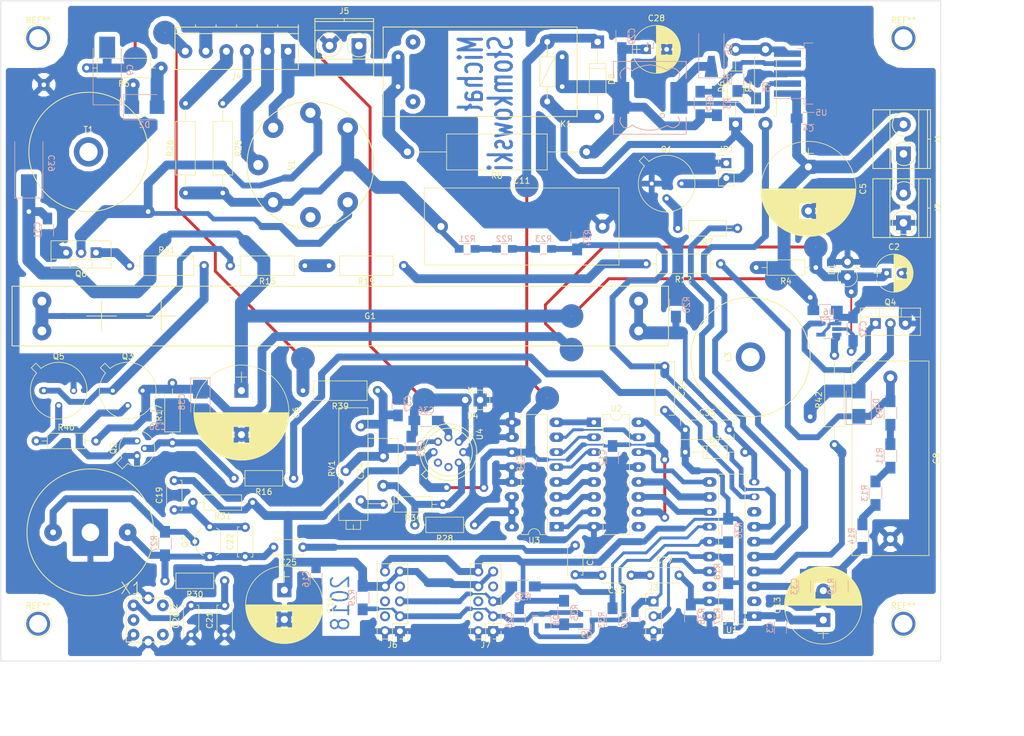
<source format=kicad_pcb>
(kicad_pcb (version 4) (host pcbnew 4.0.7)
  (title_block (title "Octoray VFD") (date 2017-10-26))
  (layers (0 F.Cu signal) (31 B.Cu signal) (34 B.Paste user) (35 F.Paste user) (36 B.SilkS user) (37 F.SilkS user) (38 B.Mask user) (39 F.Mask user) (44 Edge.Cuts user))
  (net 0 "")
  (net 1 +3V3)
  (net 2 GND)
  (net 3 "Net-(C8-Pad1)")
  (net 4 -VDC)
  (net 5 "Net-(C11-Pad1)")
  (net 6 +5V)
  (net 7 "Net-(C19-Pad1)")
  (net 8 "Net-(C20-Pad2)")
  (net 9 "Net-(C22-Pad1)")
  (net 10 "Net-(C24-Pad1)")
  (net 11 "Net-(C24-Pad2)")
  (net 12 MCU_CLOCK)
  (net 13 "Net-(D2-Pad1)")
  (net 14 "Net-(D3-Pad2)")
  (net 15 "Net-(D6-Pad2)")
  (net 16 GM_PULSE)
  (net 17 "Net-(G1-PadA)")
  (net 18 EYE_GRID)
  (net 19 "Net-(J6-Pad3)")
  (net 20 "Net-(J6-Pad5)")
  (net 21 "Net-(Q1-Pad2)")
  (net 22 "Net-(Q4-Pad1)")
  (net 23 "Net-(Q6-Pad2)")
  (net 24 "Net-(Q7-Pad2)")
  (net 25 "Net-(Q8-Pad1)")
  (net 26 SDA)
  (net 27 "Net-(R11-Pad1)")
  (net 28 GM_VOL)
  (net 29 "Net-(R11-Pad2)")
  (net 30 "Net-(R12-Pad2)")
  (net 31 "Net-(R13-Pad2)")
  (net 32 "Net-(R22-Pad1)")
  (net 33 EYE_VOL)
  (net 34 "Net-(R28-Pad1)")
  (net 35 SCL)
  (net 36 "Net-(R34-Pad2)")
  (net 37 "Net-(U2-Pad1)")
  (net 38 "Net-(U2-Pad2)")
  (net 39 "Net-(U2-Pad3)")
  (net 40 "Net-(U2-Pad4)")
  (net 41 "Net-(U2-Pad5)")
  (net 42 "Net-(U2-Pad6)")
  (net 43 "Net-(U2-Pad7)")
  (net 44 "Net-(U2-Pad15)")
  (net 45 DAC_CLK)
  (net 46 DAC_LATCH)
  (net 47 DAC_IN)
  (net 48 /RST)
  (net 49 /TEST)
  (net 50 "Net-(D2-Pad2)")
  (net 51 "Net-(C1-Pad1)")
  (net 52 "Net-(C1-Pad2)")
  (net 53 "Net-(C15-Pad1)")
  (net 54 +15V)
  (net 55 +36V)
  (net 56 "Net-(C17-Pad1)")
  (net 57 "Net-(C17-Pad2)")
  (net 58 "Net-(C36-Pad1)")
  (net 59 "Net-(D5-Pad1)")
  (net 60 "Net-(D6-Pad1)")
  (net 61 "Net-(J1-Pad1)")
  (net 62 HEATER_6_3V)
  (net 63 "Net-(Q2-Pad2)")
  (net 64 "Net-(Q2-Pad3)")
  (net 65 "Net-(Q3-Pad1)")
  (net 66 "Net-(Q6-Pad1)")
  (net 67 "Net-(R2-Pad2)")
  (net 68 "Net-(R15-Pad1)")
  (net 69 "Net-(R21-Pad1)")
  (net 70 "Net-(J4-Pad4)")
  (net 71 HEATER1)
  (net 72 HEATER2)
  (net 73 EYE_PWM)
  (net 74 GM_PWM)
  (net 75 "Net-(R42-Pad2)")
  (net 76 "Net-(J4-Pad3)")
  (module Resistors_ThroughHole:R_Axial_DIN0207_L6.3mm_D2.5mm_P10.16mm_Horizontal (layer F.Cu) (at 59.055 101.2825 180)
    (fp_text reference R31 (at 5.08 -2.31 180) (layer F.SilkS))
    (fp_text value 150)
    (pad 1 thru_hole circle (at 0 0 180) (size 1.6 1.6) (drill 0.8) (layers *.Cu *.Mask) (net 6 +5V))
    (pad 2 thru_hole oval (at 10.16 0 180) (size 1.6 1.6) (drill 0.8) (layers *.Cu *.Mask) (net 7 "Net-(C19-Pad1)"))
  )
  (module Capacitors_Tantalum_SMD:CP_Tantalum_Case-D_EIA-7343-31_Hand (layer B.Cu) (at 34.29 27.6225 90)
    (fp_text reference C9 (at 0 3.9 90) (layer B.SilkS) (effects (justify mirror)))
    (fp_text value 4u7)
    (pad 1 smd rect (at -3.775 0 90) (size 3.75 2.7) (layers B.Cu B.Paste B.Mask) (net 2 GND))
    (pad 2 smd rect (at 3.775 0 90) (size 3.75 2.7) (layers B.Cu B.Paste B.Mask) (net 4 -VDC))
  )
  (module tube_sockets:HEPTAL1 (layer F.Cu) (at 68.8975 43.815 90)
    (fp_text reference V1 (at 0 -3.175 90) (layer F.SilkS))
    (fp_text value EAA91)
    (pad 2 thru_hole circle (at 8.89 0 90) (size 3.5 3.5) (drill 1.7) (layers *.Cu *.Mask) (net 23 "Net-(Q6-Pad2)"))
    (pad 3 thru_hole circle (at 6.35 -6.35 90) (size 3.5 3.5) (drill 1.7) (layers *.Cu *.Mask) (net 62 HEATER_6_3V))
    (pad 4 thru_hole circle (at 0 -8.89 90) (size 3.5 3.5) (drill 1.7) (layers *.Cu *.Mask) (net 2 GND))
    (pad 5 thru_hole circle (at -6.35 -6.35 90) (size 3.5 3.5) (drill 1.7) (layers *.Cu *.Mask) (net 5 "Net-(C11-Pad1)"))
    (pad 6 thru_hole circle (at -8.89 0 90) (size 3.5 3.5) (drill 1.7) (layers *.Cu *.Mask))
    (pad 7 thru_hole circle (at -6.35 6.35 90) (size 3.5 3.5) (drill 1.7) (layers *.Cu *.Mask) (net 23 "Net-(Q6-Pad2)"))
    (pad 1 thru_hole circle (at 6.35 6.35 90) (size 3.5 3.5) (drill 1.7) (layers *.Cu *.Mask) (net 5 "Net-(C11-Pad1)"))
  )
  (module RELAY_DPST_Telfa_K-8:RELAY_DPST_Telfa_K-8 (layer F.Cu) (at 104.14 30.48 180)
    (fp_text reference K1 (at -8.255 -6.35 180) (layer F.SilkS))
    (fp_text value RELAY_DPST)
    (pad 1 thru_hole circle (at -5.08 -2.54 180) (size 2.5 2.5) (drill 1) (layers *.Cu *.Mask) (net 60 "Net-(D6-Pad1)"))
    (pad 2 thru_hole circle (at -5.08 7.62 180) (size 2.5 2.5) (drill 1) (layers *.Cu *.Mask) (net 6 +5V))
    (pad 7 thru_hole circle (at -7.62 0 180) (size 2 2) (drill 0.8) (layers *.Cu *.Mask) (net 56 "Net-(C17-Pad1)"))
    (pad 5 thru_hole circle (at -7.62 5.08 180) (size 2 2) (drill 0.8) (layers *.Cu *.Mask) (net 56 "Net-(C17-Pad1)"))
    (pad 8 thru_hole circle (at 20.32 0 180) (size 2 2) (drill 0.8) (layers *.Cu *.Mask) (net 62 HEATER_6_3V))
    (pad 6 thru_hole circle (at 20.32 5.08 180) (size 2 2) (drill 0.8) (layers *.Cu *.Mask) (net 62 HEATER_6_3V))
    (pad 4 thru_hole circle (at 17.78 -2.54 180) (size 2.5 2.5) (drill 1) (layers *.Cu *.Mask))
    (pad 3 thru_hole circle (at 17.78 7.62 180) (size 2.5 2.5) (drill 1) (layers *.Cu *.Mask))
  )
  (module Capacitors_ThroughHole:CP_Radial_D16.0mm_P7.50mm (layer F.Cu) (at 153.67 44.1325 270)
    (fp_text reference C5 (at 3.75 -9.31 270) (layer F.SilkS))
    (fp_text value 1000u)
    (pad 1 thru_hole rect (at 0 0 270) (size 2.4 2.4) (drill 1.2) (layers *.Cu *.Mask) (net 55 +36V))
    (pad 2 thru_hole circle (at 7.5 0 270) (size 2.4 2.4) (drill 1.2) (layers *.Cu *.Mask) (net 2 GND))
  )
  (module Capacitors_SMD:C_1206_HandSoldering (layer B.Cu) (at 135.255 33.3375 90)
    (fp_text reference C17 (at 0 1.75 90) (layer B.SilkS) (effects (justify mirror)))
    (fp_text value 3n3)
    (pad 1 smd rect (at -2 0 90) (size 2 1.6) (layers B.Cu B.Paste B.Mask) (net 56 "Net-(C17-Pad1)"))
    (pad 2 smd rect (at 2 0 90) (size 2 1.6) (layers B.Cu B.Paste B.Mask) (net 57 "Net-(C17-Pad2)"))
  )
  (module Diodes_SMD:D_SMA-SMB_Universal_Handsoldering (layer B.Cu) (at 137.16 24.13 90)
    (fp_text reference D5 (at 0 3 90) (layer B.SilkS) (effects (justify mirror)))
    (fp_text value SS34)
    (pad 1 smd trapezoid (at -2.9 0 90) (size 3.6 1.7) (rect_delta 0.6 0) (layers B.Cu B.Paste B.Mask) (net 59 "Net-(D5-Pad1)"))
    (pad 2 smd trapezoid (at 2.9 0 270) (size 3.6 1.7) (rect_delta 0.6 0) (layers B.Cu B.Paste B.Mask) (net 2 GND))
  )
  (module GM_sbm-20:GM_SBM-20 (layer F.Cu) (at 73.9775 69.5325)
    (fp_text reference G1 (at 5.08 0) (layer F.SilkS))
    (fp_text value GM_SBM-20)
    (pad K thru_hole circle (at 50.8 -2.54) (size 3.2 3.2) (drill 1.5) (layers *.Cu *.Mask) (net 16 GM_PULSE))
    (pad K thru_hole circle (at 50.8 2.54) (size 3.2 3.2) (drill 1.5) (layers *.Cu *.Mask) (net 16 GM_PULSE))
    (pad A thru_hole circle (at -50.8 -2.54) (size 3.2 3.2) (drill 1.5) (layers *.Cu *.Mask) (net 17 "Net-(G1-PadA)"))
    (pad A thru_hole circle (at -50.8 2.54) (size 3.2 3.2) (drill 1.5) (layers *.Cu *.Mask) (net 17 "Net-(G1-PadA)"))
  )
  (module Resistors_ThroughHole:R_Axial_DIN0309_L9.0mm_D3.2mm_P12.70mm_Horizontal (layer F.Cu) (at 43.4975 27.305 180)
    (fp_text reference R6 (at 6.35 -2.66 180) (layer F.SilkS))
    (fp_text value 68)
    (pad 1 thru_hole circle (at 0 0 180) (size 1.6 1.6) (drill 0.8) (layers *.Cu *.Mask) (net 50 "Net-(D2-Pad2)"))
    (pad 2 thru_hole oval (at 12.7 0 180) (size 1.6 1.6) (drill 0.8) (layers *.Cu *.Mask) (net 4 -VDC))
  )
  (module TO_SOT_Packages_THT:TO-39-3 (layer F.Cu) (at 35.2425 82.2325)
    (fp_text reference Q3 (at 2.54 -5.82) (layer F.SilkS))
    (fp_text value BC211)
    (pad 1 thru_hole oval (at 0 0) (size 1.6 1.2) (drill 0.7) (layers *.Cu *.Mask) (net 65 "Net-(Q3-Pad1)"))
    (pad 2 thru_hole oval (at 2.54 2.54) (size 1.2 1.2) (drill 0.7) (layers *.Cu *.Mask) (net 64 "Net-(Q2-Pad3)"))
    (pad 3 thru_hole oval (at 5.08 0) (size 1.2 1.2) (drill 0.7) (layers *.Cu *.Mask) (net 54 +15V))
  )
  (module Terminal_Blocks:TerminalBlock_Pheonix_MKDS1.5-2pol (layer F.Cu) (at 169.8625 53.6575 90)
    (fp_text reference J2 (at 2.5 5.9 90) (layer F.SilkS))
    (fp_text value Conn_01x02)
    (pad 1 thru_hole rect (at 0 0 90) (size 2.5 2.5) (drill 1.3) (layers *.Cu *.Mask) (net 2 GND))
    (pad 2 thru_hole circle (at 5 0 90) (size 2.5 2.5) (drill 1.3) (layers *.Cu *.Mask) (net 61 "Net-(J1-Pad1)"))
  )
  (module glass_xtal:glass_xtal (layer F.Cu) (at 31.4325 106.3625 180)
    (fp_text reference X1 (at -6.985 -9.525 180) (layer F.SilkS) (effects (font (size 2 2))))
    (fp_text value 5.7MHz)
    (pad 3 thru_hole rect (at 0 0 180) (size 6 8) (drill 3) (layers *.Cu *.Mask) (net 2 GND))
    (pad 1 thru_hole circle (at 6.35 0 180) (size 3 3) (drill 1) (layers *.Cu *.Mask) (net 24 "Net-(Q7-Pad2)"))
    (pad 2 thru_hole circle (at -6.35 0 180) (size 3 3) (drill 1) (layers *.Cu *.Mask) (net 9 "Net-(C22-Pad1)"))
  )
  (module TO_SOT_Packages_THT:TO-92_Molded_Wide (layer F.Cu) (at 51.7525 110.49 90)
    (fp_text reference Q7 (at 2.54 -4.19 270) (layer F.SilkS))
    (fp_text value BC307)
    (pad 2 thru_hole circle (at 2.54 -2.54 180) (size 1.52 1.52) (drill 0.8) (layers *.Cu *.Mask) (net 24 "Net-(Q7-Pad2)"))
    (pad 3 thru_hole circle (at 5.08 0 180) (size 1.52 1.52) (drill 0.8) (layers *.Cu *.Mask) (net 7 "Net-(C19-Pad1)"))
    (pad 1 thru_hole rect (at 0 0 180) (size 1.52 1.52) (drill 0.8) (layers *.Cu *.Mask) (net 9 "Net-(C22-Pad1)"))
  )
  (module Capacitors_ThroughHole:CP_Radial_D16.0mm_P7.50mm (layer F.Cu) (at 57.15 82.2325 270)
    (fp_text reference C6 (at 3.75 -9.31 270) (layer F.SilkS))
    (fp_text value 1000u)
    (pad 1 thru_hole rect (at 0 0 270) (size 2.4 2.4) (drill 1.2) (layers *.Cu *.Mask) (net 55 +36V))
    (pad 2 thru_hole circle (at 7.5 0 270) (size 2.4 2.4) (drill 1.2) (layers *.Cu *.Mask) (net 2 GND))
  )
  (module TO-5:TO-5-8_H08C (layer F.Cu) (at 92.3925 92.71 270)
    (fp_text reference U4 (at -3.048 -5.334 270) (layer F.SilkS))
    (fp_text value MAA725)
    (pad 3 thru_hole circle (at 0 -2.54 270) (size 1.4 1.4) (drill 0.8) (layers *.Cu *.Mask) (net 2 GND))
    (pad 7 thru_hole circle (at 0 2.54 270) (size 1.4 1.4) (drill 0.8) (layers *.Cu *.Mask) (net 6 +5V))
    (pad 1 thru_hole circle (at 2.54 0 270) (size 1.4 1.4) (drill 0.8) (layers *.Cu *.Mask))
    (pad 5 thru_hole circle (at -2.54 0 270) (size 1.4 1.4) (drill 0.8) (layers *.Cu *.Mask) (net 58 "Net-(C36-Pad1)"))
    (pad 2 thru_hole circle (at 1.778 -1.778 270) (size 1.4 1.4) (drill 0.8) (layers *.Cu *.Mask) (net 10 "Net-(C24-Pad1)"))
    (pad 4 thru_hole circle (at -1.778 -1.778 270) (size 1.4 1.4) (drill 0.8) (layers *.Cu *.Mask) (net 4 -VDC))
    (pad 6 thru_hole circle (at -1.778 1.778 270) (size 1.4 1.4) (drill 0.8) (layers *.Cu *.Mask) (net 11 "Net-(C24-Pad2)"))
    (pad 8 thru_hole circle (at 1.778 1.778 270) (size 1.4 1.4) (drill 0.8) (layers *.Cu *.Mask))
  )
  (module Pin_Headers:Pin_Header_Straight_2x05_Pitch2.54mm (layer F.Cu) (at 84.1375 123.19 180)
    (fp_text reference J6 (at 1.27 -2.33 180) (layer F.SilkS))
    (fp_text value Conn_02x05_Odd_Even)
    (pad 1 thru_hole rect (at 0 0 180) (size 1.7 1.7) (drill 1) (layers *.Cu *.Mask) (net 2 GND))
    (pad 2 thru_hole oval (at 2.54 0 180) (size 1.7 1.7) (drill 1) (layers *.Cu *.Mask) (net 2 GND))
    (pad 3 thru_hole oval (at 0 2.54 180) (size 1.7 1.7) (drill 1) (layers *.Cu *.Mask) (net 19 "Net-(J6-Pad3)"))
    (pad 4 thru_hole oval (at 2.54 2.54 180) (size 1.7 1.7) (drill 1) (layers *.Cu *.Mask))
    (pad 5 thru_hole oval (at 0 5.08 180) (size 1.7 1.7) (drill 1) (layers *.Cu *.Mask) (net 20 "Net-(J6-Pad5)"))
    (pad 6 thru_hole oval (at 2.54 5.08 180) (size 1.7 1.7) (drill 1) (layers *.Cu *.Mask))
    (pad 7 thru_hole oval (at 0 7.62 180) (size 1.7 1.7) (drill 1) (layers *.Cu *.Mask))
    (pad 8 thru_hole oval (at 2.54 7.62 180) (size 1.7 1.7) (drill 1) (layers *.Cu *.Mask) (net 6 +5V))
    (pad 9 thru_hole oval (at 0 10.16 180) (size 1.7 1.7) (drill 1) (layers *.Cu *.Mask) (net 6 +5V))
    (pad 10 thru_hole oval (at 2.54 10.16 180) (size 1.7 1.7) (drill 1) (layers *.Cu *.Mask) (net 1 +3V3))
  )
  (module Connect:1pin (layer F.Cu) (at 22.5425 22.225)
    (fp_text reference REF** (at 0 -3.048) (layer F.SilkS))
    (fp_text value 1pin hide)
    (pad 1 thru_hole circle (at 0 0) (size 4.064 4.064) (drill 3.048) (layers *.Cu *.Mask) (clearance 3))
  )
  (module Connect:1pin (layer F.Cu) (at 169.8625 22.225)
    (fp_text reference REF** (at 0 -3.048) (layer F.SilkS))
    (fp_text value 1pin hide)
    (pad 1 thru_hole circle (at 0 0) (size 4.064 4.064) (drill 3.048) (layers *.Cu *.Mask) (clearance 3))
  )
  (module Connect:1pin (layer F.Cu) (at 169.8625 121.92)
    (fp_text reference REF** (at 0 -3.048) (layer F.SilkS))
    (fp_text value 1pin hide)
    (pad 1 thru_hole circle (at 0 0) (size 4.064 4.064) (drill 3.048) (layers *.Cu *.Mask) (clearance 3))
  )
  (module Capacitors_ThroughHole:CP_Radial_D6.3mm_P2.50mm (layer F.Cu) (at 167.005 62.23)
    (fp_text reference C2 (at 1.25 -4.46) (layer F.SilkS))
    (fp_text value 4u7)
    (pad 1 thru_hole rect (at 0 0) (size 1.6 1.6) (drill 0.8) (layers *.Cu *.Mask) (net 54 +15V))
    (pad 2 thru_hole circle (at 2.5 0) (size 1.6 1.6) (drill 0.8) (layers *.Cu *.Mask) (net 2 GND))
  )
  (module Capacitors_SMD:C_1206_HandSoldering (layer B.Cu) (at 148.9075 122.555 270)
    (fp_text reference C3 (at 0 1.75 270) (layer B.SilkS) (effects (justify mirror)))
    (fp_text value 100n)
    (pad 1 smd rect (at -2 0 270) (size 2 1.6) (layers B.Cu B.Paste B.Mask) (net 1 +3V3))
    (pad 2 smd rect (at 2 0 270) (size 2 1.6) (layers B.Cu B.Paste B.Mask) (net 2 GND))
  )
  (module Capacitors_SMD:C_1206_HandSoldering (layer B.Cu) (at 153.67 35.8775)
    (fp_text reference C4 (at 0 1.75) (layer B.SilkS) (effects (justify mirror)))
    (fp_text value 100n)
    (pad 1 smd rect (at -2 0) (size 2 1.6) (layers B.Cu B.Paste B.Mask) (net 55 +36V))
    (pad 2 smd rect (at 2 0) (size 2 1.6) (layers B.Cu B.Paste B.Mask) (net 2 GND))
  )
  (module Capacitors_SMD:C_1206_HandSoldering (layer B.Cu) (at 156.5275 68.58)
    (fp_text reference C7 (at 0 1.75) (layer B.SilkS) (effects (justify mirror)))
    (fp_text value 100n)
    (pad 1 smd rect (at -2 0) (size 2 1.6) (layers B.Cu B.Paste B.Mask) (net 55 +36V))
    (pad 2 smd rect (at 2 0) (size 2 1.6) (layers B.Cu B.Paste B.Mask) (net 2 GND))
  )
  (module Capacitors_ThroughHole:C_Rect_L33.0mm_W13.0mm_P27.50mm_MKS4 (layer F.Cu) (at 167.64 80.01 270)
    (fp_text reference C8 (at 13.75 -7.81 270) (layer F.SilkS))
    (fp_text value 100n)
    (pad 1 thru_hole circle (at 0 0 270) (size 2.4 2.4) (drill 1.2) (layers *.Cu *.Mask) (net 3 "Net-(C8-Pad1)"))
    (pad 2 thru_hole circle (at 27.5 0 270) (size 2.4 2.4) (drill 1.2) (layers *.Cu *.Mask) (net 2 GND))
  )
  (module Capacitors_SMD:C_1206_HandSoldering (layer B.Cu) (at 120.3325 93.6625 270)
    (fp_text reference C12 (at 0 1.75 270) (layer B.SilkS) (effects (justify mirror)))
    (fp_text value 100n)
    (pad 1 smd rect (at -2 0 270) (size 2 1.6) (layers B.Cu B.Paste B.Mask) (net 6 +5V))
    (pad 2 smd rect (at 2 0 270) (size 2 1.6) (layers B.Cu B.Paste B.Mask) (net 2 GND))
  )
  (module Capacitors_SMD:C_1206_HandSoldering (layer B.Cu) (at 69.85 114.3 270)
    (fp_text reference C16 (at 0 1.75 270) (layer B.SilkS) (effects (justify mirror)))
    (fp_text value 100n)
    (pad 1 smd rect (at -2 0 270) (size 2 1.6) (layers B.Cu B.Paste B.Mask) (net 6 +5V))
    (pad 2 smd rect (at 2 0 270) (size 2 1.6) (layers B.Cu B.Paste B.Mask) (net 2 GND))
  )
  (module Capacitors_SMD:C_1206_HandSoldering (layer B.Cu) (at 106.3625 94.615 270)
    (fp_text reference C18 (at 0 1.75 270) (layer B.SilkS) (effects (justify mirror)))
    (fp_text value 100n)
    (pad 1 smd rect (at -2 0 270) (size 2 1.6) (layers B.Cu B.Paste B.Mask) (net 6 +5V))
    (pad 2 smd rect (at 2 0 270) (size 2 1.6) (layers B.Cu B.Paste B.Mask) (net 2 GND))
  )
  (module Capacitors_ThroughHole:C_Disc_D5.0mm_W2.5mm_P5.00mm (layer F.Cu) (at 45.72 102.5525 90)
    (fp_text reference C19 (at 2.5 -2.56 90) (layer F.SilkS))
    (fp_text value 10n)
    (pad 1 thru_hole circle (at 0 0 90) (size 1.6 1.6) (drill 0.8) (layers *.Cu *.Mask) (net 7 "Net-(C19-Pad1)"))
    (pad 2 thru_hole circle (at 5 0 90) (size 1.6 1.6) (drill 0.8) (layers *.Cu *.Mask) (net 6 +5V))
  )
  (module Capacitors_ThroughHole:C_Disc_D5.0mm_W2.5mm_P5.00mm (layer F.Cu) (at 48.5775 123.825 90)
    (fp_text reference C20 (at 2.5 -2.56 90) (layer F.SilkS))
    (fp_text value 33p)
    (pad 1 thru_hole circle (at 0 0 90) (size 1.6 1.6) (drill 0.8) (layers *.Cu *.Mask) (net 2 GND))
    (pad 2 thru_hole circle (at 5 0 90) (size 1.6 1.6) (drill 0.8) (layers *.Cu *.Mask) (net 8 "Net-(C20-Pad2)"))
  )
  (module Capacitors_ThroughHole:C_Disc_D5.0mm_W2.5mm_P5.00mm (layer F.Cu) (at 54.2925 123.825 90)
    (fp_text reference C21 (at 2.5 -2.56 90) (layer F.SilkS))
    (fp_text value 33p)
    (pad 1 thru_hole circle (at 0 0 90) (size 1.6 1.6) (drill 0.8) (layers *.Cu *.Mask) (net 2 GND))
    (pad 2 thru_hole circle (at 5 0 90) (size 1.6 1.6) (drill 0.8) (layers *.Cu *.Mask) (net 8 "Net-(C20-Pad2)"))
  )
  (module Capacitors_ThroughHole:C_Disc_D5.0mm_W2.5mm_P5.00mm (layer F.Cu) (at 57.785 110.49 90)
    (fp_text reference C22 (at 2.5 -2.56 90) (layer F.SilkS))
    (fp_text value 150p)
    (pad 1 thru_hole circle (at 0 0 90) (size 1.6 1.6) (drill 0.8) (layers *.Cu *.Mask) (net 9 "Net-(C22-Pad1)"))
    (pad 2 thru_hole circle (at 5 0 90) (size 1.6 1.6) (drill 0.8) (layers *.Cu *.Mask) (net 7 "Net-(C19-Pad1)"))
  )
  (module Capacitors_SMD:C_1206_HandSoldering (layer B.Cu) (at 86.0425 92.075 90)
    (fp_text reference C23 (at 0 1.75 90) (layer B.SilkS) (effects (justify mirror)))
    (fp_text value 100n)
    (pad 1 smd rect (at -2 0 90) (size 2 1.6) (layers B.Cu B.Paste B.Mask) (net 6 +5V))
    (pad 2 smd rect (at 2 0 90) (size 2 1.6) (layers B.Cu B.Paste B.Mask) (net 4 -VDC))
  )
  (module Capacitors_ThroughHole:C_Disc_D5.0mm_W2.5mm_P5.00mm (layer F.Cu) (at 67.6275 108.9025 180)
    (fp_text reference C25 (at 2.5 -2.56 180) (layer F.SilkS))
    (fp_text value 22n)
    (pad 1 thru_hole circle (at 0 0 180) (size 1.6 1.6) (drill 0.8) (layers *.Cu *.Mask) (net 51 "Net-(C1-Pad1)"))
    (pad 2 thru_hole circle (at 5 0 180) (size 1.6 1.6) (drill 0.8) (layers *.Cu *.Mask) (net 9 "Net-(C22-Pad1)"))
  )
  (module Capacitors_SMD:C_1206_HandSoldering (layer B.Cu) (at 104.4575 121.285 270)
    (fp_text reference C26 (at 0 1.75 270) (layer B.SilkS) (effects (justify mirror)))
    (fp_text value 100n)
    (pad 1 smd rect (at -2 0 270) (size 2 1.6) (layers B.Cu B.Paste B.Mask) (net 1 +3V3))
    (pad 2 smd rect (at 2 0 270) (size 2 1.6) (layers B.Cu B.Paste B.Mask) (net 2 GND))
  )
  (module Diodes_ThroughHole:D_DO-41_SOD81_P2.54mm_Vertical_AnodeUp (layer F.Cu) (at 160.3375 62.865 90)
    (fp_text reference D1 (at 1.27 -2.690635 90) (layer F.SilkS))
    (fp_text value D_Zener)
    (pad 1 thru_hole rect (at 0 0 90) (size 2.2 2.2) (drill 1.1) (layers *.Cu *.Mask) (net 54 +15V))
    (pad 2 thru_hole oval (at 2.54 0 90) (size 2.2 2.2) (drill 1.1) (layers *.Cu *.Mask) (net 2 GND))
  )
  (module Diodes_SMD:D_SMB (layer B.Cu) (at 40.64 33.9725)
    (fp_text reference D2 (at 0 3) (layer B.SilkS) (effects (justify mirror)))
    (fp_text value D)
    (pad 1 smd rect (at -2.15 0) (size 2.5 2.3) (layers B.Cu B.Paste B.Mask) (net 13 "Net-(D2-Pad1)"))
    (pad 2 smd rect (at 2.15 0) (size 2.5 2.3) (layers B.Cu B.Paste B.Mask) (net 50 "Net-(D2-Pad2)"))
  )
  (module Diodes_SMD:D_SMB (layer B.Cu) (at 162.2425 84.455 90)
    (fp_text reference D3 (at 0 3 90) (layer B.SilkS) (effects (justify mirror)))
    (fp_text value D)
    (pad 1 smd rect (at -2.15 0 90) (size 2.5 2.3) (layers B.Cu B.Paste B.Mask) (net 3 "Net-(C8-Pad1)"))
    (pad 2 smd rect (at 2.15 0 90) (size 2.5 2.3) (layers B.Cu B.Paste B.Mask) (net 14 "Net-(D3-Pad2)"))
  )
  (module Diodes_ThroughHole:D_DO-41_SOD81_P2.54mm_Vertical_AnodeUp (layer F.Cu) (at 97.79 83.82 180)
    (fp_text reference D4 (at 1.27 -2.690635 180) (layer F.SilkS))
    (fp_text value D_Zener)
    (pad 1 thru_hole rect (at 0 0 180) (size 2.2 2.2) (drill 1.1) (layers *.Cu *.Mask) (net 2 GND))
    (pad 2 thru_hole oval (at 2.54 0 180) (size 2.2 2.2) (drill 1.1) (layers *.Cu *.Mask) (net 4 -VDC))
  )
  (module Terminal_Blocks:TerminalBlock_Pheonix_MKDS1.5-2pol (layer F.Cu) (at 169.8625 41.91 90)
    (fp_text reference J1 (at 2.5 5.9 90) (layer F.SilkS))
    (fp_text value Conn_01x02)
    (pad 1 thru_hole rect (at 0 0 90) (size 2.5 2.5) (drill 1.3) (layers *.Cu *.Mask) (net 61 "Net-(J1-Pad1)"))
    (pad 2 thru_hole circle (at 5 0 90) (size 2.5 2.5) (drill 1.3) (layers *.Cu *.Mask) (net 55 +36V))
  )
  (module Pin_Headers:Pin_Header_Straight_1x03_Pitch2.54mm (layer F.Cu) (at 127.3175 118.11)
    (fp_text reference J3 (at 0 -2.33) (layer F.SilkS))
    (fp_text value Conn_01x03)
    (pad 1 thru_hole rect (at 0 0) (size 1.7 1.7) (drill 1) (layers *.Cu *.Mask) (net 48 /RST))
    (pad 2 thru_hole oval (at 0 2.54) (size 1.7 1.7) (drill 1) (layers *.Cu *.Mask) (net 49 /TEST))
    (pad 3 thru_hole oval (at 0 5.08) (size 1.7 1.7) (drill 1) (layers *.Cu *.Mask) (net 2 GND))
  )
  (module Terminal_Blocks:TerminalBlock_Pheonix_PT-3.5mm_6pol (layer F.Cu) (at 65.0875 24.4475 180)
    (fp_text reference J4 (at 8.75 -4.3 180) (layer F.SilkS))
    (fp_text value Conn_01x06)
    (pad 2 thru_hole circle (at 3.5 0 180) (size 2.4 2.4) (drill 1.2) (layers *.Cu *.Mask) (net 2 GND))
    (pad 1 thru_hole rect (at 0 0 180) (size 2.4 2.4) (drill 1.2) (layers *.Cu *.Mask) (net 62 HEATER_6_3V))
    (pad 3 thru_hole circle (at 7 0 180) (size 2.4 2.4) (drill 1.2) (layers *.Cu *.Mask) (net 76 "Net-(J4-Pad3)"))
    (pad 4 thru_hole circle (at 10.5 0 180) (size 2.4 2.4) (drill 1.2) (layers *.Cu *.Mask) (net 70 "Net-(J4-Pad4)"))
    (pad 5 thru_hole circle (at 14 0 180) (size 2.4 2.4) (drill 1.2) (layers *.Cu *.Mask) (net 2 GND))
    (pad 6 thru_hole circle (at 17.5 0 180) (size 2.4 2.4) (drill 1.2) (layers *.Cu *.Mask) (net 18 EYE_GRID))
  )
  (module Terminal_Blocks:TerminalBlock_Pheonix_MKDS1.5-2pol (layer F.Cu) (at 77.1525 23.495 180)
    (fp_text reference J5 (at 2.5 5.9 180) (layer F.SilkS))
    (fp_text value Conn_01x02)
    (pad 1 thru_hole rect (at 0 0 180) (size 2.5 2.5) (drill 1.3) (layers *.Cu *.Mask) (net 62 HEATER_6_3V))
    (pad 2 thru_hole circle (at 5 0 180) (size 2.5 2.5) (drill 1.3) (layers *.Cu *.Mask) (net 2 GND))
  )
  (module Pin_Headers:Pin_Header_Straight_2x05_Pitch2.54mm (layer F.Cu) (at 100.0125 123.19 180)
    (fp_text reference J7 (at 1.27 -2.33 180) (layer F.SilkS))
    (fp_text value Conn_02x05_Odd_Even)
    (pad 1 thru_hole rect (at 0 0 180) (size 1.7 1.7) (drill 1) (layers *.Cu *.Mask) (net 2 GND))
    (pad 2 thru_hole oval (at 2.54 0 180) (size 1.7 1.7) (drill 1) (layers *.Cu *.Mask) (net 2 GND))
    (pad 3 thru_hole oval (at 0 2.54 180) (size 1.7 1.7) (drill 1) (layers *.Cu *.Mask) (net 19 "Net-(J6-Pad3)"))
    (pad 4 thru_hole oval (at 2.54 2.54 180) (size 1.7 1.7) (drill 1) (layers *.Cu *.Mask))
    (pad 5 thru_hole oval (at 0 5.08 180) (size 1.7 1.7) (drill 1) (layers *.Cu *.Mask) (net 20 "Net-(J6-Pad5)"))
    (pad 6 thru_hole oval (at 2.54 5.08 180) (size 1.7 1.7) (drill 1) (layers *.Cu *.Mask))
    (pad 7 thru_hole oval (at 0 7.62 180) (size 1.7 1.7) (drill 1) (layers *.Cu *.Mask))
    (pad 8 thru_hole oval (at 2.54 7.62 180) (size 1.7 1.7) (drill 1) (layers *.Cu *.Mask) (net 6 +5V))
    (pad 9 thru_hole oval (at 0 10.16 180) (size 1.7 1.7) (drill 1) (layers *.Cu *.Mask) (net 6 +5V))
    (pad 10 thru_hole oval (at 2.54 10.16 180) (size 1.7 1.7) (drill 1) (layers *.Cu *.Mask) (net 1 +3V3))
  )
  (module TO_SOT_Packages_THT:TO-220-3_Vertical (layer F.Cu) (at 165.1 70.8025)
    (fp_text reference Q4 (at 2.54 -3.62) (layer F.SilkS))
    (fp_text value AOT8N50)
    (pad 1 thru_hole rect (at 0 0) (size 1.8 1.8) (drill 1) (layers *.Cu *.Mask) (net 22 "Net-(Q4-Pad1)"))
    (pad 2 thru_hole oval (at 2.54 0) (size 1.8 1.8) (drill 1) (layers *.Cu *.Mask) (net 14 "Net-(D3-Pad2)"))
    (pad 3 thru_hole oval (at 5.08 0) (size 1.8 1.8) (drill 1) (layers *.Cu *.Mask) (net 2 GND))
  )
  (module TO_SOT_Packages_THT:TO-39-3 (layer F.Cu) (at 23.495 82.2325)
    (fp_text reference Q5 (at 2.54 -5.82) (layer F.SilkS))
    (fp_text value BC313)
    (pad 1 thru_hole oval (at 0 0) (size 1.6 1.2) (drill 0.7) (layers *.Cu *.Mask) (net 65 "Net-(Q3-Pad1)"))
    (pad 2 thru_hole oval (at 2.54 2.54) (size 1.2 1.2) (drill 0.7) (layers *.Cu *.Mask) (net 64 "Net-(Q2-Pad3)"))
    (pad 3 thru_hole oval (at 5.08 0) (size 1.2 1.2) (drill 0.7) (layers *.Cu *.Mask) (net 2 GND))
  )
  (module TO_SOT_Packages_SMD:SOT-23 (layer B.Cu) (at 108.2675 121.285 90)
    (fp_text reference Q8 (at 0 2.5 90) (layer B.SilkS) (effects (justify mirror)))
    (fp_text value BC847)
    (pad 1 smd rect (at -1 0.95 90) (size 0.9 0.8) (layers B.Cu B.Paste B.Mask) (net 25 "Net-(Q8-Pad1)"))
    (pad 2 smd rect (at -1 -0.95 90) (size 0.9 0.8) (layers B.Cu B.Paste B.Mask) (net 26 SDA))
    (pad 3 smd rect (at 1 0 90) (size 0.9 0.8) (layers B.Cu B.Paste B.Mask) (net 19 "Net-(J6-Pad3)"))
  )
  (module TO_SOT_Packages_SMD:SOT-23 (layer B.Cu) (at 115.8875 121.285)
    (fp_text reference Q9 (at 0 2.5) (layer B.SilkS) (effects (justify mirror)))
    (fp_text value BC847)
    (pad 1 smd rect (at -1 0.95) (size 0.9 0.8) (layers B.Cu B.Paste B.Mask) (net 25 "Net-(Q8-Pad1)"))
    (pad 2 smd rect (at -1 -0.95) (size 0.9 0.8) (layers B.Cu B.Paste B.Mask) (net 19 "Net-(J6-Pad3)"))
    (pad 3 smd rect (at 1 0) (size 0.9 0.8) (layers B.Cu B.Paste B.Mask) (net 26 SDA))
  )
  (module Resistors_SMD:R_1206_HandSoldering (layer B.Cu) (at 167.64 86.0425 270)
    (fp_text reference R9 (at 0 1.85 270) (layer B.SilkS) (effects (justify mirror)))
    (fp_text value 470k)
    (pad 1 smd rect (at -2 0 270) (size 2 1.7) (layers B.Cu B.Paste B.Mask) (net 3 "Net-(C8-Pad1)"))
    (pad 2 smd rect (at 2 0 270) (size 2 1.7) (layers B.Cu B.Paste B.Mask) (net 27 "Net-(R11-Pad1)"))
  )
  (module Resistors_SMD:R_1206_HandSoldering (layer B.Cu) (at 159.385 115.57 270)
    (fp_text reference R10 (at 0 1.85 270) (layer B.SilkS) (effects (justify mirror)))
    (fp_text value 4k7)
    (pad 1 smd rect (at -2 0 270) (size 2 1.7) (layers B.Cu B.Paste B.Mask) (net 28 GM_VOL))
    (pad 2 smd rect (at 2 0 270) (size 2 1.7) (layers B.Cu B.Paste B.Mask) (net 2 GND))
  )
  (module Resistors_SMD:R_1206_HandSoldering (layer B.Cu) (at 167.64 93.345 270)
    (fp_text reference R11 (at 0 1.85 270) (layer B.SilkS) (effects (justify mirror)))
    (fp_text value 470k)
    (pad 1 smd rect (at -2 0 270) (size 2 1.7) (layers B.Cu B.Paste B.Mask) (net 27 "Net-(R11-Pad1)"))
    (pad 2 smd rect (at 2 0 270) (size 2 1.7) (layers B.Cu B.Paste B.Mask) (net 29 "Net-(R11-Pad2)"))
  )
  (module Resistors_SMD:R_1206_HandSoldering (layer B.Cu) (at 165.1 99.695 270)
    (fp_text reference R13 (at 0 1.85 270) (layer B.SilkS) (effects (justify mirror)))
    (fp_text value 470k)
    (pad 1 smd rect (at -2 0 270) (size 2 1.7) (layers B.Cu B.Paste B.Mask) (net 29 "Net-(R11-Pad2)"))
    (pad 2 smd rect (at 2 0 270) (size 2 1.7) (layers B.Cu B.Paste B.Mask) (net 31 "Net-(R13-Pad2)"))
  )
  (module Resistors_SMD:R_1206_HandSoldering (layer B.Cu) (at 162.8775 106.9975 270)
    (fp_text reference R14 (at 0 1.85 270) (layer B.SilkS) (effects (justify mirror)))
    (fp_text value 470k)
    (pad 1 smd rect (at -2 0 270) (size 2 1.7) (layers B.Cu B.Paste B.Mask) (net 31 "Net-(R13-Pad2)"))
    (pad 2 smd rect (at 2 0 270) (size 2 1.7) (layers B.Cu B.Paste B.Mask) (net 28 GM_VOL))
  )
  (module Resistors_SMD:R_1206_HandSoldering (layer B.Cu) (at 140.0175 113.03 270)
    (fp_text reference R18 (at 0 1.85 270) (layer B.SilkS) (effects (justify mirror)))
    (fp_text value 38k)
    (pad 1 smd rect (at -2 0 270) (size 2 1.7) (layers B.Cu B.Paste B.Mask) (net 48 /RST))
    (pad 2 smd rect (at 2 0 270) (size 2 1.7) (layers B.Cu B.Paste B.Mask) (net 1 +3V3))
  )
  (module Resistors_SMD:R_1206_HandSoldering (layer B.Cu) (at 131.1275 67.6275 90)
    (fp_text reference R20 (at 0 1.85 90) (layer B.SilkS) (effects (justify mirror)))
    (fp_text value 220k)
    (pad 1 smd rect (at -2 0 90) (size 2 1.7) (layers B.Cu B.Paste B.Mask) (net 16 GM_PULSE))
    (pad 2 smd rect (at 2 0 90) (size 2 1.7) (layers B.Cu B.Paste B.Mask) (net 2 GND))
  )
  (module Resistors_SMD:R_1206_HandSoldering (layer B.Cu) (at 114.3 56.1975 90)
    (fp_text reference R24 (at 0 1.85 90) (layer B.SilkS) (effects (justify mirror)))
    (fp_text value 4k7)
    (pad 1 smd rect (at -2 0 90) (size 2 1.7) (layers B.Cu B.Paste B.Mask) (net 33 EYE_VOL))
    (pad 2 smd rect (at 2 0 90) (size 2 1.7) (layers B.Cu B.Paste B.Mask) (net 2 GND))
  )
  (module Resistors_SMD:R_1206_HandSoldering (layer B.Cu) (at 44.1325 108.2675 270)
    (fp_text reference R27 (at 0 1.85 270) (layer B.SilkS) (effects (justify mirror)))
    (fp_text value 38k)
    (pad 1 smd rect (at -2 0 270) (size 2 1.7) (layers B.Cu B.Paste B.Mask) (net 24 "Net-(Q7-Pad2)"))
    (pad 2 smd rect (at 2 0 270) (size 2 1.7) (layers B.Cu B.Paste B.Mask) (net 9 "Net-(C22-Pad1)"))
  )
  (module Resistors_SMD:R_1206_HandSoldering (layer B.Cu) (at 77.7875 117.475 270)
    (fp_text reference R29 (at 0 1.85 270) (layer B.SilkS) (effects (justify mirror)))
    (fp_text value 10k)
    (pad 1 smd rect (at -2 0 270) (size 2 1.7) (layers B.Cu B.Paste B.Mask) (net 6 +5V))
    (pad 2 smd rect (at 2 0 270) (size 2 1.7) (layers B.Cu B.Paste B.Mask) (net 19 "Net-(J6-Pad3)"))
  )
  (module Resistors_ThroughHole:R_Axial_DIN0207_L6.3mm_D2.5mm_P10.16mm_Horizontal (layer F.Cu) (at 54.2925 114.6175 180)
    (fp_text reference R30 (at 5.08 -2.31 180) (layer F.SilkS))
    (fp_text value 330)
    (pad 1 thru_hole circle (at 0 0 180) (size 1.6 1.6) (drill 0.8) (layers *.Cu *.Mask) (net 8 "Net-(C20-Pad2)"))
    (pad 2 thru_hole oval (at 10.16 0 180) (size 1.6 1.6) (drill 0.8) (layers *.Cu *.Mask) (net 9 "Net-(C22-Pad1)"))
  )
  (module Resistors_SMD:R_1206_HandSoldering (layer B.Cu) (at 105.0925 115.57)
    (fp_text reference R32 (at 0 1.85) (layer B.SilkS) (effects (justify mirror)))
    (fp_text value 10k)
    (pad 1 smd rect (at -2 0) (size 2 1.7) (layers B.Cu B.Paste B.Mask) (net 20 "Net-(J6-Pad5)"))
    (pad 2 smd rect (at 2 0) (size 2 1.7) (layers B.Cu B.Paste B.Mask) (net 35 SCL))
  )
  (module Resistors_SMD:R_1206_HandSoldering (layer B.Cu) (at 120.3325 121.285 270)
    (fp_text reference R33 (at 0 1.85 270) (layer B.SilkS) (effects (justify mirror)))
    (fp_text value 22k)
    (pad 1 smd rect (at -2 0 270) (size 2 1.7) (layers B.Cu B.Paste B.Mask) (net 35 SCL))
    (pad 2 smd rect (at 2 0 270) (size 2 1.7) (layers B.Cu B.Paste B.Mask) (net 2 GND))
  )
  (module Resistors_SMD:R_1206_HandSoldering (layer B.Cu) (at 112.0775 120.015 90)
    (fp_text reference R35 (at 0 1.85 90) (layer B.SilkS) (effects (justify mirror)))
    (fp_text value 10k)
    (pad 1 smd rect (at -2 0 90) (size 2 1.7) (layers B.Cu B.Paste B.Mask) (net 25 "Net-(Q8-Pad1)"))
    (pad 2 smd rect (at 2 0 90) (size 2 1.7) (layers B.Cu B.Paste B.Mask) (net 1 +3V3))
  )
  (module Resistors_SMD:R_1206_HandSoldering (layer B.Cu) (at 140.0175 106.045 90)
    (fp_text reference R36 (at 0 1.85 90) (layer B.SilkS) (effects (justify mirror)))
    (fp_text value 10k)
    (pad 1 smd rect (at -2 0 90) (size 2 1.7) (layers B.Cu B.Paste B.Mask) (net 26 SDA))
    (pad 2 smd rect (at 2 0 90) (size 2 1.7) (layers B.Cu B.Paste B.Mask) (net 1 +3V3))
  )
  (module Resistors_SMD:R_1206_HandSoldering (layer B.Cu) (at 140.0175 120.65 270)
    (fp_text reference R37 (at 0 1.85 270) (layer B.SilkS) (effects (justify mirror)))
    (fp_text value 38k)
    (pad 1 smd rect (at -2 0 270) (size 2 1.7) (layers B.Cu B.Paste B.Mask) (net 12 MCU_CLOCK))
    (pad 2 smd rect (at 2 0 270) (size 2 1.7) (layers B.Cu B.Paste B.Mask) (net 1 +3V3))
  )
  (module Resistors_SMD:R_1206_HandSoldering (layer B.Cu) (at 133.6675 120.65 90)
    (fp_text reference R38 (at 0 1.85 90) (layer B.SilkS) (effects (justify mirror)))
    (fp_text value 38k)
    (pad 1 smd rect (at -2 0 90) (size 2 1.7) (layers B.Cu B.Paste B.Mask) (net 2 GND))
    (pad 2 smd rect (at 2 0 90) (size 2 1.7) (layers B.Cu B.Paste B.Mask) (net 12 MCU_CLOCK))
  )
  (module Potentiometers:Potentiometer_Trimmer_Bourns_3006P (layer F.Cu) (at 77.47 88.265 90)
    (fp_text reference RV1 (at -7.235 -4.935 90) (layer F.SilkS))
    (fp_text value 100k)
    (pad 1 thru_hole circle (at 0 0 90) (size 1.8 1.8) (drill 1) (layers *.Cu *.Mask) (net 11 "Net-(C24-Pad2)"))
    (pad 2 thru_hole circle (at -7.62 -2.54 90) (size 1.8 1.8) (drill 1) (layers *.Cu *.Mask) (net 11 "Net-(C24-Pad2)"))
    (pad 3 thru_hole circle (at -12.7 0 90) (size 1.8 1.8) (drill 1) (layers *.Cu *.Mask) (net 36 "Net-(R34-Pad2)"))
  )
  (module Housings_DIP:DIP-20_W7.62mm_LongPads (layer F.Cu) (at 144.4625 120.65 180)
    (fp_text reference U1 (at 3.81 -2.33 180) (layer F.SilkS))
    (fp_text value MSP430G2553_PW20)
    (pad 1 thru_hole rect (at 0 0 180) (size 2.4 1.6) (drill 0.8) (layers *.Cu *.Mask) (net 1 +3V3))
    (pad 11 thru_hole oval (at 7.62 22.86 180) (size 2.4 1.6) (drill 0.8) (layers *.Cu *.Mask) (net 47 DAC_IN))
    (pad 2 thru_hole oval (at 0 2.54 180) (size 2.4 1.6) (drill 0.8) (layers *.Cu *.Mask))
    (pad 12 thru_hole oval (at 7.62 20.32 180) (size 2.4 1.6) (drill 0.8) (layers *.Cu *.Mask) (net 46 DAC_LATCH))
    (pad 3 thru_hole oval (at 0 5.08 180) (size 2.4 1.6) (drill 0.8) (layers *.Cu *.Mask) (net 28 GM_VOL))
    (pad 13 thru_hole oval (at 7.62 17.78 180) (size 2.4 1.3) (drill 0.8) (layers *.Cu *.Mask) (net 45 DAC_CLK))
    (pad 4 thru_hole oval (at 0 7.62 180) (size 2.4 1.6) (drill 0.8) (layers *.Cu *.Mask) (net 74 GM_PWM))
    (pad 14 thru_hole oval (at 7.62 15.24 180) (size 2.4 1.3) (drill 0.8) (layers *.Cu *.Mask) (net 35 SCL))
    (pad 5 thru_hole oval (at 0 10.16 180) (size 2.4 1.6) (drill 0.8) (layers *.Cu *.Mask) (net 71 HEATER1))
    (pad 15 thru_hole oval (at 7.62 12.7 180) (size 2.4 1.6) (drill 0.8) (layers *.Cu *.Mask) (net 26 SDA))
    (pad 6 thru_hole oval (at 0 12.7 180) (size 2.4 1.6) (drill 0.8) (layers *.Cu *.Mask) (net 72 HEATER2))
    (pad 16 thru_hole oval (at 7.62 10.16 180) (size 2.4 1.6) (drill 0.8) (layers *.Cu *.Mask) (net 48 /RST))
    (pad 7 thru_hole oval (at 0 15.24 180) (size 2.4 1.6) (drill 0.8) (layers *.Cu *.Mask) (net 33 EYE_VOL))
    (pad 17 thru_hole oval (at 7.62 7.62 180) (size 2.4 1.6) (drill 0.8) (layers *.Cu *.Mask) (net 49 /TEST))
    (pad 8 thru_hole oval (at 0 17.78 180) (size 2.4 1.6) (drill 0.8) (layers *.Cu *.Mask))
    (pad 18 thru_hole oval (at 7.62 5.08 180) (size 2.4 1.6) (drill 0.8) (layers *.Cu *.Mask))
    (pad 9 thru_hole oval (at 0 20.32 180) (size 1.8 1.1) (drill 0.8) (layers *.Cu *.Mask) (net 73 EYE_PWM))
    (pad 19 thru_hole oval (at 7.62 2.54 180) (size 2.4 1.6) (drill 0.8) (layers *.Cu *.Mask) (net 12 MCU_CLOCK))
    (pad 10 thru_hole oval (at 0 22.86 180) (size 1.8 1.1) (drill 0.8) (layers *.Cu *.Mask) (net 16 GM_PULSE))
    (pad 20 thru_hole oval (at 7.62 0 180) (size 2.4 1.6) (drill 0.8) (layers *.Cu *.Mask) (net 2 GND))
  )
  (module Housings_DIP:DIP-16_W7.62mm_LongPads (layer F.Cu) (at 117.1575 87.63)
    (fp_text reference U2 (at 3.81 -2.33) (layer F.SilkS))
    (fp_text value 74HC595)
    (pad 1 thru_hole rect (at 0 0) (size 2.4 1.6) (drill 0.8) (layers *.Cu *.Mask) (net 37 "Net-(U2-Pad1)"))
    (pad 9 thru_hole oval (at 7.62 17.78) (size 2.4 1.6) (drill 0.8) (layers *.Cu *.Mask))
    (pad 2 thru_hole oval (at 0 2.54) (size 2.4 1.3) (drill 0.8) (layers *.Cu *.Mask) (net 38 "Net-(U2-Pad2)"))
    (pad 10 thru_hole oval (at 7.62 15.24) (size 2.4 1.6) (drill 0.8) (layers *.Cu *.Mask) (net 6 +5V))
    (pad 3 thru_hole oval (at 0 5.08) (size 2.4 1.3) (drill 0.8) (layers *.Cu *.Mask) (net 39 "Net-(U2-Pad3)"))
    (pad 11 thru_hole oval (at 7.62 12.7) (size 2.4 1.6) (drill 0.8) (layers *.Cu *.Mask) (net 45 DAC_CLK))
    (pad 4 thru_hole oval (at 0 7.62) (size 2.4 1.6) (drill 0.8) (layers *.Cu *.Mask) (net 40 "Net-(U2-Pad4)"))
    (pad 12 thru_hole oval (at 7.62 10.16) (size 2.4 1.6) (drill 0.8) (layers *.Cu *.Mask) (net 46 DAC_LATCH))
    (pad 5 thru_hole oval (at 0 10.16) (size 2.4 1.6) (drill 0.8) (layers *.Cu *.Mask) (net 41 "Net-(U2-Pad5)"))
    (pad 13 thru_hole oval (at 7.62 7.62) (size 2.4 1.6) (drill 0.8) (layers *.Cu *.Mask) (net 2 GND))
    (pad 6 thru_hole oval (at 0 12.7) (size 2.4 1.6) (drill 0.8) (layers *.Cu *.Mask) (net 42 "Net-(U2-Pad6)"))
    (pad 14 thru_hole oval (at 7.62 5.08) (size 2.4 1.3) (drill 0.8) (layers *.Cu *.Mask) (net 47 DAC_IN))
    (pad 7 thru_hole oval (at 0 15.24) (size 2.4 1.6) (drill 0.8) (layers *.Cu *.Mask) (net 43 "Net-(U2-Pad7)"))
    (pad 15 thru_hole oval (at 7.62 2.54) (size 2.4 1.3) (drill 0.8) (layers *.Cu *.Mask) (net 44 "Net-(U2-Pad15)"))
    (pad 8 thru_hole oval (at 0 17.78) (size 2.4 1.6) (drill 0.8) (layers *.Cu *.Mask) (net 2 GND))
    (pad 16 thru_hole oval (at 7.62 0) (size 2.4 1.6) (drill 0.8) (layers *.Cu *.Mask) (net 6 +5V))
  )
  (module Housings_DIP:DIP-16_W7.62mm_LongPads (layer F.Cu) (at 110.8075 105.41 180)
    (fp_text reference U3 (at 3.81 -2.33 180) (layer F.SilkS))
    (fp_text value AD558)
    (pad 1 thru_hole rect (at 0 0 180) (size 2.4 1.6) (drill 0.8) (layers *.Cu *.Mask) (net 43 "Net-(U2-Pad7)"))
    (pad 9 thru_hole oval (at 7.62 17.78 180) (size 2.4 1.6) (drill 0.8) (layers *.Cu *.Mask) (net 2 GND))
    (pad 2 thru_hole oval (at 0 2.54 180) (size 2.4 1.6) (drill 0.8) (layers *.Cu *.Mask) (net 42 "Net-(U2-Pad6)"))
    (pad 10 thru_hole oval (at 7.62 15.24 180) (size 2.4 1.6) (drill 0.8) (layers *.Cu *.Mask) (net 2 GND))
    (pad 3 thru_hole oval (at 0 5.08 180) (size 2.4 1.6) (drill 0.8) (layers *.Cu *.Mask) (net 41 "Net-(U2-Pad5)"))
    (pad 11 thru_hole oval (at 7.62 12.7 180) (size 2.4 1.6) (drill 0.8) (layers *.Cu *.Mask) (net 6 +5V))
    (pad 4 thru_hole oval (at 0 7.62 180) (size 2.4 1.6) (drill 0.8) (layers *.Cu *.Mask) (net 40 "Net-(U2-Pad4)"))
    (pad 12 thru_hole oval (at 7.62 10.16 180) (size 2.4 1.6) (drill 0.8) (layers *.Cu *.Mask) (net 2 GND))
    (pad 5 thru_hole oval (at 0 10.16 180) (size 2.4 1.3) (drill 0.8) (layers *.Cu *.Mask) (net 39 "Net-(U2-Pad3)"))
    (pad 13 thru_hole oval (at 7.62 7.62 180) (size 2.4 1.6) (drill 0.8) (layers *.Cu *.Mask) (net 2 GND))
    (pad 6 thru_hole oval (at 0 12.7 180) (size 2.4 1.3) (drill 0.8) (layers *.Cu *.Mask) (net 38 "Net-(U2-Pad2)"))
    (pad 14 thru_hole oval (at 7.62 5.08 180) (size 2.4 1.6) (drill 0.8) (layers *.Cu *.Mask) (net 34 "Net-(R28-Pad1)"))
    (pad 7 thru_hole oval (at 0 15.24 180) (size 2.4 1.6) (drill 0.8) (layers *.Cu *.Mask) (net 44 "Net-(U2-Pad15)"))
    (pad 15 thru_hole oval (at 7.62 2.54 180) (size 2.4 1.6) (drill 0.8) (layers *.Cu *.Mask) (net 34 "Net-(R28-Pad1)"))
    (pad 8 thru_hole oval (at 0 17.78 180) (size 2.4 1.6) (drill 0.8) (layers *.Cu *.Mask) (net 37 "Net-(U2-Pad1)"))
    (pad 16 thru_hole oval (at 7.62 0 180) (size 2.4 1.6) (drill 0.8) (layers *.Cu *.Mask) (net 34 "Net-(R28-Pad1)"))
  )
  (module Resistors_ThroughHole:R_Axial_DIN0207_L6.3mm_D2.5mm_P10.16mm_Horizontal (layer F.Cu) (at 154.94 61.2775 180)
    (fp_text reference R4 (at 5.08 -2.31 180) (layer F.SilkS))
    (fp_text value 2k2)
    (pad 1 thru_hole circle (at 0 0 180) (size 1.6 1.6) (drill 0.8) (layers *.Cu *.Mask) (net 54 +15V))
    (pad 2 thru_hole oval (at 10.16 0 180) (size 1.6 1.6) (drill 0.8) (layers *.Cu *.Mask) (net 55 +36V))
  )
  (module Resistors_ThroughHole:R_Axial_DIN0207_L6.3mm_D2.5mm_P10.16mm_Horizontal (layer F.Cu) (at 141.605 54.61 180)
    (fp_text reference R7 (at 5.08 -2.31 180) (layer F.SilkS))
    (fp_text value 1k)
    (pad 1 thru_hole circle (at 0 0 180) (size 1.6 1.6) (drill 0.8) (layers *.Cu *.Mask) (net 72 HEATER2))
    (pad 2 thru_hole oval (at 10.16 0 180) (size 1.6 1.6) (drill 0.8) (layers *.Cu *.Mask) (net 21 "Net-(Q1-Pad2)"))
  )
  (module Resistors_ThroughHole:R_Axial_DIN0207_L6.3mm_D2.5mm_P10.16mm_Horizontal (layer F.Cu) (at 96.8375 105.0925 180)
    (fp_text reference R28 (at 5.08 -2.31 180) (layer F.SilkS))
    (fp_text value 10k)
    (pad 1 thru_hole circle (at 0 0 180) (size 1.6 1.6) (drill 0.8) (layers *.Cu *.Mask) (net 34 "Net-(R28-Pad1)"))
    (pad 2 thru_hole oval (at 10.16 0 180) (size 1.6 1.6) (drill 0.8) (layers *.Cu *.Mask) (net 10 "Net-(C24-Pad1)"))
  )
  (module Resistors_ThroughHole:R_Axial_DIN0207_L6.3mm_D2.5mm_P10.16mm_Horizontal (layer F.Cu) (at 91.44 101.6 180)
    (fp_text reference R34 (at 5.08 -2.31 180) (layer F.SilkS))
    (fp_text value 22k)
    (pad 1 thru_hole circle (at 0 0 180) (size 1.6 1.6) (drill 0.8) (layers *.Cu *.Mask) (net 10 "Net-(C24-Pad1)"))
    (pad 2 thru_hole oval (at 10.16 0 180) (size 1.6 1.6) (drill 0.8) (layers *.Cu *.Mask) (net 36 "Net-(R34-Pad2)"))
  )
  (module Resistors_ThroughHole:R_Axial_DIN0309_L9.0mm_D3.2mm_P12.70mm_Horizontal (layer F.Cu) (at 80.3275 82.2325 180)
    (fp_text reference R39 (at 6.35 -2.66 180) (layer F.SilkS))
    (fp_text value 715)
    (pad 1 thru_hole circle (at 0 0 180) (size 1.6 1.6) (drill 0.8) (layers *.Cu *.Mask) (net 11 "Net-(C24-Pad2)"))
    (pad 2 thru_hole oval (at 12.7 0 180) (size 1.6 1.6) (drill 0.8) (layers *.Cu *.Mask) (net 18 EYE_GRID))
  )
  (module Connect:1pin (layer F.Cu) (at 22.5425 121.92)
    (fp_text reference REF** (at 0 -3.048) (layer F.SilkS))
    (fp_text value 1pin hide)
    (pad 1 thru_hole circle (at 0 0) (size 4.064 4.064) (drill 3.048) (layers *.Cu *.Mask) (clearance 3))
  )
  (module Capacitors_ThroughHole:C_Disc_D5.0mm_W2.5mm_P5.00mm (layer F.Cu) (at 113.9825 108.585 270)
    (fp_text reference C1 (at 2.5 -2.56 270) (layer F.SilkS))
    (fp_text value 47n)
    (pad 1 thru_hole circle (at 0 0 270) (size 1.6 1.6) (drill 0.8) (layers *.Cu *.Mask) (net 51 "Net-(C1-Pad1)"))
    (pad 2 thru_hole circle (at 5 0 270) (size 1.6 1.6) (drill 0.8) (layers *.Cu *.Mask) (net 52 "Net-(C1-Pad2)"))
  )
  (module Capacitors_ThroughHole:C_Disc_D5.0mm_W2.5mm_P5.00mm (layer F.Cu) (at 123.5075 113.665 180)
    (fp_text reference C15 (at 2.5 -2.56 180) (layer F.SilkS))
    (fp_text value 47n)
    (pad 1 thru_hole circle (at 0 0 180) (size 1.6 1.6) (drill 0.8) (layers *.Cu *.Mask) (net 53 "Net-(C15-Pad1)"))
    (pad 2 thru_hole circle (at 5 0 180) (size 1.6 1.6) (drill 0.8) (layers *.Cu *.Mask) (net 52 "Net-(C1-Pad2)"))
  )
  (module Capacitors_ThroughHole:C_Disc_D5.0mm_W2.5mm_P5.00mm (layer F.Cu) (at 126.6825 113.665)
    (fp_text reference C27 (at 2.5 -2.56) (layer F.SilkS))
    (fp_text value 47n)
    (pad 1 thru_hole circle (at 0 0) (size 1.6 1.6) (drill 0.8) (layers *.Cu *.Mask) (net 53 "Net-(C15-Pad1)"))
    (pad 2 thru_hole circle (at 5 0) (size 1.6 1.6) (drill 0.8) (layers *.Cu *.Mask) (net 12 MCU_CLOCK))
  )
  (module Diodes_ThroughHole:D_DO-35_SOD27_P10.16mm_Horizontal (layer F.Cu) (at 132.715 92.71)
    (fp_text reference D7 (at 5.08 -2.06) (layer F.SilkS))
    (fp_text value D_Schottky)
    (pad 1 thru_hole rect (at 0 0) (size 1.6 1.6) (drill 0.8) (layers *.Cu *.Mask) (net 1 +3V3))
    (pad 2 thru_hole oval (at 10.16 0) (size 1.6 1.6) (drill 0.8) (layers *.Cu *.Mask) (net 16 GM_PULSE))
  )
  (module Diodes_ThroughHole:D_DO-41_SOD81_P12.70mm_Horizontal (layer F.Cu) (at 141.2875 36.83 90)
    (fp_text reference D6 (at 6.35 -2.41 90) (layer F.SilkS))
    (fp_text value D)
    (pad 1 thru_hole rect (at 0 0 90) (size 2.2 2.2) (drill 1.1) (layers *.Cu *.Mask) (net 60 "Net-(D6-Pad1)"))
    (pad 2 thru_hole oval (at 12.7 0 90) (size 2.2 2.2) (drill 1.1) (layers *.Cu *.Mask) (net 15 "Net-(D6-Pad2)"))
  )
  (module Resistors_ThroughHole:R_Axial_DIN0309_L9.0mm_D3.2mm_P12.70mm_Horizontal (layer F.Cu) (at 138.7475 60.6425 180)
    (fp_text reference R12 (at 6.35 -2.66 180) (layer F.SilkS))
    (fp_text value 1M6)
    (pad 1 thru_hole circle (at 0 0 180) (size 1.6 1.6) (drill 0.8) (layers *.Cu *.Mask) (net 3 "Net-(C8-Pad1)"))
    (pad 2 thru_hole oval (at 12.7 0 180) (size 1.6 1.6) (drill 0.8) (layers *.Cu *.Mask) (net 30 "Net-(R12-Pad2)"))
  )
  (module Resistors_ThroughHole:R_Axial_DIN0309_L9.0mm_D3.2mm_P12.70mm_Horizontal (layer F.Cu) (at 67.945 60.96 180)
    (fp_text reference R15 (at 6.35 -2.66 180) (layer F.SilkS))
    (fp_text value 1M6)
    (pad 1 thru_hole circle (at 0 0 180) (size 1.6 1.6) (drill 0.8) (layers *.Cu *.Mask) (net 68 "Net-(R15-Pad1)"))
    (pad 2 thru_hole oval (at 12.7 0 180) (size 1.6 1.6) (drill 0.8) (layers *.Cu *.Mask) (net 17 "Net-(G1-PadA)"))
  )
  (module Resistors_ThroughHole:R_Axial_DIN0309_L9.0mm_D3.2mm_P15.24mm_Horizontal (layer F.Cu) (at 53.975 33.3375 270)
    (fp_text reference R25 (at 7.62 -2.66 270) (layer F.SilkS))
    (fp_text value 510k)
    (pad 1 thru_hole circle (at 0 0 270) (size 1.6 1.6) (drill 0.8) (layers *.Cu *.Mask) (net 76 "Net-(J4-Pad3)"))
    (pad 2 thru_hole oval (at 15.24 0 270) (size 1.6 1.6) (drill 0.8) (layers *.Cu *.Mask) (net 5 "Net-(C11-Pad1)"))
  )
  (module Resistors_ThroughHole:R_Axial_DIN0309_L9.0mm_D3.2mm_P15.24mm_Horizontal (layer F.Cu) (at 47.625 48.5775 90)
    (fp_text reference R26 (at 7.62 -2.66 90) (layer F.SilkS))
    (fp_text value 10k)
    (pad 1 thru_hole circle (at 0 0 90) (size 1.6 1.6) (drill 0.8) (layers *.Cu *.Mask) (net 5 "Net-(C11-Pad1)"))
    (pad 2 thru_hole oval (at 15.24 0 90) (size 1.6 1.6) (drill 0.8) (layers *.Cu *.Mask) (net 70 "Net-(J4-Pad4)"))
  )
  (module Capacitors_SMD:C_0805_HandSoldering (layer B.Cu) (at 124.1425 121.285 270)
    (fp_text reference C10 (at 0 1.75 270) (layer B.SilkS) (effects (justify mirror)))
    (fp_text value 1n)
    (pad 1 smd rect (at -1.25 0 270) (size 1.5 1.25) (layers B.Cu B.Paste B.Mask) (net 48 /RST))
    (pad 2 smd rect (at 1.25 0 270) (size 1.5 1.25) (layers B.Cu B.Paste B.Mask) (net 2 GND))
  )
  (module Capacitors_ThroughHole:C_Rect_L33.0mm_W13.0mm_P27.50mm_MKS4 (layer F.Cu) (at 91.1225 54.2925)
    (fp_text reference C11 (at 13.75 -7.81) (layer F.SilkS))
    (fp_text value 2u2)
    (pad 1 thru_hole circle (at 0 0) (size 2.4 2.4) (drill 1.2) (layers *.Cu *.Mask) (net 5 "Net-(C11-Pad1)"))
    (pad 2 thru_hole circle (at 27.5 0) (size 2.4 2.4) (drill 1.2) (layers *.Cu *.Mask) (net 2 GND))
  )
  (module Capacitors_ThroughHole:CP_Radial_D13.0mm_P5.00mm (layer F.Cu) (at 156.21 121.285 90)
    (fp_text reference C13 (at 2.5 -7.81 90) (layer F.SilkS))
    (fp_text value 220u)
    (pad 1 thru_hole rect (at 0 0 90) (size 2.4 2.4) (drill 1.2) (layers *.Cu *.Mask) (net 1 +3V3))
    (pad 2 thru_hole circle (at 5 0 90) (size 2.4 2.4) (drill 1.2) (layers *.Cu *.Mask) (net 2 GND))
  )
  (module Capacitors_ThroughHole:CP_Radial_D13.0mm_P5.00mm (layer F.Cu) (at 64.4525 116.205 270)
    (fp_text reference C14 (at 2.5 -7.81 270) (layer F.SilkS))
    (fp_text value 220u)
    (pad 1 thru_hole rect (at 0 0 270) (size 2.4 2.4) (drill 1.2) (layers *.Cu *.Mask) (net 6 +5V))
    (pad 2 thru_hole circle (at 5 0 270) (size 2.4 2.4) (drill 1.2) (layers *.Cu *.Mask) (net 2 GND))
  )
  (module Capacitors_ThroughHole:C_Disc_D11.0mm_W5.0mm_P5.00mm (layer F.Cu) (at 81.28 98.425 90)
    (fp_text reference C24 (at 2.5 -3.81 90) (layer F.SilkS))
    (fp_text value 33n)
    (pad 1 thru_hole circle (at 0 0 90) (size 2 2) (drill 1) (layers *.Cu *.Mask) (net 10 "Net-(C24-Pad1)"))
    (pad 2 thru_hole circle (at 5 0 90) (size 2 2) (drill 1) (layers *.Cu *.Mask) (net 11 "Net-(C24-Pad2)"))
  )
  (module Capacitors_SMD:C_1206_HandSoldering (layer B.Cu) (at 121.92 21.9075 90)
    (fp_text reference C29 (at 0 1.75 90) (layer B.SilkS) (effects (justify mirror)))
    (fp_text value 100n)
    (pad 1 smd rect (at -2 0 90) (size 2 1.6) (layers B.Cu B.Paste B.Mask) (net 56 "Net-(C17-Pad1)"))
    (pad 2 smd rect (at 2 0 90) (size 2 1.6) (layers B.Cu B.Paste B.Mask) (net 2 GND))
  )
  (module Capacitors_SMD:C_1206_HandSoldering (layer B.Cu) (at 42.8625 86.6775)
    (fp_text reference C30 (at 0 1.75) (layer B.SilkS) (effects (justify mirror)))
    (fp_text value 100n)
    (pad 1 smd rect (at -2 0) (size 2 1.6) (layers B.Cu B.Paste B.Mask) (net 54 +15V))
    (pad 2 smd rect (at 2 0) (size 2 1.6) (layers B.Cu B.Paste B.Mask) (net 2 GND))
  )
  (module Capacitors_SMD:C_1206_HandSoldering (layer B.Cu) (at 24.13 54.9275 270)
    (fp_text reference C31 (at 0 1.75 270) (layer B.SilkS) (effects (justify mirror)))
    (fp_text value 100n)
    (pad 1 smd rect (at -2 0 270) (size 2 1.6) (layers B.Cu B.Paste B.Mask) (net 55 +36V))
    (pad 2 smd rect (at 2 0 270) (size 2 1.6) (layers B.Cu B.Paste B.Mask) (net 2 GND))
  )
  (module Capacitors_SMD:C_1206_HandSoldering (layer B.Cu) (at 161.29 71.755 90)
    (fp_text reference C32 (at 0 1.75 90) (layer B.SilkS) (effects (justify mirror)))
    (fp_text value 100n)
    (pad 1 smd rect (at -2 0 90) (size 2 1.6) (layers B.Cu B.Paste B.Mask) (net 54 +15V))
    (pad 2 smd rect (at 2 0 90) (size 2 1.6) (layers B.Cu B.Paste B.Mask) (net 2 GND))
  )
  (module Capacitors_SMD:C_1206_HandSoldering (layer B.Cu) (at 153.035 115.57 270)
    (fp_text reference C33 (at 0 1.75 270) (layer B.SilkS) (effects (justify mirror)))
    (fp_text value 3n3)
    (pad 1 smd rect (at -2 0 270) (size 2 1.6) (layers B.Cu B.Paste B.Mask) (net 28 GM_VOL))
    (pad 2 smd rect (at 2 0 270) (size 2 1.6) (layers B.Cu B.Paste B.Mask) (net 2 GND))
  )
  (module Capacitors_SMD:C_1206_HandSoldering (layer B.Cu) (at 88.5825 87.3125 180)
    (fp_text reference C36 (at 0 1.75 180) (layer B.SilkS) (effects (justify mirror)))
    (fp_text value 100n)
    (pad 1 smd rect (at -2 0 180) (size 2 1.6) (layers B.Cu B.Paste B.Mask) (net 58 "Net-(C36-Pad1)"))
    (pad 2 smd rect (at 2 0 180) (size 2 1.6) (layers B.Cu B.Paste B.Mask) (net 4 -VDC))
  )
  (module Capacitors_SMD:C_1206_HandSoldering (layer B.Cu) (at 83.82 84.455 90)
    (fp_text reference C37 (at 0 1.75 90) (layer B.SilkS) (effects (justify mirror)))
    (fp_text value 100n)
    (pad 1 smd rect (at -2 0 90) (size 2 1.6) (layers B.Cu B.Paste B.Mask) (net 11 "Net-(C24-Pad2)"))
    (pad 2 smd rect (at 2 0 90) (size 2 1.6) (layers B.Cu B.Paste B.Mask) (net 2 GND))
  )
  (module Diodes_ThroughHole:D_DO-41_SOD81_P12.70mm_Horizontal (layer F.Cu) (at 117.7925 22.86 270)
    (fp_text reference D8 (at 6.35 -2.41 270) (layer F.SilkS))
    (fp_text value D)
    (pad 1 thru_hole rect (at 0 0 270) (size 2.2 2.2) (drill 1.1) (layers *.Cu *.Mask) (net 6 +5V))
    (pad 2 thru_hole oval (at 12.7 0 270) (size 2.2 2.2) (drill 1.1) (layers *.Cu *.Mask) (net 60 "Net-(D6-Pad1)"))
  )
  (module Pin_Headers:Pin_Header_Straight_1x02_Pitch2.54mm (layer F.Cu) (at 139.7 43.4975)
    (fp_text reference JP1 (at 0 -2.33) (layer F.SilkS))
    (fp_text value Jumper)
    (pad 1 thru_hole rect (at 0 0) (size 1.7 1.7) (drill 1) (layers *.Cu *.Mask) (net 2 GND))
    (pad 2 thru_hole oval (at 0 2.54) (size 1.7 1.7) (drill 1) (layers *.Cu *.Mask) (net 60 "Net-(D6-Pad1)"))
  )
  (module Choke_SMD:Choke_SMD_12x12mm_h8mm (layer B.Cu) (at 126.6825 32.385 180)
    (fp_text reference L1 (at 0 8.89 180) (layer B.SilkS) (effects (justify mirror)))
    (fp_text value L_Core_Ferrite)
    (pad 1 smd rect (at -4.95046 0 180) (size 2.90068 5.40004) (layers B.Cu B.Paste B.Mask) (net 59 "Net-(D5-Pad1)"))
    (pad 2 smd rect (at 4.95046 0 180) (size 2.90068 5.40004) (layers B.Cu B.Paste B.Mask) (net 56 "Net-(C17-Pad1)"))
  )
  (module L_7x7:L_7x7_II (layer F.Cu) (at 41.275 121.285 270)
    (fp_text reference L2 (at -1.905 -4.445 270) (layer F.SilkS))
    (fp_text value 474)
    (pad 1 thru_hole circle (at -2.5 2.5 270) (size 2 2) (drill 0.9) (layers *.Cu *.Mask) (net 8 "Net-(C20-Pad2)"))
    (pad S thru_hole circle (at 3.75 0 270) (size 2.1 2.1) (drill 1.2) (layers *.Cu *.Mask) (net 2 GND))
    (pad S thru_hole circle (at -3.75 0 270) (size 2.1 2.1) (drill 1.2) (layers *.Cu *.Mask) (net 2 GND))
    (pad 2 thru_hole circle (at 0 2.5 270) (size 2 2) (drill 0.9) (layers *.Cu *.Mask))
    (pad 4 thru_hole circle (at -2.5 -2.5 270) (size 2 2) (drill 0.9) (layers *.Cu *.Mask))
    (pad 5 thru_hole circle (at 2.5 -2.5 270) (size 2 2) (drill 0.9) (layers *.Cu *.Mask))
    (pad 3 thru_hole circle (at 2.5 2.5 270) (size 2 2) (drill 0.9) (layers *.Cu *.Mask) (net 2 GND))
  )
  (module F1001:F1001_coil (layer F.Cu) (at 143.8275 76.5175 90)
    (fp_text reference L3 (at 0 -3.81 90) (layer F.SilkS))
    (fp_text value L_Core_Ferrite)
    (pad ~ thru_hole circle (at 0 0 90) (size 5 5) (drill 3.1) (layers *.Cu *.Mask))
    (pad 1 thru_hole circle (at -10.16 10.16 90) (size 2 2) (drill 0.8) (layers *.Cu *.Mask) (net 14 "Net-(D3-Pad2)"))
    (pad 2 thru_hole circle (at 10.16 10.16 90) (size 2 2) (drill 0.8) (layers *.Cu *.Mask) (net 55 +36V))
  )
  (module TO_SOT_Packages_THT:TO-39-3 (layer F.Cu) (at 127 46.99)
    (fp_text reference Q1 (at 2.54 -5.82) (layer F.SilkS))
    (fp_text value BC140)
    (pad 1 thru_hole oval (at 0 0) (size 1.6 1.2) (drill 0.7) (layers *.Cu *.Mask) (net 2 GND))
    (pad 2 thru_hole oval (at 2.54 2.54) (size 1.2 1.2) (drill 0.7) (layers *.Cu *.Mask) (net 21 "Net-(Q1-Pad2)"))
    (pad 3 thru_hole oval (at 5.08 0) (size 1.2 1.2) (drill 0.7) (layers *.Cu *.Mask) (net 60 "Net-(D6-Pad1)"))
  )
  (module TO_SOT_Packages_THT:TO-18-3 (layer F.Cu) (at 39.37 93.345 90)
    (fp_text reference Q2 (at 1.27 -4.02 90) (layer F.SilkS))
    (fp_text value BC107)
    (pad 1 thru_hole oval (at 0 0 90) (size 1.6 1.2) (drill 0.7) (layers *.Cu *.Mask) (net 2 GND))
    (pad 2 thru_hole oval (at 1.27 1.27 90) (size 1.2 1.2) (drill 0.7) (layers *.Cu *.Mask) (net 63 "Net-(Q2-Pad2)"))
    (pad 3 thru_hole oval (at 2.54 0 90) (size 1.2 1.2) (drill 0.7) (layers *.Cu *.Mask) (net 64 "Net-(Q2-Pad3)"))
  )
  (module TO_SOT_Packages_THT:TO-220-3_Vertical (layer F.Cu) (at 32.385 58.7375 180)
    (fp_text reference Q6 (at 2.54 -3.62 180) (layer F.SilkS))
    (fp_text value IRF540N)
    (pad 1 thru_hole rect (at 0 0 180) (size 1.8 1.8) (drill 1) (layers *.Cu *.Mask) (net 66 "Net-(Q6-Pad1)"))
    (pad 2 thru_hole oval (at 2.54 0 180) (size 1.8 1.8) (drill 1) (layers *.Cu *.Mask) (net 23 "Net-(Q6-Pad2)"))
    (pad 3 thru_hole oval (at 5.08 0 180) (size 1.8 1.8) (drill 1) (layers *.Cu *.Mask) (net 2 GND))
  )
  (module Resistors_SMD:R_1206_HandSoldering (layer B.Cu) (at 141.605 29.21 270)
    (fp_text reference R2 (at 0 1.85 270) (layer B.SilkS) (effects (justify mirror)))
    (fp_text value 2k2)
    (pad 1 smd rect (at -2 0 270) (size 2 1.7) (layers B.Cu B.Paste B.Mask) (net 57 "Net-(C17-Pad2)"))
    (pad 2 smd rect (at 2 0 270) (size 2 1.7) (layers B.Cu B.Paste B.Mask) (net 67 "Net-(R2-Pad2)"))
  )
  (module Resistors_SMD:R_1206_HandSoldering (layer B.Cu) (at 138.1125 33.3375 90)
    (fp_text reference R3 (at 0 1.85 90) (layer B.SilkS) (effects (justify mirror)))
    (fp_text value 10k)
    (pad 1 smd rect (at -2 0 90) (size 2 1.7) (layers B.Cu B.Paste B.Mask) (net 56 "Net-(C17-Pad1)"))
    (pad 2 smd rect (at 2 0 90) (size 2 1.7) (layers B.Cu B.Paste B.Mask) (net 57 "Net-(C17-Pad2)"))
  )
  (module Resistors_SMD:R_1206_HandSoldering (layer B.Cu) (at 144.78 30.48 90)
    (fp_text reference R5 (at 0 1.85 90) (layer B.SilkS) (effects (justify mirror)))
    (fp_text value 330)
    (pad 1 smd rect (at -2 0 90) (size 2 1.7) (layers B.Cu B.Paste B.Mask) (net 67 "Net-(R2-Pad2)"))
    (pad 2 smd rect (at 2 0 90) (size 2 1.7) (layers B.Cu B.Paste B.Mask) (net 2 GND))
  )
  (module Resistors_ThroughHole:R_Axial_DIN0617_L17.0mm_D6.0mm_P30.48mm_Horizontal (layer F.Cu) (at 115.8875 41.5925 180)
    (fp_text reference R8 (at 15.24 -4.06 180) (layer F.SilkS))
    (fp_text value 10)
    (pad 1 thru_hole circle (at 0 0 180) (size 2.4 2.4) (drill 1.2) (layers *.Cu *.Mask) (net 56 "Net-(C17-Pad1)"))
    (pad 2 thru_hole oval (at 30.48 0 180) (size 2.4 2.4) (drill 1.2) (layers *.Cu *.Mask) (net 62 HEATER_6_3V))
  )
  (module Resistors_ThroughHole:R_Axial_DIN0207_L6.3mm_D2.5mm_P10.16mm_Horizontal (layer F.Cu) (at 66.04 97.155 180)
    (fp_text reference R16 (at 5.08 -2.31 180) (layer F.SilkS))
    (fp_text value 1k)
    (pad 1 thru_hole circle (at 0 0 180) (size 1.6 1.6) (drill 0.8) (layers *.Cu *.Mask) (net 73 EYE_PWM))
    (pad 2 thru_hole oval (at 10.16 0 180) (size 1.6 1.6) (drill 0.8) (layers *.Cu *.Mask) (net 63 "Net-(Q2-Pad2)"))
  )
  (module Resistors_ThroughHole:R_Axial_DIN0207_L6.3mm_D2.5mm_P10.16mm_Horizontal (layer F.Cu) (at 45.4025 91.1225 90)
    (fp_text reference R17 (at 5.08 -2.31 90) (layer F.SilkS))
    (fp_text value 68k)
    (pad 1 thru_hole circle (at 0 0 90) (size 1.6 1.6) (drill 0.8) (layers *.Cu *.Mask) (net 63 "Net-(Q2-Pad2)"))
    (pad 2 thru_hole oval (at 10.16 0 90) (size 1.6 1.6) (drill 0.8) (layers *.Cu *.Mask) (net 54 +15V))
  )
  (module Resistors_SMD:R_0805_HandSoldering (layer B.Cu) (at 95.5675 58.1025 180)
    (fp_text reference R21 (at 0 1.7 180) (layer B.SilkS) (effects (justify mirror)))
    (fp_text value 180k)
    (pad 1 smd rect (at -1.35 0 180) (size 1.5 1.3) (layers B.Cu B.Paste B.Mask) (net 69 "Net-(R21-Pad1)"))
    (pad 2 smd rect (at 1.35 0 180) (size 1.5 1.3) (layers B.Cu B.Paste B.Mask) (net 5 "Net-(C11-Pad1)"))
  )
  (module Resistors_SMD:R_0805_HandSoldering (layer B.Cu) (at 101.9175 58.1025 180)
    (fp_text reference R22 (at 0 1.7 180) (layer B.SilkS) (effects (justify mirror)))
    (fp_text value 180k)
    (pad 1 smd rect (at -1.35 0 180) (size 1.5 1.3) (layers B.Cu B.Paste B.Mask) (net 32 "Net-(R22-Pad1)"))
    (pad 2 smd rect (at 1.35 0 180) (size 1.5 1.3) (layers B.Cu B.Paste B.Mask) (net 69 "Net-(R21-Pad1)"))
  )
  (module Resistors_SMD:R_0805_HandSoldering (layer B.Cu) (at 108.585 58.1025 180)
    (fp_text reference R23 (at 0 1.7 180) (layer B.SilkS) (effects (justify mirror)))
    (fp_text value 180k)
    (pad 1 smd rect (at -1.35 0 180) (size 1.5 1.3) (layers B.Cu B.Paste B.Mask) (net 33 EYE_VOL))
    (pad 2 smd rect (at 1.35 0 180) (size 1.5 1.3) (layers B.Cu B.Paste B.Mask) (net 32 "Net-(R22-Pad1)"))
  )
  (module Resistors_ThroughHole:R_Axial_DIN0207_L6.3mm_D2.5mm_P10.16mm_Horizontal (layer F.Cu) (at 22.225 90.805)
    (fp_text reference R40 (at 5.08 -2.31) (layer F.SilkS))
    (fp_text value 3k3)
    (pad 1 thru_hole circle (at 0 0) (size 1.6 1.6) (drill 0.8) (layers *.Cu *.Mask) (net 64 "Net-(Q2-Pad3)"))
    (pad 2 thru_hole oval (at 10.16 0) (size 1.6 1.6) (drill 0.8) (layers *.Cu *.Mask) (net 54 +15V))
  )
  (module TO_SOT_Packages_SMD:TO-263-5_TabPin3 (layer B.Cu) (at 155.8925 28.2575)
    (fp_text reference U5 (at 0 6.65) (layer B.SilkS) (effects (justify mirror)))
    (fp_text value LM2596)
    (pad 1 smd rect (at -5.775 3.4) (size 4.6 1.1) (layers B.Cu B.Paste B.Mask) (net 55 +36V))
    (pad 2 smd rect (at -5.775 1.7) (size 4.6 1.1) (layers B.Cu B.Paste B.Mask) (net 59 "Net-(D5-Pad1)"))
    (pad 3 smd rect (at -5.775 0) (size 4.6 1.1) (layers B.Cu B.Paste B.Mask) (net 2 GND))
    (pad 4 smd rect (at -5.775 -1.7) (size 4.6 1.1) (layers B.Cu B.Paste B.Mask) (net 57 "Net-(C17-Pad2)"))
    (pad 5 smd rect (at -5.775 -3.4) (size 4.6 1.1) (layers B.Cu B.Paste B.Mask) (net 15 "Net-(D6-Pad2)"))
    (pad 3 smd rect (at 3.375 0) (size 9.4 10.8) (layers B.Cu B.Mask) (net 2 GND))
    (pad 3 smd rect (at 5.8 -2.775) (size 4.55 5.25) (layers B.Cu B.Paste) (net 2 GND))
    (pad 3 smd rect (at 0.95 2.775) (size 4.55 5.25) (layers B.Cu B.Paste) (net 2 GND))
    (pad 3 smd rect (at 5.8 2.775) (size 4.55 5.25) (layers B.Cu B.Paste) (net 2 GND))
    (pad 3 smd rect (at 0.95 -2.775) (size 4.55 5.25) (layers B.Cu B.Paste) (net 2 GND))
  )
  (module TO_SOT_Packages_SMD:SOT-23-5_HandSoldering (layer B.Cu) (at 157.1625 71.755 180)
    (fp_text reference U6 (at 0 2.9 180) (layer B.SilkS) (effects (justify mirror)))
    (fp_text value MCP1402)
    (pad 1 smd rect (at -1.35 0.95 180) (size 1.56 0.65) (layers B.Cu B.Paste B.Mask) (net 2 GND))
    (pad 2 smd rect (at -1.35 0 180) (size 1.56 0.65) (layers B.Cu B.Paste B.Mask) (net 54 +15V))
    (pad 3 smd rect (at -1.35 -0.95 180) (size 1.56 0.65) (layers B.Cu B.Paste B.Mask) (net 75 "Net-(R42-Pad2)"))
    (pad 4 smd rect (at 1.35 -0.95 180) (size 1.56 0.65) (layers B.Cu B.Paste B.Mask) (net 2 GND))
    (pad 5 smd rect (at 1.35 0.95 180) (size 1.56 0.65) (layers B.Cu B.Paste B.Mask) (net 22 "Net-(Q4-Pad1)"))
  )
  (module F1001:F1001_trans (layer F.Cu) (at 31.115 41.5925)
    (fp_text reference T1 (at 0 -3.81) (layer F.SilkS))
    (fp_text value Transformer_1P_1S)
    (pad ~ thru_hole circle (at 0 0) (size 5 5) (drill 3.1) (layers *.Cu *.Mask))
    (pad 1 thru_hole circle (at -10.16 10.16) (size 2 2) (drill 0.8) (layers *.Cu *.Mask) (net 55 +36V))
    (pad 2 thru_hole circle (at 10.16 10.16) (size 2 2) (drill 0.8) (layers *.Cu *.Mask) (net 23 "Net-(Q6-Pad2)"))
    (pad 3 thru_hole circle (at 7.62 -11.43) (size 2 2) (drill 0.8) (layers *.Cu *.Mask) (net 13 "Net-(D2-Pad1)"))
    (pad 4 thru_hole circle (at -7.62 -11.43) (size 2 2) (drill 0.8) (layers *.Cu *.Mask) (net 2 GND))
  )
  (module Resistors_ThroughHole:R_Axial_DIN0411_L9.9mm_D3.6mm_P12.70mm_Horizontal (layer F.Cu) (at 146.3675 36.83 90)
    (fp_text reference R1 (at 6.35 -2.86 90) (layer F.SilkS))
    (fp_text value 715)
    (pad 1 thru_hole circle (at 0 0 90) (size 2.4 2.4) (drill 1.2) (layers *.Cu *.Mask) (net 71 HEATER1))
    (pad 2 thru_hole oval (at 12.7 0 90) (size 2.4 2.4) (drill 1.2) (layers *.Cu *.Mask) (net 15 "Net-(D6-Pad2)"))
  )
  (module Resistors_ThroughHole:R_Axial_DIN0309_L9.0mm_D3.2mm_P12.70mm_Horizontal (layer F.Cu) (at 84.7725 60.96 180)
    (fp_text reference R19 (at 6.35 -2.66 180) (layer F.SilkS))
    (fp_text value 1M6)
    (pad 1 thru_hole circle (at 0 0 180) (size 1.6 1.6) (drill 0.8) (layers *.Cu *.Mask) (net 30 "Net-(R12-Pad2)"))
    (pad 2 thru_hole oval (at 12.7 0 180) (size 1.6 1.6) (drill 0.8) (layers *.Cu *.Mask) (net 68 "Net-(R15-Pad1)"))
  )
  (module Capacitors_Tantalum_SMD:CP_Tantalum_Case-B_EIA-3528-21_Hand (layer B.Cu) (at 50.165 84.1375 270)
    (fp_text reference C38 (at 0 3.15 270) (layer B.SilkS) (effects (justify mirror)))
    (fp_text value 22u)
    (pad 1 smd rect (at -2.15 0 270) (size 3.2 2.5) (layers B.Cu B.Paste B.Mask) (net 54 +15V))
    (pad 2 smd rect (at 2.15 0 270) (size 3.2 2.5) (layers B.Cu B.Paste B.Mask) (net 2 GND))
  )
  (module Capacitors_ThroughHole:C_Rect_L9.0mm_W3.2mm_P7.50mm_MKT (layer F.Cu) (at 129.2225 78.105 270)
    (fp_text reference C34 (at 3.75 -2.91 270) (layer F.SilkS))
    (fp_text value 6n8)
    (pad 1 thru_hole circle (at 0 0 270) (size 1.6 1.6) (drill 0.8) (layers *.Cu *.Mask) (net 33 EYE_VOL))
    (pad 2 thru_hole circle (at 7.5 0 270) (size 1.6 1.6) (drill 0.8) (layers *.Cu *.Mask) (net 1 +3V3))
  )
  (module Capacitors_ThroughHole:C_Rect_L9.0mm_W3.2mm_P7.50mm_MKT (layer F.Cu) (at 132.715 88.9)
    (fp_text reference C35 (at 3.75 -2.91) (layer F.SilkS))
    (fp_text value 82p)
    (pad 1 thru_hole circle (at 0 0) (size 1.6 1.6) (drill 0.8) (layers *.Cu *.Mask) (net 1 +3V3))
    (pad 2 thru_hole circle (at 7.5 0) (size 1.6 1.6) (drill 0.8) (layers *.Cu *.Mask) (net 16 GM_PULSE))
  )
  (module Resistors_ThroughHole:R_Axial_DIN0309_L9.0mm_D3.2mm_P12.70mm_Horizontal (layer F.Cu) (at 38.1 60.96)
    (fp_text reference R41 (at 6.35 -2.66) (layer F.SilkS))
    (fp_text value 22)
    (pad 1 thru_hole circle (at 0 0) (size 1.6 1.6) (drill 0.8) (layers *.Cu *.Mask) (net 66 "Net-(Q6-Pad1)"))
    (pad 2 thru_hole oval (at 12.7 0) (size 1.6 1.6) (drill 0.8) (layers *.Cu *.Mask) (net 65 "Net-(Q3-Pad1)"))
  )
  (module Capacitors_Tantalum_SMD:CP_Tantalum_Case-D_EIA-7343-31_Hand (layer B.Cu) (at 20.955 43.4975 90)
    (fp_text reference C39 (at 0 3.9 90) (layer B.SilkS) (effects (justify mirror)))
    (fp_text value 4u7)
    (pad 1 smd rect (at -3.775 0 90) (size 3.75 2.7) (layers B.Cu B.Paste B.Mask) (net 55 +36V))
    (pad 2 smd rect (at 3.775 0 90) (size 3.75 2.7) (layers B.Cu B.Paste B.Mask) (net 2 GND))
  )
  (module Resistors_ThroughHole:R_Axial_DIN0309_L9.0mm_D3.2mm_P15.24mm_Horizontal (layer F.Cu) (at 158.115 91.44 90)
    (fp_text reference R42 (at 7.62 -2.66 90) (layer F.SilkS))
    (fp_text value 180)
    (pad 1 thru_hole circle (at 0 0 90) (size 1.6 1.6) (drill 0.8) (layers *.Cu *.Mask) (net 74 GM_PWM))
    (pad 2 thru_hole oval (at 15.24 0 90) (size 1.6 1.6) (drill 0.8) (layers *.Cu *.Mask) (net 75 "Net-(R42-Pad2)"))
  )
  (module Capacitors_ThroughHole:CP_Radial_D8.0mm_P3.50mm (layer F.Cu) (at 126.0475 24.13)
    (fp_text reference C28 (at 1.75 -5.31) (layer F.SilkS))
    (fp_text value 1000u)
    (pad 1 thru_hole rect (at 0 0) (size 1.6 1.6) (drill 0.8) (layers *.Cu *.Mask) (net 56 "Net-(C17-Pad1)"))
    (pad 2 thru_hole circle (at 3.5 0) (size 1.6 1.6) (drill 0.8) (layers *.Cu *.Mask) (net 2 GND))
  )
  (gr_text 2018 (at 73.9775 118.4275 90) (layer B.Cu) (effects (font (size 3 2.5) (thickness 0.3)) (justify mirror)))
  (gr_text Słomkowski (at 101.2825 33.3375 90) (layer B.Cu) (effects (font (size 4 2.7) (thickness 0.5)) (justify mirror)))
  (gr_text Michał (at 96.2025 28.2575 90) (layer B.Cu) (effects (font (size 4 2.7) (thickness 0.5)) (justify mirror)))
  (gr_line (start 176.2125 15.875) (end 16.1925 15.875) (angle 90) (layer Edge.Cuts) (width 0.1))
  (gr_line (start 16.1925 128.27) (end 176.2125 128.27) (angle 90) (layer Edge.Cuts) (width 0.1))
  (gr_line (start 176.2125 128.27) (end 176.2125 15.875) (angle 90) (layer Edge.Cuts) (width 0.1))
  (gr_line (start 16.1925 62.865) (end 16.1925 71.755) (angle 90) (layer Edge.Cuts) (width 0.1))
  (gr_line (start 16.1925 15.875) (end 16.1925 62.865) (angle 90) (layer Edge.Cuts) (width 0.1))
  (gr_line (start 16.1925 128.27) (end 16.1925 71.755) (angle 90) (layer Edge.Cuts) (width 0.1))
  (segment (start 132.715 88.9) (end 132.5175 88.9) (width 1.5) (layer B.Cu) (net 1))
  (segment (start 132.5175 88.9) (end 129.2225 85.605) (width 1.5) (layer B.Cu) (net 1))
  (segment (start 132.715 92.71) (end 132.715 88.9) (width 1.5) (layer B.Cu) (net 1))
  (segment (start 156.21 121.285) (end 150.8125 121.285) (width 1.5) (layer B.Cu) (net 1))
  (segment (start 150.0825 120.555) (end 148.9075 120.555) (width 1.5) (layer B.Cu) (net 1))
  (segment (start 150.8125 121.285) (end 150.0825 120.555) (width 1.5) (layer B.Cu) (net 1))
  (segment (start 144.4625 120.65) (end 144.5575 120.555) (width 1.2) (layer B.Cu) (net 1))
  (segment (start 144.5575 120.555) (end 148.9075 120.555) (width 1.2) (layer B.Cu) (net 1))
  (segment (start 88.265 110.8075) (end 92.075 110.8075) (width 1.2) (layer B.Cu) (net 1))
  (segment (start 81.5975 111.76) (end 82.55 110.8075) (width 1.2) (layer B.Cu) (net 1))
  (segment (start 82.55 110.8075) (end 88.265 110.8075) (width 1.2) (layer B.Cu) (net 1))
  (segment (start 92.075 110.8075) (end 94.2975 113.03) (width 1.2) (layer B.Cu) (net 1))
  (segment (start 97.4725 113.03) (end 94.2975 113.03) (width 1.2) (layer B.Cu) (net 1))
  (segment (start 81.5975 111.76) (end 81.5975 113.03) (width 1.2) (layer B.Cu) (net 1))
  (segment (start 134.9375 95.885) (end 133.985 95.885) (width 1.2) (layer B.Cu) (net 1))
  (segment (start 139.065 96.8375) (end 138.1125 95.885) (width 0.8) (layer B.Cu) (net 1))
  (segment (start 138.1125 95.885) (end 134.9375 95.885) (width 0.8) (layer B.Cu) (net 1))
  (segment (start 140.0175 104.045) (end 140.0175 100.6475) (width 0.8) (layer B.Cu) (net 1))
  (segment (start 140.0175 100.6475) (end 139.065 99.695) (width 0.8) (layer B.Cu) (net 1))
  (segment (start 139.065 99.695) (end 139.065 96.8375) (width 0.8) (layer B.Cu) (net 1))
  (segment (start 132.715 94.615) (end 132.715 92.71) (width 1.2) (layer B.Cu) (net 1))
  (segment (start 133.985 95.885) (end 132.715 94.615) (width 1.2) (layer B.Cu) (net 1))
  (segment (start 105.0925 111.4425) (end 105.0925 117.7925) (width 0.8) (layer B.Cu) (net 1))
  (segment (start 105.0925 117.7925) (end 105.315 118.015) (width 0.8) (layer B.Cu) (net 1))
  (segment (start 112.0775 118.015) (end 105.315 118.015) (width 1) (layer B.Cu) (net 1))
  (segment (start 105.315 118.015) (end 104.4575 118.8725) (width 1) (layer B.Cu) (net 1))
  (segment (start 104.4575 118.8725) (end 104.4575 119.285) (width 1) (layer B.Cu) (net 1))
  (segment (start 132.3975 105.7275) (end 132.715 105.7275) (width 0.5) (layer B.Cu) (net 1))
  (segment (start 125.73 107.95) (end 127.9525 105.7275) (width 1) (layer B.Cu) (net 1))
  (segment (start 127.9525 105.7275) (end 132.3975 105.7275) (width 1) (layer B.Cu) (net 1))
  (segment (start 97.4725 113.03) (end 97.4725 111.4425) (width 1.2) (layer B.Cu) (net 1))
  (segment (start 121.6025 107.95) (end 125.095 107.95) (width 1.2) (layer B.Cu) (net 1))
  (segment (start 118.11 111.4425) (end 121.6025 107.95) (width 1.2) (layer B.Cu) (net 1))
  (segment (start 104.775 111.4425) (end 105.0925 111.4425) (width 1.2) (layer B.Cu) (net 1))
  (segment (start 105.0925 111.4425) (end 118.11 111.4425) (width 1.2) (layer B.Cu) (net 1))
  (segment (start 104.14 110.8075) (end 104.775 111.4425) (width 1.2) (layer B.Cu) (net 1))
  (segment (start 98.1075 110.8075) (end 104.14 110.8075) (width 1.2) (layer B.Cu) (net 1))
  (segment (start 97.4725 111.4425) (end 98.1075 110.8075) (width 1.2) (layer B.Cu) (net 1))
  (segment (start 125.095 107.95) (end 125.73 107.95) (width 1) (layer B.Cu) (net 1))
  (segment (start 134.3025 104.14) (end 139.9225 104.14) (width 0.5) (layer B.Cu) (net 1))
  (segment (start 132.715 105.7275) (end 134.3025 104.14) (width 0.5) (layer B.Cu) (net 1))
  (segment (start 139.9225 104.14) (end 140.0175 104.045) (width 0.5) (layer B.Cu) (net 1))
  (segment (start 142.24 114.935) (end 140.1125 114.935) (width 0.8) (layer B.Cu) (net 1))
  (segment (start 140.1125 114.935) (end 140.0175 115.03) (width 0.8) (layer B.Cu) (net 1))
  (segment (start 142.24 120.65) (end 144.4625 120.65) (width 0.8) (layer B.Cu) (net 1))
  (segment (start 140.0175 104.045) (end 141.51 104.045) (width 0.8) (layer B.Cu) (net 1))
  (segment (start 141.8275 122.65) (end 140.0175 122.65) (width 0.8) (layer B.Cu) (net 1))
  (segment (start 142.24 122.2375) (end 141.8275 122.65) (width 0.8) (layer B.Cu) (net 1))
  (segment (start 142.24 104.775) (end 142.24 114.935) (width 0.8) (layer B.Cu) (net 1))
  (segment (start 142.24 114.935) (end 142.24 120.65) (width 0.8) (layer B.Cu) (net 1))
  (segment (start 142.24 120.65) (end 142.24 122.2375) (width 0.8) (layer B.Cu) (net 1))
  (segment (start 141.51 104.045) (end 142.24 104.775) (width 0.8) (layer B.Cu) (net 1))
  (segment (start 140.0175 104.045) (end 139.3825 103.41) (width 0.25) (layer B.Cu) (net 1))
  (segment (start 97.4725 113.03) (end 97.4725 112.395) (width 0.25) (layer B.Cu) (net 1))
  (segment (start 105.0925 118.65) (end 104.4575 119.285) (width 0.25) (layer B.Cu) (net 1))
  (segment (start 112.0775 118.015) (end 111.3475 118.015) (width 0.25) (layer B.Cu) (net 1))
  (segment (start 104.9975 118.745) (end 104.4575 119.285) (width 0.25) (layer B.Cu) (net 1))
  (segment (start 61.5875 24.4475) (end 61.5875 30.805) (width 2.2) (layer B.Cu) (net 2))
  (segment (start 58.1025 41.91) (end 60.0075 43.815) (width 2.2) (layer B.Cu) (net 2))
  (segment (start 58.1025 34.29) (end 58.1025 41.91) (width 2.2) (layer B.Cu) (net 2))
  (segment (start 61.5875 30.805) (end 58.1025 34.29) (width 2.2) (layer B.Cu) (net 2))
  (segment (start 51.0875 24.4475) (end 51.0875 18.7625) (width 2.2) (layer B.Cu) (net 2))
  (segment (start 51.0875 18.7625) (end 51.1175 18.7325) (width 2.2) (layer B.Cu) (net 2))
  (segment (start 159.385 117.57) (end 153.035 117.57) (width 2.2) (layer B.Cu) (net 2))
  (segment (start 159.2675 28.2575) (end 159.2675 32.28) (width 1.2) (layer B.Cu) (net 2))
  (segment (start 159.2675 32.28) (end 155.67 35.8775) (width 1.2) (layer B.Cu) (net 2))
  (segment (start 139.7 43.4975) (end 132.715 43.4975) (width 1.2) (layer B.Cu) (net 2))
  (segment (start 144.78 28.48) (end 149.895 28.48) (width 0.8) (layer B.Cu) (net 2))
  (segment (start 149.895 28.48) (end 150.1175 28.2575) (width 0.8) (layer B.Cu) (net 2))
  (segment (start 27.305 58.7375) (end 25.94 58.7375) (width 2.2) (layer B.Cu) (net 2))
  (segment (start 25.94 58.7375) (end 24.13 56.9275) (width 2.2) (layer B.Cu) (net 2))
  (segment (start 61.5875 24.4475) (end 61.5875 18.4225) (width 2.2) (layer B.Cu) (net 2))
  (segment (start 61.5875 18.4225) (end 61.595 18.415) (width 2.2) (layer B.Cu) (net 2))
  (segment (start 161.29 69.755) (end 161.29 69.215) (width 1.2) (layer B.Cu) (net 2))
  (segment (start 161.29 69.215) (end 164.1475 66.3575) (width 1.2) (layer B.Cu) (net 2))
  (segment (start 161.29 69.755) (end 158.5125 69.755) (width 1.2) (layer B.Cu) (net 2))
  (segment (start 170.18 70.8025) (end 170.18 66.675) (width 2.2) (layer B.Cu) (net 2))
  (segment (start 39.37 93.345) (end 39.37 96.8375) (width 1) (layer B.Cu) (net 2))
  (segment (start 94.9325 92.71) (end 95.885 92.71) (width 1) (layer B.Cu) (net 2))
  (segment (start 95.885 92.71) (end 96.52 93.345) (width 1) (layer B.Cu) (net 2))
  (segment (start 96.52 93.345) (end 96.52 101.2825) (width 1) (layer B.Cu) (net 2))
  (segment (start 158.5125 70.805) (end 158.5125 69.755) (width 0.6) (layer B.Cu) (net 2))
  (segment (start 158.5125 69.755) (end 158.5125 68.595) (width 0.6) (layer B.Cu) (net 2))
  (segment (start 158.5125 68.595) (end 158.5275 68.58) (width 0.6) (layer B.Cu) (net 2))
  (segment (start 95.885 92.71) (end 98.1075 90.4875) (width 1.5) (layer B.Cu) (net 2))
  (segment (start 117.1575 105.41) (end 114.6175 105.41) (width 0.8) (layer B.Cu) (net 2))
  (segment (start 112.395 107.6325) (end 110.1725 107.6325) (width 0.8) (layer B.Cu) (net 2))
  (segment (start 114.6175 105.41) (end 112.395 107.6325) (width 0.8) (layer B.Cu) (net 2))
  (segment (start 34.37 32.7025) (end 34.29 32.6225) (width 0.25) (layer B.Cu) (net 2))
  (segment (start 145.0025 28.2575) (end 144.78 28.48) (width 0.8) (layer B.Cu) (net 2))
  (segment (start 150.1175 28.2575) (end 159.2675 28.2575) (width 1) (layer B.Cu) (net 2))
  (segment (start 158.5125 70.805) (end 157.4775 70.805) (width 0.5) (layer B.Cu) (net 2))
  (segment (start 157.1625 71.4375) (end 155.895 72.705) (width 0.5) (layer B.Cu) (net 2))
  (segment (start 157.1625 71.12) (end 157.1625 71.4375) (width 0.5) (layer B.Cu) (net 2))
  (segment (start 157.4775 70.805) (end 157.1625 71.12) (width 0.5) (layer B.Cu) (net 2))
  (segment (start 155.895 72.705) (end 155.8125 72.705) (width 0.5) (layer B.Cu) (net 2))
  (segment (start 145.0025 28.2575) (end 144.78 28.48) (width 0.3) (layer B.Cu) (net 2))
  (segment (start 155.895 72.705) (end 155.8125 72.705) (width 0.3) (layer B.Cu) (net 2))
  (segment (start 103.1875 87.63) (end 104.14 87.63) (width 1.2) (layer B.Cu) (net 2))
  (segment (start 138.7475 60.6425) (end 150.1775 72.0725) (width 1) (layer B.Cu) (net 3))
  (segment (start 158.8225 86.605) (end 162.2425 86.605) (width 1) (layer B.Cu) (net 3))
  (segment (start 155.2575 90.17) (end 158.8225 86.605) (width 1) (layer B.Cu) (net 3))
  (segment (start 152.0825 90.17) (end 155.2575 90.17) (width 1) (layer B.Cu) (net 3))
  (segment (start 150.1775 88.265) (end 152.0825 90.17) (width 1) (layer B.Cu) (net 3))
  (segment (start 150.1775 72.0725) (end 150.1775 88.265) (width 1) (layer B.Cu) (net 3))
  (segment (start 162.2425 86.605) (end 164.22 86.605) (width 1.2) (layer B.Cu) (net 3))
  (segment (start 166.7825 84.0425) (end 167.64 84.0425) (width 1.2) (layer B.Cu) (net 3))
  (segment (start 164.22 86.605) (end 166.7825 84.0425) (width 1.2) (layer B.Cu) (net 3))
  (segment (start 167.64 84.0425) (end 167.64 80.01) (width 1.5) (layer B.Cu) (net 3))
  (segment (start 167.64 84.0425) (end 168.18 83.5025) (width 0.5) (layer B.Cu) (net 3))
  (segment (start 162.2425 86.605) (end 163.7575 86.605) (width 0.5) (layer B.Cu) (net 3))
  (segment (start 88.265 83.82) (end 95.25 83.82) (width 2.2) (layer B.Cu) (net 4))
  (segment (start 34.29 27.305) (end 34.29 23.8475) (width 1.5) (layer B.Cu) (net 4))
  (segment (start 30.7975 27.305) (end 34.29 27.305) (width 1.5) (layer B.Cu) (net 4))
  (segment (start 34.29 27.305) (end 37.465 27.305) (width 1.5) (layer B.Cu) (net 4))
  (segment (start 63.1825 18.0975) (end 79.0575 33.9725) (width 0.5) (layer F.Cu) (net 4))
  (segment (start 41.91 18.0975) (end 63.1825 18.0975) (width 0.5) (layer F.Cu) (net 4))
  (segment (start 39.0525 20.955) (end 41.91 18.0975) (width 0.5) (layer F.Cu) (net 4))
  (segment (start 39.0525 25.7175) (end 39.0525 20.955) (width 0.5) (layer F.Cu) (net 4))
  (via (at 39.0525 25.7175) (size 4) (drill 0.1) (layers F.Cu B.Cu) (net 4))
  (segment (start 37.465 27.305) (end 39.0525 25.7175) (width 1.5) (layer B.Cu) (net 4))
  (segment (start 86.5825 87.3125) (end 86.5825 85.5025) (width 1.5) (layer B.Cu) (net 4))
  (segment (start 79.0575 74.6125) (end 79.0575 33.9725) (width 0.5) (layer F.Cu) (net 4))
  (segment (start 88.265 83.82) (end 79.0575 74.6125) (width 0.5) (layer F.Cu) (net 4))
  (via (at 88.265 83.82) (size 4) (drill 0.1) (layers F.Cu B.Cu) (net 4))
  (segment (start 86.5825 85.5025) (end 88.265 83.82) (width 1.5) (layer B.Cu) (net 4))
  (segment (start 94.1705 90.932) (end 95.25 89.8525) (width 1.2) (layer B.Cu) (net 4))
  (segment (start 95.25 89.8525) (end 95.25 83.82) (width 1.2) (layer B.Cu) (net 4))
  (segment (start 86.5825 87.3125) (end 86.5825 89.535) (width 1.2) (layer B.Cu) (net 4))
  (segment (start 86.5825 89.535) (end 86.0425 90.075) (width 1.2) (layer B.Cu) (net 4))
  (segment (start 86.0425 90.075) (end 86.5825 89.535) (width 0.3) (layer B.Cu) (net 4))
  (segment (start 91.1225 54.2925) (end 91.1225 55.0075) (width 1) (layer B.Cu) (net 5))
  (segment (start 91.1225 55.0075) (end 94.2175 58.1025) (width 1) (layer B.Cu) (net 5))
  (segment (start 62.5475 50.165) (end 65.7225 50.165) (width 1.2) (layer B.Cu) (net 5))
  (segment (start 70.485 48.26) (end 75.2475 43.4975) (width 1.2) (layer B.Cu) (net 5))
  (segment (start 67.6275 48.26) (end 70.485 48.26) (width 1.2) (layer B.Cu) (net 5))
  (segment (start 65.7225 50.165) (end 67.6275 48.26) (width 1.2) (layer B.Cu) (net 5))
  (segment (start 75.2475 37.465) (end 75.2475 43.4975) (width 2.2) (layer B.Cu) (net 5))
  (segment (start 75.2475 43.4975) (end 75.2475 43.815) (width 2.2) (layer B.Cu) (net 5))
  (segment (start 84.455 47.625) (end 91.1225 54.2925) (width 2.2) (layer B.Cu) (net 5))
  (segment (start 76.5175 43.815) (end 75.2475 43.815) (width 2.2) (layer B.Cu) (net 5))
  (segment (start 80.3275 47.625) (end 76.5175 43.815) (width 2.2) (layer B.Cu) (net 5))
  (segment (start 84.455 47.625) (end 80.3275 47.625) (width 2.2) (layer B.Cu) (net 5))
  (segment (start 62.5475 50.165) (end 55.5625 50.165) (width 1.5) (layer B.Cu) (net 5))
  (segment (start 55.5625 50.165) (end 53.975 48.5775) (width 1.5) (layer B.Cu) (net 5))
  (segment (start 47.625 48.5775) (end 53.975 48.5775) (width 2.2) (layer B.Cu) (net 5))
  (segment (start 91.1225 54.2925) (end 91.7575 53.6575) (width 0.25) (layer B.Cu) (net 5))
  (segment (start 47.625 48.5775) (end 47.625 48.5775) (width 0.25) (layer B.Cu) (net 5))
  (segment (start 65.0875 103.505) (end 61.2775 103.505) (width 1.5) (layer B.Cu) (net 6))
  (segment (start 61.2775 103.505) (end 59.055 101.2825) (width 1.5) (layer B.Cu) (net 6))
  (segment (start 59.055 101.2825) (end 57.785 102.5525) (width 1.2) (layer B.Cu) (net 6))
  (segment (start 57.785 102.5525) (end 53.975 102.5525) (width 1.2) (layer B.Cu) (net 6))
  (segment (start 53.975 102.5525) (end 48.975 97.5525) (width 1.2) (layer B.Cu) (net 6))
  (segment (start 48.975 97.5525) (end 45.72 97.5525) (width 1.2) (layer B.Cu) (net 6))
  (segment (start 109.22 22.86) (end 105.7275 26.3525) (width 1.5) (layer B.Cu) (net 6))
  (segment (start 106.3625 86.36) (end 106.3625 92.615) (width 1.5) (layer B.Cu) (net 6))
  (segment (start 109.22 83.5025) (end 106.3625 86.36) (width 1.5) (layer B.Cu) (net 6))
  (via (at 109.22 83.5025) (size 4) (drill 0.1) (layers F.Cu B.Cu) (net 6))
  (segment (start 105.7275 80.01) (end 109.22 83.5025) (width 0.5) (layer F.Cu) (net 6))
  (segment (start 105.7275 47.3075) (end 105.7275 80.01) (width 0.5) (layer F.Cu) (net 6))
  (via (at 105.7275 47.3075) (size 4) (drill 0.1) (layers F.Cu B.Cu) (net 6))
  (segment (start 105.7275 35.2425) (end 105.7275 47.3075) (width 1.5) (layer B.Cu) (net 6))
  (segment (start 105.7275 26.3525) (end 105.7275 35.2425) (width 1.5) (layer B.Cu) (net 6))
  (segment (start 117.7925 22.86) (end 117.1575 22.225) (width 1.5) (layer B.Cu) (net 6))
  (segment (start 117.1575 22.225) (end 109.855 22.225) (width 1.5) (layer B.Cu) (net 6))
  (segment (start 109.855 22.225) (end 109.22 22.86) (width 1.5) (layer B.Cu) (net 6))
  (segment (start 71.12 103.505) (end 73.3425 101.2825) (width 1.2) (layer B.Cu) (net 6))
  (segment (start 65.0875 103.505) (end 71.12 103.505) (width 1.5) (layer B.Cu) (net 6))
  (segment (start 84.2325 95.885) (end 86.0425 94.075) (width 1.2) (layer B.Cu) (net 6))
  (segment (start 78.74 95.885) (end 84.2325 95.885) (width 1.2) (layer B.Cu) (net 6))
  (segment (start 73.3425 101.2825) (end 78.74 95.885) (width 1.2) (layer B.Cu) (net 6))
  (segment (start 69.85 112.3) (end 69.755 112.3) (width 0.5) (layer B.Cu) (net 6))
  (segment (start 69.755 112.3) (end 68.8975 111.4425) (width 0.5) (layer B.Cu) (net 6))
  (segment (start 77.7875 115.475) (end 77.7875 112.7125) (width 1.5) (layer B.Cu) (net 6))
  (segment (start 76.5175 111.4425) (end 68.8975 111.4425) (width 1.5) (layer B.Cu) (net 6))
  (segment (start 68.8975 111.4425) (end 65.0875 111.4425) (width 1.5) (layer B.Cu) (net 6))
  (segment (start 77.7875 112.7125) (end 76.5175 111.4425) (width 1.5) (layer B.Cu) (net 6))
  (segment (start 81.5975 115.57) (end 77.8825 115.57) (width 1.5) (layer B.Cu) (net 6))
  (segment (start 65.0875 103.505) (end 65.0875 111.4425) (width 1.5) (layer B.Cu) (net 6))
  (segment (start 65.0875 111.4425) (end 65.0875 115.57) (width 1.5) (layer B.Cu) (net 6))
  (segment (start 65.0875 115.57) (end 64.4525 116.205) (width 1.2) (layer B.Cu) (net 6))
  (segment (start 64.5475 116.11) (end 64.4525 116.205) (width 1.5) (layer B.Cu) (net 6))
  (segment (start 63.9125 116.745) (end 64.4525 116.205) (width 1.2) (layer B.Cu) (net 6))
  (segment (start 88.9 114.935) (end 92.71 114.935) (width 1.5) (layer B.Cu) (net 6))
  (segment (start 86.995 113.03) (end 88.9 114.935) (width 1.2) (layer B.Cu) (net 6))
  (segment (start 92.71 114.935) (end 93.0275 115.2525) (width 1.2) (layer B.Cu) (net 6))
  (segment (start 97.155 115.2525) (end 93.0275 115.2525) (width 1.2) (layer B.Cu) (net 6))
  (segment (start 86.995 113.03) (end 84.1375 113.03) (width 1.2) (layer B.Cu) (net 6))
  (segment (start 103.1875 92.71) (end 99.695 92.71) (width 1.2) (layer B.Cu) (net 6))
  (segment (start 88.17 97.695) (end 88.17 94.075) (width 1.5) (layer B.Cu) (net 6))
  (segment (start 89.2175 98.7425) (end 88.17 97.695) (width 1.5) (layer B.Cu) (net 6))
  (segment (start 92.075 98.7425) (end 89.2175 98.7425) (width 1.5) (layer B.Cu) (net 6))
  (via (at 92.075 98.7425) (size 1.5) (drill 0.8) (layers F.Cu B.Cu) (net 6))
  (segment (start 98.425 98.7425) (end 92.075 98.7425) (width 0.5) (layer F.Cu) (net 6))
  (via (at 98.425 98.7425) (size 1.5) (drill 0.8) (layers F.Cu B.Cu) (net 6))
  (segment (start 98.425 93.98) (end 98.425 98.7425) (width 1.2) (layer B.Cu) (net 6))
  (segment (start 99.695 92.71) (end 98.425 93.98) (width 1.2) (layer B.Cu) (net 6))
  (segment (start 86.0425 94.075) (end 88.17 94.075) (width 1.5) (layer B.Cu) (net 6))
  (segment (start 88.17 94.075) (end 89.535 92.71) (width 1.2) (layer B.Cu) (net 6))
  (segment (start 89.535 92.71) (end 89.8525 92.71) (width 1.2) (layer B.Cu) (net 6))
  (segment (start 77.8825 115.57) (end 77.7875 115.475) (width 1.5) (layer B.Cu) (net 6))
  (segment (start 120.555 91.44) (end 123.19 91.44) (width 0.8) (layer B.Cu) (net 6))
  (segment (start 126.365 91.44) (end 127.9525 91.44) (width 0.8) (layer B.Cu) (net 6))
  (segment (start 123.19 91.44) (end 126.365 91.44) (width 0.3) (layer B.Cu) (net 6))
  (segment (start 120.555 91.44) (end 120.3325 91.6625) (width 0.8) (layer B.Cu) (net 6))
  (segment (start 127.9525 91.44) (end 127.9525 89.535) (width 1) (layer B.Cu) (net 6))
  (segment (start 127.9525 89.535) (end 126.0475 87.63) (width 1) (layer B.Cu) (net 6))
  (segment (start 126.0475 87.63) (end 124.7775 87.63) (width 1) (layer B.Cu) (net 6))
  (segment (start 128.27 102.87) (end 129.2225 103.8225) (width 1.2) (layer B.Cu) (net 6))
  (segment (start 124.7775 102.87) (end 128.27 102.87) (width 1.2) (layer B.Cu) (net 6))
  (segment (start 129.2225 92.71) (end 127.9525 91.44) (width 1.2) (layer B.Cu) (net 6))
  (segment (start 129.2225 93.98) (end 129.2225 92.71) (width 1.2) (layer B.Cu) (net 6))
  (via (at 129.2225 93.98) (size 1.5) (drill 0.8) (layers F.Cu B.Cu) (net 6))
  (segment (start 129.2225 103.8225) (end 129.2225 93.98) (width 0.5) (layer F.Cu) (net 6))
  (via (at 129.2225 103.8225) (size 1.5) (drill 0.8) (layers F.Cu B.Cu) (net 6))
  (segment (start 109.22 93.98) (end 107.7275 93.98) (width 0.8) (layer B.Cu) (net 6))
  (segment (start 107.7275 93.98) (end 106.3625 92.615) (width 0.8) (layer B.Cu) (net 6))
  (segment (start 109.22 93.98) (end 112.7125 93.98) (width 0.3) (layer B.Cu) (net 6))
  (segment (start 115.2525 91.44) (end 112.7125 93.98) (width 0.8) (layer B.Cu) (net 6))
  (segment (start 115.57 91.44) (end 118.745 91.44) (width 0.3) (layer B.Cu) (net 6))
  (segment (start 118.9675 91.6625) (end 118.745 91.44) (width 0.5) (layer B.Cu) (net 6))
  (segment (start 120.3325 91.6625) (end 118.9675 91.6625) (width 0.5) (layer B.Cu) (net 6))
  (segment (start 115.57 91.44) (end 115.2525 91.44) (width 0.8) (layer B.Cu) (net 6))
  (segment (start 103.1875 92.71) (end 106.2675 92.71) (width 1.2) (layer B.Cu) (net 6))
  (segment (start 106.2675 92.71) (end 106.3625 92.615) (width 1) (layer B.Cu) (net 6))
  (segment (start 84.1375 113.03) (end 81.5975 115.57) (width 0.8) (layer B.Cu) (net 6))
  (segment (start 97.155 115.2525) (end 97.4725 115.57) (width 1.2) (layer B.Cu) (net 6))
  (segment (start 100.0125 113.03) (end 97.4725 115.57) (width 0.8) (layer B.Cu) (net 6))
  (segment (start 89.8525 92.71) (end 89.2175 92.71) (width 0.25) (layer B.Cu) (net 6))
  (segment (start 86.5825 94.615) (end 86.0425 94.075) (width 0.25) (layer B.Cu) (net 6))
  (segment (start 120.2375 91.7575) (end 120.3325 91.6625) (width 0.25) (layer B.Cu) (net 6))
  (segment (start 106.2675 92.71) (end 106.3625 92.615) (width 0.25) (layer B.Cu) (net 6))
  (segment (start 58.975 101.3625) (end 59.055 101.2825) (width 0.25) (layer B.Cu) (net 6))
  (segment (start 97.4725 115.57) (end 96.8375 115.57) (width 0.25) (layer B.Cu) (net 6))
  (segment (start 77.8825 115.57) (end 77.7875 115.475) (width 0.25) (layer B.Cu) (net 6))
  (segment (start 48.895 101.2825) (end 48.895 102.5525) (width 1.2) (layer B.Cu) (net 7))
  (segment (start 51.7525 105.41) (end 48.895 102.5525) (width 1.2) (layer B.Cu) (net 7))
  (segment (start 48.895 102.5525) (end 45.72 102.5525) (width 1.2) (layer B.Cu) (net 7))
  (segment (start 57.785 105.49) (end 57.705 105.41) (width 1.2) (layer B.Cu) (net 7))
  (segment (start 57.705 105.41) (end 51.7525 105.41) (width 1.2) (layer B.Cu) (net 7))
  (segment (start 45.72 102.5525) (end 45.72 103.1875) (width 0.25) (layer B.Cu) (net 7))
  (segment (start 38.775 118.785) (end 39.41 118.785) (width 1) (layer B.Cu) (net 8))
  (segment (start 39.41 118.785) (end 41.5925 120.9675) (width 1) (layer B.Cu) (net 8))
  (segment (start 41.5925 120.9675) (end 46.435 120.9675) (width 1) (layer B.Cu) (net 8))
  (segment (start 46.435 120.9675) (end 48.5775 118.825) (width 1) (layer B.Cu) (net 8))
  (segment (start 48.5775 118.825) (end 48.34 118.825) (width 1.2) (layer B.Cu) (net 8))
  (segment (start 54.2925 114.6175) (end 54.2925 118.825) (width 1.2) (layer B.Cu) (net 8))
  (segment (start 54.2925 118.825) (end 48.5775 118.825) (width 1.2) (layer B.Cu) (net 8))
  (segment (start 48.5775 118.825) (end 48.5375 118.785) (width 0.25) (layer B.Cu) (net 8))
  (segment (start 57.785 110.49) (end 61.04 110.49) (width 1.2) (layer B.Cu) (net 9))
  (segment (start 61.04 110.49) (end 62.6275 108.9025) (width 1.2) (layer B.Cu) (net 9))
  (segment (start 51.7525 110.49) (end 57.785 110.49) (width 1.2) (layer B.Cu) (net 9))
  (segment (start 44.1325 114.6175) (end 44.1325 110.2675) (width 1.2) (layer B.Cu) (net 9))
  (segment (start 51.7525 110.49) (end 44.355 110.49) (width 1) (layer B.Cu) (net 9))
  (segment (start 44.355 110.49) (end 44.1325 110.2675) (width 1) (layer B.Cu) (net 9))
  (segment (start 44.1325 110.2675) (end 41.6875 110.2675) (width 1.2) (layer B.Cu) (net 9))
  (segment (start 41.6875 110.2675) (end 37.7825 106.3625) (width 1.2) (layer B.Cu) (net 9))
  (segment (start 44.6725 110.8075) (end 44.1325 110.2675) (width 0.25) (layer B.Cu) (net 9))
  (segment (start 86.6775 105.0925) (end 86.6775 101.6) (width 1.2) (layer B.Cu) (net 10))
  (segment (start 91.44 101.6) (end 86.6775 101.6) (width 1.2) (layer B.Cu) (net 10))
  (segment (start 83.5025 98.425) (end 81.28 98.425) (width 1.2) (layer B.Cu) (net 10))
  (segment (start 86.6775 101.6) (end 83.5025 98.425) (width 1.2) (layer B.Cu) (net 10))
  (segment (start 94.1705 94.488) (end 94.615 94.9325) (width 1.2) (layer B.Cu) (net 10))
  (segment (start 94.615 94.9325) (end 94.615 99.3775) (width 1.2) (layer B.Cu) (net 10))
  (segment (start 94.615 99.3775) (end 92.3925 101.6) (width 1.2) (layer B.Cu) (net 10))
  (segment (start 92.3925 101.6) (end 91.44 101.6) (width 1.2) (layer B.Cu) (net 10))
  (segment (start 91.313 101.473) (end 91.44 101.6) (width 1) (layer B.Cu) (net 10))
  (segment (start 91.313 101.473) (end 91.44 101.6) (width 0.25) (layer B.Cu) (net 10))
  (segment (start 83.82 86.455) (end 83.725 86.36) (width 1.5) (layer B.Cu) (net 11))
  (segment (start 83.725 86.36) (end 81.28 86.36) (width 1.5) (layer B.Cu) (net 11))
  (segment (start 74.93 95.885) (end 77.39 93.425) (width 1.5) (layer B.Cu) (net 11))
  (segment (start 77.39 93.425) (end 81.28 93.425) (width 1.5) (layer B.Cu) (net 11))
  (segment (start 77.47 88.265) (end 77.7875 87.9475) (width 1.5) (layer B.Cu) (net 11))
  (segment (start 77.7875 87.9475) (end 81.28 87.9475) (width 1.5) (layer B.Cu) (net 11))
  (segment (start 81.28 92.075) (end 84.1375 92.075) (width 1.5) (layer B.Cu) (net 11))
  (segment (start 88.773 90.932) (end 90.6145 90.932) (width 0.8) (layer B.Cu) (net 11))
  (segment (start 87.63 92.075) (end 84.1375 92.075) (width 0.8) (layer B.Cu) (net 11))
  (segment (start 88.773 90.932) (end 87.63 92.075) (width 0.8) (layer B.Cu) (net 11))
  (segment (start 81.28 92.075) (end 81.5975 92.075) (width 1.5) (layer B.Cu) (net 11))
  (segment (start 81.5975 92.075) (end 81.28 92.075) (width 1.5) (layer B.Cu) (net 11))
  (segment (start 80.3275 82.2325) (end 81.28 83.185) (width 1.5) (layer B.Cu) (net 11))
  (segment (start 81.28 83.185) (end 81.28 86.36) (width 1.5) (layer B.Cu) (net 11))
  (segment (start 81.28 86.36) (end 81.28 87.9475) (width 1.5) (layer B.Cu) (net 11))
  (segment (start 81.28 87.9475) (end 81.28 92.075) (width 1.5) (layer B.Cu) (net 11))
  (segment (start 81.28 92.075) (end 81.28 93.425) (width 1.5) (layer B.Cu) (net 11))
  (segment (start 131.6825 113.665) (end 131.7625 113.665) (width 1) (layer B.Cu) (net 12))
  (segment (start 131.7625 113.665) (end 133.6675 115.57) (width 1) (layer B.Cu) (net 12))
  (segment (start 133.6675 115.57) (end 133.6675 118.65) (width 1) (layer B.Cu) (net 12))
  (segment (start 136.8425 118.11) (end 134.2075 118.11) (width 1) (layer B.Cu) (net 12))
  (segment (start 134.2075 118.11) (end 133.6675 118.65) (width 1) (layer B.Cu) (net 12))
  (segment (start 136.8425 118.11) (end 139.4775 118.11) (width 1) (layer B.Cu) (net 12))
  (segment (start 139.4775 118.11) (end 140.0175 118.65) (width 1) (layer B.Cu) (net 12))
  (segment (start 134.2075 118.11) (end 133.6675 118.65) (width 0.25) (layer B.Cu) (net 12))
  (segment (start 139.4775 118.11) (end 140.0175 118.65) (width 0.25) (layer B.Cu) (net 12))
  (segment (start 38.735 30.1625) (end 38.49 30.4075) (width 2.2) (layer B.Cu) (net 13))
  (segment (start 38.49 30.4075) (end 38.49 33.9725) (width 2.2) (layer B.Cu) (net 13))
  (segment (start 162.2425 82.305) (end 162.2425 81.28) (width 1.2) (layer B.Cu) (net 14))
  (segment (start 162.2425 81.28) (end 167.64 75.8825) (width 1.2) (layer B.Cu) (net 14))
  (segment (start 167.64 75.8825) (end 167.64 70.8025) (width 1.2) (layer B.Cu) (net 14))
  (segment (start 162.2425 82.305) (end 156.7725 82.305) (width 2.2) (layer B.Cu) (net 14))
  (segment (start 153.9875 85.09) (end 153.9875 86.6775) (width 2.2) (layer B.Cu) (net 14))
  (segment (start 156.7725 82.305) (end 153.9875 85.09) (width 2.2) (layer B.Cu) (net 14))
  (segment (start 146.3675 24.13) (end 149.39 24.13) (width 1) (layer B.Cu) (net 15))
  (segment (start 149.39 24.13) (end 150.1175 24.8575) (width 1) (layer B.Cu) (net 15))
  (segment (start 141.2875 24.13) (end 146.3675 24.13) (width 1.5) (layer B.Cu) (net 15))
  (segment (start 124.7775 66.9925) (end 124.7775 72.0725) (width 1.5) (layer B.Cu) (net 16))
  (segment (start 131.1275 69.6275) (end 131.1275 70.8025) (width 1.2) (layer B.Cu) (net 16))
  (segment (start 131.1275 70.8025) (end 131.1275 72.39) (width 1.2) (layer B.Cu) (net 16))
  (segment (start 125.095 72.39) (end 131.1275 72.39) (width 2.2) (layer B.Cu) (net 16))
  (segment (start 131.1275 72.39) (end 132.08 72.39) (width 2.2) (layer B.Cu) (net 16))
  (segment (start 140.215 87.8275) (end 140.215 88.9) (width 1) (layer B.Cu) (net 16))
  (segment (start 132.715 73.025) (end 132.08 72.39) (width 0.8) (layer B.Cu) (net 16))
  (segment (start 132.715 80.3275) (end 132.715 73.025) (width 0.8) (layer B.Cu) (net 16))
  (segment (start 140.215 87.8275) (end 132.715 80.3275) (width 0.8) (layer B.Cu) (net 16))
  (segment (start 125.095 72.39) (end 124.7775 72.0725) (width 2.2) (layer B.Cu) (net 16))
  (segment (start 142.875 92.71) (end 144.025 92.71) (width 1) (layer B.Cu) (net 16))
  (segment (start 144.4625 97.79) (end 144.4625 93.1475) (width 1) (layer B.Cu) (net 16))
  (segment (start 144.4625 93.1475) (end 144.025 92.71) (width 1) (layer B.Cu) (net 16))
  (segment (start 144.025 92.71) (end 140.215 88.9) (width 1) (layer B.Cu) (net 16))
  (segment (start 131.1275 69.6275) (end 130.905 69.85) (width 0.3) (layer B.Cu) (net 16))
  (segment (start 124.8725 66.8975) (end 124.7775 66.9925) (width 1.2) (layer B.Cu) (net 16))
  (segment (start 124.6825 72.1675) (end 124.7775 72.0725) (width 0.25) (layer B.Cu) (net 16))
  (segment (start 26.9875 69.5325) (end 23.1775 69.5325) (width 1) (layer B.Cu) (net 17))
  (segment (start 23.1775 66.9925) (end 23.1775 69.5325) (width 2.2) (layer B.Cu) (net 17))
  (segment (start 23.1775 69.5325) (end 23.1775 72.0725) (width 2.2) (layer B.Cu) (net 17))
  (segment (start 55.245 60.96) (end 55.245 59.69) (width 1) (layer B.Cu) (net 17))
  (segment (start 41.5925 69.5325) (end 26.9875 69.5325) (width 1) (layer B.Cu) (net 17))
  (segment (start 26.9875 69.5325) (end 26.67 69.5325) (width 1) (layer B.Cu) (net 17))
  (segment (start 46.6725 64.4525) (end 41.5925 69.5325) (width 1) (layer B.Cu) (net 17))
  (segment (start 46.6725 60.0075) (end 46.6725 64.4525) (width 1) (layer B.Cu) (net 17))
  (segment (start 48.5775 58.1025) (end 46.6725 60.0075) (width 1) (layer B.Cu) (net 17))
  (segment (start 53.6575 58.1025) (end 48.5775 58.1025) (width 1) (layer B.Cu) (net 17))
  (segment (start 55.245 59.69) (end 53.6575 58.1025) (width 1) (layer B.Cu) (net 17))
  (segment (start 23.7175 67.5325) (end 23.1775 66.9925) (width 0.25) (layer B.Cu) (net 17))
  (segment (start 44.1325 21.2725) (end 46.0375 23.1775) (width 0.5) (layer F.Cu) (net 18))
  (via (at 67.6275 76.835) (size 4) (drill 0.1) (layers F.Cu B.Cu) (net 18))
  (segment (start 67.6275 76.835) (end 52.705 61.9125) (width 0.5) (layer F.Cu) (net 18))
  (segment (start 52.705 61.9125) (end 52.705 57.785) (width 0.5) (layer F.Cu) (net 18))
  (via (at 44.1325 21.2725) (size 4) (drill 0.1) (layers F.Cu B.Cu) (net 18))
  (segment (start 44.1325 21.2725) (end 44.4125 21.2725) (width 2.2) (layer B.Cu) (net 18))
  (segment (start 47.5875 24.4475) (end 44.4125 21.2725) (width 2.2) (layer B.Cu) (net 18))
  (segment (start 67.6275 76.835) (end 67.6275 82.2325) (width 2.2) (layer B.Cu) (net 18))
  (segment (start 46.0375 51.1175) (end 52.705 57.785) (width 0.5) (layer F.Cu) (net 18))
  (segment (start 46.0375 23.1775) (end 46.0375 51.1175) (width 0.5) (layer F.Cu) (net 18))
  (segment (start 90.4875 120.65) (end 94.2975 120.65) (width 1) (layer B.Cu) (net 19))
  (segment (start 98.7425 119.38) (end 96.2025 119.38) (width 0.3) (layer B.Cu) (net 19))
  (segment (start 100.0125 120.65) (end 98.7425 119.38) (width 0.5) (layer B.Cu) (net 19))
  (segment (start 90.4875 120.65) (end 84.1375 120.65) (width 1) (layer B.Cu) (net 19))
  (segment (start 95.5675 119.38) (end 94.2975 120.65) (width 0.8) (layer B.Cu) (net 19))
  (segment (start 96.2025 119.38) (end 95.5675 119.38) (width 0.8) (layer B.Cu) (net 19))
  (segment (start 108.2675 120.285) (end 109.585 120.285) (width 0.8) (layer B.Cu) (net 19))
  (segment (start 109.855 120.015) (end 114.5675 120.015) (width 0.8) (layer B.Cu) (net 19))
  (segment (start 109.585 120.285) (end 109.855 120.015) (width 0.8) (layer B.Cu) (net 19))
  (segment (start 114.5675 120.015) (end 114.8875 120.335) (width 0.8) (layer B.Cu) (net 19))
  (segment (start 100.0125 120.65) (end 101.9175 120.65) (width 0.8) (layer B.Cu) (net 19))
  (segment (start 106.7275 120.285) (end 108.2675 120.285) (width 0.8) (layer B.Cu) (net 19))
  (segment (start 105.7275 121.285) (end 106.7275 120.285) (width 0.8) (layer B.Cu) (net 19))
  (segment (start 102.5525 121.285) (end 105.7275 121.285) (width 0.8) (layer B.Cu) (net 19))
  (segment (start 101.9175 120.65) (end 102.5525 121.285) (width 0.8) (layer B.Cu) (net 19))
  (segment (start 77.8825 119.38) (end 80.3275 119.38) (width 0.8) (layer B.Cu) (net 19))
  (segment (start 80.3275 119.38) (end 82.8675 119.38) (width 0.3) (layer B.Cu) (net 19))
  (segment (start 82.8675 119.38) (end 84.1375 120.65) (width 0.5) (layer B.Cu) (net 19))
  (segment (start 77.8825 119.38) (end 77.7875 119.475) (width 0.8) (layer B.Cu) (net 19))
  (segment (start 108.5375 120.015) (end 108.2675 120.285) (width 0.25) (layer B.Cu) (net 19))
  (segment (start 100.6475 120.65) (end 100.0125 120.65) (width 0.25) (layer B.Cu) (net 19))
  (segment (start 77.8825 119.38) (end 77.7875 119.475) (width 0.25) (layer B.Cu) (net 19))
  (segment (start 90.4875 118.11) (end 94.2975 118.11) (width 1) (layer B.Cu) (net 20))
  (segment (start 95.5675 116.84) (end 94.2975 118.11) (width 0.8) (layer B.Cu) (net 20))
  (segment (start 84.1375 118.11) (end 90.4875 118.11) (width 1) (layer B.Cu) (net 20))
  (segment (start 98.7425 116.84) (end 100.0125 118.11) (width 0.5) (layer B.Cu) (net 20))
  (segment (start 98.7425 116.84) (end 96.2025 116.84) (width 0.3) (layer B.Cu) (net 20))
  (segment (start 96.2025 116.84) (end 95.5675 116.84) (width 0.8) (layer B.Cu) (net 20))
  (segment (start 100.0125 118.11) (end 101.2825 118.11) (width 1.2) (layer B.Cu) (net 20))
  (segment (start 101.2825 118.11) (end 103.0925 116.3) (width 1.2) (layer B.Cu) (net 20))
  (segment (start 103.0925 116.3) (end 103.0925 115.57) (width 1.2) (layer B.Cu) (net 20))
  (segment (start 131.445 54.61) (end 131.445 51.435) (width 1.5) (layer B.Cu) (net 21))
  (segment (start 131.445 51.435) (end 129.54 49.53) (width 1.5) (layer B.Cu) (net 21))
  (segment (start 155.8125 70.805) (end 153.985 70.805) (width 1) (layer B.Cu) (net 22))
  (segment (start 163.83 72.0725) (end 165.1 70.8025) (width 1) (layer B.Cu) (net 22))
  (segment (start 163.83 75.8825) (end 163.83 72.0725) (width 1) (layer B.Cu) (net 22))
  (segment (start 160.9725 78.74) (end 163.83 75.8825) (width 1) (layer B.Cu) (net 22))
  (segment (start 156.5275 78.74) (end 160.9725 78.74) (width 1) (layer B.Cu) (net 22))
  (segment (start 153.035 75.2475) (end 156.5275 78.74) (width 1) (layer B.Cu) (net 22))
  (segment (start 153.035 71.755) (end 153.035 75.2475) (width 1) (layer B.Cu) (net 22))
  (segment (start 153.985 70.805) (end 153.035 71.755) (width 1) (layer B.Cu) (net 22))
  (segment (start 165.1 70.8025) (end 165.1 71.4375) (width 0.3) (layer B.Cu) (net 22))
  (segment (start 29.845 55.88) (end 33.9725 51.7525) (width 2.2) (layer B.Cu) (net 23))
  (segment (start 29.845 58.7375) (end 29.845 55.88) (width 1.5) (layer B.Cu) (net 23))
  (segment (start 33.9725 51.7525) (end 41.275 51.7525) (width 2.2) (layer B.Cu) (net 23))
  (segment (start 75.2475 50.165) (end 75.2475 52.3875) (width 1.5) (layer B.Cu) (net 23))
  (segment (start 51.435 52.07) (end 41.5925 52.07) (width 0.8) (layer B.Cu) (net 23))
  (segment (start 52.3875 53.0225) (end 51.435 52.07) (width 0.8) (layer B.Cu) (net 23))
  (segment (start 59.3725 53.0225) (end 52.3875 53.0225) (width 0.8) (layer B.Cu) (net 23))
  (segment (start 60.6425 54.2925) (end 59.3725 53.0225) (width 0.8) (layer B.Cu) (net 23))
  (segment (start 63.8175 54.2925) (end 60.6425 54.2925) (width 1.2) (layer B.Cu) (net 23))
  (segment (start 66.675 57.15) (end 63.8175 54.2925) (width 1.2) (layer B.Cu) (net 23))
  (segment (start 70.485 57.15) (end 66.675 57.15) (width 1.2) (layer B.Cu) (net 23))
  (segment (start 75.2475 52.3875) (end 70.485 57.15) (width 1.2) (layer B.Cu) (net 23))
  (segment (start 41.5925 52.07) (end 41.275 51.7525) (width 1.5) (layer B.Cu) (net 23))
  (segment (start 60.325 47.3075) (end 57.4675 47.3075) (width 1) (layer B.Cu) (net 23))
  (segment (start 68.8975 35.2425) (end 70.1675 36.5125) (width 1.5) (layer B.Cu) (net 23))
  (segment (start 65.7225 46.0375) (end 64.4525 46.0375) (width 1.2) (layer B.Cu) (net 23))
  (segment (start 70.1675 41.5925) (end 65.7225 46.0375) (width 1.2) (layer B.Cu) (net 23))
  (segment (start 70.1675 36.5125) (end 70.1675 41.5925) (width 1.5) (layer B.Cu) (net 23))
  (segment (start 60.325 47.3075) (end 64.4525 46.0375) (width 1) (layer B.Cu) (net 23))
  (segment (start 41.275 46.99) (end 41.275 51.7525) (width 1.5) (layer B.Cu) (net 23))
  (segment (start 44.45 43.815) (end 41.275 46.99) (width 1.5) (layer B.Cu) (net 23))
  (segment (start 53.975 43.815) (end 44.45 43.815) (width 1.5) (layer B.Cu) (net 23))
  (segment (start 57.4675 47.3075) (end 53.975 43.815) (width 1) (layer B.Cu) (net 23))
  (segment (start 68.8975 34.925) (end 68.8975 35.2425) (width 1.5) (layer B.Cu) (net 23))
  (segment (start 68.58 34.925) (end 68.8975 34.925) (width 1) (layer B.Cu) (net 23))
  (segment (start 44.1325 106.2675) (end 38.5125 100.6475) (width 1.2) (layer B.Cu) (net 24))
  (segment (start 25.0825 102.87) (end 25.0825 106.3625) (width 1.2) (layer B.Cu) (net 24))
  (segment (start 27.305 100.6475) (end 25.0825 102.87) (width 1.2) (layer B.Cu) (net 24))
  (segment (start 38.5125 100.6475) (end 27.305 100.6475) (width 1.2) (layer B.Cu) (net 24))
  (segment (start 49.2125 107.95) (end 47.53 106.2675) (width 1) (layer B.Cu) (net 24))
  (segment (start 47.53 106.2675) (end 44.1325 106.2675) (width 1) (layer B.Cu) (net 24))
  (segment (start 109.2175 122.285) (end 111.8075 122.285) (width 0.8) (layer B.Cu) (net 25))
  (segment (start 111.8075 122.285) (end 112.0775 122.015) (width 0.8) (layer B.Cu) (net 25))
  (segment (start 114.8875 122.235) (end 112.2975 122.235) (width 0.8) (layer B.Cu) (net 25))
  (segment (start 112.2975 122.235) (end 112.0775 122.015) (width 0.8) (layer B.Cu) (net 25))
  (segment (start 111.8075 122.285) (end 112.0775 122.015) (width 0.25) (layer B.Cu) (net 25))
  (segment (start 112.2975 122.235) (end 112.0775 122.015) (width 0.25) (layer B.Cu) (net 25))
  (segment (start 107.3175 122.285) (end 107.3175 123.51) (width 0.8) (layer B.Cu) (net 26))
  (segment (start 116.8875 123.1425) (end 116.8875 121.285) (width 0.8) (layer B.Cu) (net 26))
  (segment (start 115.8875 124.1425) (end 116.8875 123.1425) (width 0.8) (layer B.Cu) (net 26))
  (segment (start 107.95 124.1425) (end 115.8875 124.1425) (width 0.8) (layer B.Cu) (net 26))
  (segment (start 107.3175 123.51) (end 107.95 124.1425) (width 0.8) (layer B.Cu) (net 26))
  (segment (start 136.8425 107.95) (end 139.9225 107.95) (width 1) (layer B.Cu) (net 26))
  (segment (start 139.9225 107.95) (end 140.0175 108.045) (width 1) (layer B.Cu) (net 26))
  (segment (start 116.8875 121.285) (end 121.6025 121.285) (width 0.8) (layer B.Cu) (net 26))
  (segment (start 135.5725 107.95) (end 136.8425 107.95) (width 0.8) (layer B.Cu) (net 26))
  (segment (start 134.9375 108.585) (end 135.5725 107.95) (width 0.5) (layer B.Cu) (net 26))
  (segment (start 129.2225 108.585) (end 134.9375 108.585) (width 0.5) (layer B.Cu) (net 26))
  (segment (start 126.6825 111.125) (end 129.2225 108.585) (width 0.5) (layer B.Cu) (net 26))
  (segment (start 122.8725 111.125) (end 126.6825 111.125) (width 0.5) (layer B.Cu) (net 26))
  (segment (start 121.6025 112.395) (end 122.8725 111.125) (width 0.5) (layer B.Cu) (net 26))
  (segment (start 121.6025 114.935) (end 121.6025 112.395) (width 0.5) (layer B.Cu) (net 26))
  (segment (start 122.2375 115.57) (end 121.6025 114.935) (width 0.5) (layer B.Cu) (net 26))
  (segment (start 122.2375 120.65) (end 122.2375 115.57) (width 0.8) (layer B.Cu) (net 26))
  (segment (start 121.6025 121.285) (end 122.2375 120.65) (width 0.8) (layer B.Cu) (net 26))
  (segment (start 139.9225 107.95) (end 140.0175 108.045) (width 0.25) (layer B.Cu) (net 26))
  (segment (start 116.8875 121.285) (end 116.8875 121.65) (width 0.25) (layer B.Cu) (net 26))
  (segment (start 167.64 91.345) (end 167.64 88.0425) (width 1.2) (layer B.Cu) (net 27))
  (segment (start 167.64 88.0425) (end 167.3225 88.36) (width 0.3) (layer B.Cu) (net 27))
  (segment (start 167.5125 91.2175) (end 167.64 91.345) (width 1.5) (layer B.Cu) (net 27))
  (segment (start 144.4625 115.57) (end 151.035 115.57) (width 1.2) (layer B.Cu) (net 28))
  (segment (start 151.035 115.57) (end 153.035 113.57) (width 1.2) (layer B.Cu) (net 28))
  (segment (start 159.385 113.57) (end 159.1625 113.3475) (width 1.2) (layer B.Cu) (net 28))
  (segment (start 159.1625 113.3475) (end 159.1625 112.7125) (width 1.2) (layer B.Cu) (net 28))
  (segment (start 159.1625 112.7125) (end 159.385 113.57) (width 1.2) (layer B.Cu) (net 28))
  (segment (start 153.035 113.57) (end 153.8925 112.7125) (width 1.2) (layer B.Cu) (net 28))
  (segment (start 153.8925 112.7125) (end 159.1625 112.7125) (width 1.2) (layer B.Cu) (net 28))
  (segment (start 159.1625 112.7125) (end 162.8775 108.9975) (width 1.2) (layer B.Cu) (net 28))
  (segment (start 159.385 113.57) (end 159.0675 113.8875) (width 0.3) (layer B.Cu) (net 28))
  (segment (start 167.64 95.345) (end 167.45 95.345) (width 1.2) (layer B.Cu) (net 29))
  (segment (start 167.45 95.345) (end 165.1 97.695) (width 1.2) (layer B.Cu) (net 29))
  (segment (start 167.64 95.345) (end 167.5125 95.4725) (width 0.3) (layer B.Cu) (net 29))
  (segment (start 126.0475 60.6425) (end 118.745 60.6425) (width 1.5) (layer B.Cu) (net 30))
  (segment (start 86.995 63.1825) (end 84.7725 60.96) (width 1.5) (layer B.Cu) (net 30))
  (segment (start 116.205 63.1825) (end 86.995 63.1825) (width 1.5) (layer B.Cu) (net 30))
  (segment (start 118.745 60.6425) (end 116.205 63.1825) (width 1.5) (layer B.Cu) (net 30))
  (segment (start 85.09 60.6425) (end 84.7725 60.96) (width 0.3) (layer B.Cu) (net 30))
  (segment (start 162.8775 104.9975) (end 162.8775 103.9175) (width 1.2) (layer B.Cu) (net 31))
  (segment (start 162.8775 103.9175) (end 165.1 101.695) (width 1.2) (layer B.Cu) (net 31))
  (segment (start 107.235 58.1025) (end 103.2675 58.1025) (width 1) (layer B.Cu) (net 32))
  (segment (start 146.685 99.06) (end 147.6375 100.0125) (width 1) (layer B.Cu) (net 33))
  (segment (start 129.2225 78.105) (end 129.2225 79.375) (width 1.5) (layer B.Cu) (net 33))
  (segment (start 142.24 98.425) (end 142.875 99.06) (width 0.8) (layer B.Cu) (net 33))
  (segment (start 142.24 95.5675) (end 142.24 98.425) (width 0.8) (layer B.Cu) (net 33))
  (segment (start 140.6525 93.98) (end 142.24 95.5675) (width 0.8) (layer B.Cu) (net 33))
  (segment (start 140.6525 92.71) (end 140.6525 93.98) (width 0.8) (layer B.Cu) (net 33))
  (segment (start 137.795 89.8525) (end 140.6525 92.71) (width 0.8) (layer B.Cu) (net 33))
  (segment (start 137.795 87.9475) (end 137.795 89.8525) (width 0.8) (layer B.Cu) (net 33))
  (segment (start 129.2225 79.375) (end 137.795 87.9475) (width 0.8) (layer B.Cu) (net 33))
  (segment (start 146.685 99.06) (end 142.875 99.06) (width 0.5) (layer B.Cu) (net 33))
  (segment (start 147.0025 105.41) (end 144.4625 105.41) (width 1) (layer B.Cu) (net 33))
  (segment (start 147.6375 104.775) (end 147.0025 105.41) (width 1) (layer B.Cu) (net 33))
  (segment (start 147.6375 100.0125) (end 147.6375 104.775) (width 1) (layer B.Cu) (net 33))
  (segment (start 129.2225 78.105) (end 123.5075 78.105) (width 1) (layer B.Cu) (net 33))
  (segment (start 127.9525 57.4675) (end 115.03 57.4675) (width 1) (layer B.Cu) (net 33))
  (segment (start 129.2225 58.7375) (end 127.9525 57.4675) (width 1) (layer B.Cu) (net 33))
  (segment (start 129.2225 61.9125) (end 129.2225 58.7375) (width 1) (layer B.Cu) (net 33))
  (segment (start 127.635 63.5) (end 129.2225 61.9125) (width 1) (layer B.Cu) (net 33))
  (segment (start 123.19 63.5) (end 127.635 63.5) (width 1) (layer B.Cu) (net 33))
  (segment (start 120.3325 66.3575) (end 123.19 63.5) (width 1) (layer B.Cu) (net 33))
  (segment (start 120.3325 74.93) (end 120.3325 66.3575) (width 1) (layer B.Cu) (net 33))
  (segment (start 123.5075 78.105) (end 120.3325 74.93) (width 1) (layer B.Cu) (net 33))
  (segment (start 115.03 57.4675) (end 114.3 58.1975) (width 1) (layer B.Cu) (net 33))
  (segment (start 109.935 58.1025) (end 114.205 58.1025) (width 1) (layer B.Cu) (net 33))
  (segment (start 114.205 58.1025) (end 114.3 58.1975) (width 1) (layer B.Cu) (net 33))
  (segment (start 109.935 58.1025) (end 110.2525 57.785) (width 0.3) (layer B.Cu) (net 33))
  (segment (start 96.8375 105.0925) (end 99.06 102.87) (width 1.5) (layer B.Cu) (net 34))
  (segment (start 99.06 102.87) (end 103.1875 102.87) (width 1.5) (layer B.Cu) (net 34))
  (segment (start 103.1875 102.87) (end 103.1875 105.41) (width 1.2) (layer B.Cu) (net 34))
  (segment (start 103.1875 100.33) (end 103.1875 102.87) (width 1.2) (layer B.Cu) (net 34))
  (segment (start 120.3325 116.5225) (end 120.3325 111.76) (width 0.5) (layer B.Cu) (net 35))
  (segment (start 120.3325 111.76) (end 122.2375 109.855) (width 0.5) (layer B.Cu) (net 35))
  (segment (start 122.2375 109.855) (end 126.0475 109.855) (width 0.5) (layer B.Cu) (net 35))
  (segment (start 126.0475 109.855) (end 128.5875 107.315) (width 0.5) (layer B.Cu) (net 35))
  (segment (start 128.5875 107.315) (end 133.0325 107.315) (width 0.5) (layer B.Cu) (net 35))
  (segment (start 133.0325 107.315) (end 134.9375 105.41) (width 0.5) (layer B.Cu) (net 35))
  (segment (start 134.9375 105.41) (end 136.8425 105.41) (width 0.5) (layer B.Cu) (net 35))
  (segment (start 107.0925 115.57) (end 113.9825 115.57) (width 1) (layer B.Cu) (net 35))
  (segment (start 120.3325 116.5225) (end 120.3325 119.285) (width 1) (layer B.Cu) (net 35))
  (segment (start 114.935 116.5225) (end 120.3325 116.5225) (width 1) (layer B.Cu) (net 35))
  (segment (start 113.9825 115.57) (end 114.935 116.5225) (width 1) (layer B.Cu) (net 35))
  (segment (start 106.9975 115.57) (end 107.0925 115.475) (width 0.25) (layer B.Cu) (net 35))
  (segment (start 81.28 101.6) (end 78.105 101.6) (width 1.5) (layer B.Cu) (net 36))
  (segment (start 78.105 101.6) (end 77.47 100.965) (width 1.5) (layer B.Cu) (net 36))
  (segment (start 117.1575 87.63) (end 110.8075 87.63) (width 1) (layer B.Cu) (net 37))
  (segment (start 117.1575 90.17) (end 114.6175 90.17) (width 0.5) (layer B.Cu) (net 38))
  (segment (start 112.0775 92.71) (end 110.8075 92.71) (width 0.5) (layer B.Cu) (net 38))
  (segment (start 114.6175 90.17) (end 112.0775 92.71) (width 0.5) (layer B.Cu) (net 38))
  (segment (start 117.1575 92.71) (end 115.8875 92.71) (width 0.5) (layer B.Cu) (net 39))
  (segment (start 113.3475 95.25) (end 110.8075 95.25) (width 0.5) (layer B.Cu) (net 39))
  (segment (start 115.8875 92.71) (end 113.3475 95.25) (width 0.5) (layer B.Cu) (net 39))
  (segment (start 117.1575 95.25) (end 115.2525 95.25) (width 1) (layer B.Cu) (net 40))
  (segment (start 112.7125 97.79) (end 110.8075 97.79) (width 1) (layer B.Cu) (net 40))
  (segment (start 115.2525 95.25) (end 112.7125 97.79) (width 1) (layer B.Cu) (net 40))
  (segment (start 117.1575 97.79) (end 115.2525 97.79) (width 1) (layer B.Cu) (net 41))
  (segment (start 112.7125 100.33) (end 110.8075 100.33) (width 1) (layer B.Cu) (net 41))
  (segment (start 115.2525 97.79) (end 112.7125 100.33) (width 1) (layer B.Cu) (net 41))
  (segment (start 117.1575 100.33) (end 115.2525 100.33) (width 1) (layer B.Cu) (net 42))
  (segment (start 112.7125 102.87) (end 110.8075 102.87) (width 1) (layer B.Cu) (net 42))
  (segment (start 115.2525 100.33) (end 112.7125 102.87) (width 1) (layer B.Cu) (net 42))
  (segment (start 117.1575 102.87) (end 115.2525 102.87) (width 0.8) (layer B.Cu) (net 43))
  (segment (start 112.7125 105.41) (end 110.8075 105.41) (width 0.8) (layer B.Cu) (net 43))
  (segment (start 115.2525 102.87) (end 112.7125 105.41) (width 0.8) (layer B.Cu) (net 43))
  (segment (start 115.2525 88.9) (end 113.665 88.9) (width 0.5) (layer B.Cu) (net 44))
  (segment (start 124.7775 90.17) (end 123.5075 90.17) (width 0.8) (layer B.Cu) (net 44))
  (segment (start 122.2375 88.9) (end 119.0625 88.9) (width 0.8) (layer B.Cu) (net 44))
  (segment (start 123.5075 90.17) (end 122.2375 88.9) (width 0.8) (layer B.Cu) (net 44))
  (segment (start 115.2525 88.9) (end 119.0625 88.9) (width 0.3) (layer B.Cu) (net 44))
  (segment (start 112.395 90.17) (end 110.8075 90.17) (width 0.5) (layer B.Cu) (net 44))
  (segment (start 113.665 88.9) (end 112.395 90.17) (width 0.5) (layer B.Cu) (net 44))
  (segment (start 136.8425 102.87) (end 131.445 102.87) (width 1) (layer B.Cu) (net 45))
  (segment (start 128.905 100.33) (end 124.7775 100.33) (width 1) (layer B.Cu) (net 45))
  (segment (start 131.445 102.87) (end 128.905 100.33) (width 1) (layer B.Cu) (net 45))
  (segment (start 136.8425 100.33) (end 131.7625 100.33) (width 1.2) (layer B.Cu) (net 46))
  (segment (start 129.2225 97.79) (end 124.7775 97.79) (width 1.2) (layer B.Cu) (net 46))
  (segment (start 131.7625 100.33) (end 129.2225 97.79) (width 1.2) (layer B.Cu) (net 46))
  (segment (start 136.8425 97.79) (end 132.3975 97.79) (width 0.8) (layer B.Cu) (net 47))
  (segment (start 126.6825 92.71) (end 124.7775 92.71) (width 0.8) (layer B.Cu) (net 47))
  (segment (start 127.3175 93.345) (end 126.6825 92.71) (width 0.8) (layer B.Cu) (net 47))
  (segment (start 127.3175 95.5675) (end 127.3175 93.345) (width 0.8) (layer B.Cu) (net 47))
  (segment (start 127.635 95.885) (end 127.3175 95.5675) (width 0.8) (layer B.Cu) (net 47))
  (segment (start 130.4925 95.885) (end 127.635 95.885) (width 0.8) (layer B.Cu) (net 47))
  (segment (start 132.3975 97.79) (end 130.4925 95.885) (width 0.8) (layer B.Cu) (net 47))
  (segment (start 140.0175 111.03) (end 139.2875 111.03) (width 1) (layer B.Cu) (net 48))
  (segment (start 139.2875 111.03) (end 138.7475 110.49) (width 1) (layer B.Cu) (net 48))
  (segment (start 138.7475 110.49) (end 136.8425 110.49) (width 1) (layer B.Cu) (net 48))
  (segment (start 127.3175 118.11) (end 125.3175 118.11) (width 1.2) (layer B.Cu) (net 48))
  (segment (start 125.3175 118.11) (end 124.1425 119.285) (width 1.2) (layer B.Cu) (net 48))
  (segment (start 136.8425 110.49) (end 133.6675 110.49) (width 0.8) (layer B.Cu) (net 48))
  (segment (start 128.5875 116.84) (end 127.3175 118.11) (width 0.5) (layer B.Cu) (net 48))
  (segment (start 128.5875 111.125) (end 128.5875 116.84) (width 0.5) (layer B.Cu) (net 48))
  (segment (start 129.8575 109.855) (end 128.5875 111.125) (width 0.5) (layer B.Cu) (net 48))
  (segment (start 133.0325 109.855) (end 129.8575 109.855) (width 0.5) (layer B.Cu) (net 48))
  (segment (start 133.6675 110.49) (end 133.0325 109.855) (width 0.5) (layer B.Cu) (net 48))
  (segment (start 139.4775 110.49) (end 140.0175 111.03) (width 0.25) (layer B.Cu) (net 48))
  (segment (start 136.8425 113.03) (end 134.3025 113.03) (width 0.8) (layer B.Cu) (net 49))
  (segment (start 128.5875 120.65) (end 127.3175 120.65) (width 1) (layer B.Cu) (net 49))
  (segment (start 129.8575 119.38) (end 128.5875 120.65) (width 1) (layer B.Cu) (net 49))
  (segment (start 129.8575 111.76) (end 129.8575 119.38) (width 0.5) (layer B.Cu) (net 49))
  (segment (start 130.4925 111.125) (end 129.8575 111.76) (width 0.5) (layer B.Cu) (net 49))
  (segment (start 132.3975 111.125) (end 130.4925 111.125) (width 0.8) (layer B.Cu) (net 49))
  (segment (start 134.3025 113.03) (end 132.3975 111.125) (width 0.8) (layer B.Cu) (net 49))
  (segment (start 43.4975 27.305) (end 42.79 28.0125) (width 2.2) (layer B.Cu) (net 50))
  (segment (start 42.79 28.0125) (end 42.79 33.9725) (width 2.2) (layer B.Cu) (net 50))
  (segment (start 43.4975 27.305) (end 43.1075 27.695) (width 1.5) (layer B.Cu) (net 50))
  (segment (start 113.9825 108.585) (end 113.03 109.5375) (width 1) (layer B.Cu) (net 51))
  (segment (start 73.025 108.9025) (end 67.6275 108.9025) (width 1.2) (layer B.Cu) (net 51))
  (segment (start 105.0925 108.9025) (end 73.025 108.9025) (width 0.8) (layer B.Cu) (net 51))
  (segment (start 105.7275 109.5375) (end 105.0925 108.9025) (width 0.8) (layer B.Cu) (net 51))
  (segment (start 113.03 109.5375) (end 105.7275 109.5375) (width 1) (layer B.Cu) (net 51))
  (segment (start 118.5075 113.665) (end 114.0625 113.665) (width 1.2) (layer B.Cu) (net 52))
  (segment (start 114.0625 113.665) (end 113.9825 113.585) (width 1.2) (layer B.Cu) (net 52))
  (segment (start 114.0625 113.665) (end 113.9825 113.585) (width 0.25) (layer B.Cu) (net 52))
  (segment (start 126.6825 113.665) (end 123.5075 113.665) (width 1.2) (layer B.Cu) (net 53))
  (segment (start 154.94 61.2775) (end 154.94 57.785) (width 2.2) (layer B.Cu) (net 54))
  (segment (start 54.9275 85.725) (end 51.19 81.9875) (width 1.5) (layer B.Cu) (net 54))
  (segment (start 59.69 85.725) (end 54.9275 85.725) (width 1.5) (layer B.Cu) (net 54))
  (segment (start 60.6425 84.7725) (end 59.69 85.725) (width 1.5) (layer B.Cu) (net 54))
  (segment (start 60.6425 75.2475) (end 60.6425 84.7725) (width 1.5) (layer B.Cu) (net 54))
  (segment (start 62.865 73.025) (end 60.6425 75.2475) (width 1.5) (layer B.Cu) (net 54))
  (segment (start 111.125 73.025) (end 62.865 73.025) (width 1.5) (layer B.Cu) (net 54))
  (segment (start 113.3475 75.2475) (end 111.125 73.025) (width 1.5) (layer B.Cu) (net 54))
  (via (at 113.3475 75.2475) (size 4) (drill 0.1) (layers F.Cu B.Cu) (net 54))
  (segment (start 108.9025 70.8025) (end 113.3475 75.2475) (width 0.5) (layer F.Cu) (net 54))
  (segment (start 108.9025 67.6275) (end 108.9025 70.8025) (width 0.5) (layer F.Cu) (net 54))
  (segment (start 118.745 57.785) (end 108.9025 67.6275) (width 0.5) (layer F.Cu) (net 54))
  (segment (start 154.94 57.785) (end 118.745 57.785) (width 0.5) (layer F.Cu) (net 54))
  (via (at 154.94 57.785) (size 4) (drill 0.1) (layers F.Cu B.Cu) (net 54))
  (segment (start 51.19 81.9875) (end 50.165 81.9875) (width 1.5) (layer B.Cu) (net 54))
  (segment (start 160.3375 62.865) (end 156.5275 62.865) (width 1.5) (layer B.Cu) (net 54))
  (segment (start 156.5275 62.865) (end 154.94 61.2775) (width 1.5) (layer B.Cu) (net 54))
  (segment (start 160.3375 62.865) (end 166.37 62.865) (width 1.5) (layer B.Cu) (net 54))
  (segment (start 166.37 62.865) (end 167.005 62.23) (width 1.5) (layer B.Cu) (net 54))
  (segment (start 45.4025 80.9625) (end 45.4025 81.9875) (width 1.5) (layer B.Cu) (net 54))
  (segment (start 40.3225 82.2325) (end 40.5675 81.9875) (width 1.5) (layer B.Cu) (net 54))
  (segment (start 40.5675 81.9875) (end 45.4025 81.9875) (width 1.5) (layer B.Cu) (net 54))
  (segment (start 45.4025 81.9875) (end 50.165 81.9875) (width 1.5) (layer B.Cu) (net 54))
  (segment (start 32.385 90.805) (end 34.6075 88.5825) (width 1.2) (layer B.Cu) (net 54))
  (segment (start 38.9575 88.5825) (end 40.8625 86.6775) (width 1.2) (layer B.Cu) (net 54))
  (segment (start 34.6075 88.5825) (end 38.9575 88.5825) (width 1.2) (layer B.Cu) (net 54))
  (segment (start 40.8625 86.6775) (end 40.8625 82.7725) (width 1.5) (layer B.Cu) (net 54))
  (segment (start 40.8625 82.7725) (end 40.3225 82.2325) (width 1.5) (layer B.Cu) (net 54))
  (segment (start 158.5125 71.755) (end 160.3375 71.755) (width 0.6) (layer B.Cu) (net 54))
  (segment (start 161.29 72.7075) (end 161.29 73.755) (width 0.6) (layer B.Cu) (net 54))
  (segment (start 160.3375 71.755) (end 161.29 72.7075) (width 0.6) (layer B.Cu) (net 54))
  (segment (start 161.29 73.755) (end 161.29 75.2475) (width 1.2) (layer B.Cu) (net 54))
  (segment (start 160.9725 65.405) (end 160.9725 63.5) (width 2.2) (layer B.Cu) (net 54))
  (via (at 160.9725 65.405) (size 1.5) (drill 0.8) (layers F.Cu B.Cu) (net 54))
  (segment (start 160.9725 75.565) (end 160.9725 65.405) (width 0.3) (layer F.Cu) (net 54))
  (via (at 160.9725 75.565) (size 1.5) (drill 0.8) (layers F.Cu B.Cu) (net 54))
  (segment (start 161.29 75.2475) (end 160.9725 75.565) (width 1.2) (layer B.Cu) (net 54))
  (segment (start 160.9725 63.5) (end 160.3375 62.865) (width 1.5) (layer B.Cu) (net 54))
  (segment (start 160.3375 63.8175) (end 160.3375 62.865) (width 0.3) (layer B.Cu) (net 54))
  (segment (start 40.64 86.9) (end 40.8625 86.6775) (width 0.3) (layer B.Cu) (net 54))
  (segment (start 49.3625 81.185) (end 50.165 81.9875) (width 0.3) (layer B.Cu) (net 54))
  (segment (start 166.37 62.865) (end 167.005 62.23) (width 0.3) (layer B.Cu) (net 54))
  (segment (start 20.955 51.7525) (end 20.955 60.0075) (width 2.2) (layer B.Cu) (net 55))
  (segment (start 45.085 55.5625) (end 56.515 55.5625) (width 1.2) (layer B.Cu) (net 55))
  (segment (start 56.515 55.5625) (end 57.785 56.8325) (width 1.2) (layer B.Cu) (net 55))
  (segment (start 41.5925 59.055) (end 44.1325 56.515) (width 2.2) (layer B.Cu) (net 55))
  (segment (start 41.5925 63.1825) (end 41.5925 59.055) (width 2.2) (layer B.Cu) (net 55))
  (segment (start 39.37 65.405) (end 41.5925 63.1825) (width 2.2) (layer B.Cu) (net 55))
  (segment (start 32.0675 65.405) (end 39.37 65.405) (width 2.2) (layer B.Cu) (net 55))
  (segment (start 28.8925 62.23) (end 32.0675 65.405) (width 2.2) (layer B.Cu) (net 55))
  (segment (start 23.1775 62.23) (end 28.8925 62.23) (width 2.2) (layer B.Cu) (net 55))
  (segment (start 44.1325 56.515) (end 45.085 55.5625) (width 1.2) (layer B.Cu) (net 55))
  (segment (start 57.15 67.31) (end 57.15 69.5325) (width 2.2) (layer B.Cu) (net 55))
  (segment (start 60.96 63.5) (end 57.15 67.31) (width 2.2) (layer B.Cu) (net 55))
  (segment (start 60.96 60.0075) (end 60.96 63.5) (width 2.2) (layer B.Cu) (net 55))
  (segment (start 57.785 56.8325) (end 60.96 60.0075) (width 2.2) (layer B.Cu) (net 55))
  (segment (start 20.955 60.0075) (end 23.1775 62.23) (width 2.2) (layer B.Cu) (net 55))
  (segment (start 154.5275 68.58) (end 154.5275 66.8975) (width 1.5) (layer B.Cu) (net 55))
  (segment (start 154.5275 66.8975) (end 153.9875 66.3575) (width 1.5) (layer B.Cu) (net 55))
  (segment (start 148.9075 61.2775) (end 148.9075 62.5475) (width 2.2) (layer B.Cu) (net 55))
  (segment (start 148.9075 62.5475) (end 148.2725 63.1825) (width 2.2) (layer B.Cu) (net 55))
  (via (at 148.2725 63.1825) (size 4) (drill 0.1) (layers F.Cu B.Cu) (net 55))
  (segment (start 148.2725 63.1825) (end 119.6975 63.1825) (width 0.5) (layer F.Cu) (net 55))
  (segment (start 119.6975 63.1825) (end 113.3475 69.5325) (width 0.5) (layer F.Cu) (net 55))
  (via (at 113.3475 69.5325) (size 4) (drill 0.1) (layers F.Cu B.Cu) (net 55))
  (segment (start 113.3475 69.5325) (end 57.15 69.5325) (width 2.2) (layer B.Cu) (net 55))
  (segment (start 144.78 61.2775) (end 148.9075 61.2775) (width 2.2) (layer B.Cu) (net 55))
  (segment (start 148.9075 61.2775) (end 149.5425 61.9125) (width 2.2) (layer B.Cu) (net 55))
  (segment (start 153.67 44.1325) (end 149.5425 48.26) (width 2.2) (layer B.Cu) (net 55))
  (segment (start 149.5425 48.26) (end 149.5425 61.9125) (width 2.2) (layer B.Cu) (net 55))
  (segment (start 149.5425 61.9125) (end 153.9875 66.3575) (width 2.2) (layer B.Cu) (net 55))
  (segment (start 24.13 52.9275) (end 22.955 51.7525) (width 1.5) (layer B.Cu) (net 55))
  (segment (start 22.955 51.7525) (end 20.955 51.7525) (width 1.5) (layer B.Cu) (net 55))
  (segment (start 57.15 69.5325) (end 57.15 82.2325) (width 2.2) (layer B.Cu) (net 55))
  (segment (start 20.955 51.7525) (end 20.955 47.2725) (width 2.2) (layer B.Cu) (net 55))
  (segment (start 150.1175 31.6575) (end 150.72 31.6575) (width 0.8) (layer B.Cu) (net 55))
  (segment (start 150.72 31.6575) (end 151.67 32.6075) (width 0.8) (layer B.Cu) (net 55))
  (segment (start 151.67 35.8775) (end 151.67 32.6075) (width 1.5) (layer B.Cu) (net 55))
  (segment (start 151.67 32.6075) (end 151.4475 32.385) (width 1.5) (layer B.Cu) (net 55))
  (segment (start 151.67 35.8775) (end 151.67 42.1325) (width 1.5) (layer B.Cu) (net 55))
  (segment (start 151.67 42.1325) (end 153.67 44.1325) (width 1.5) (layer B.Cu) (net 55))
  (segment (start 169.8625 36.91) (end 168.5125 36.91) (width 2.2) (layer B.Cu) (net 55))
  (segment (start 168.5125 36.91) (end 161.29 44.1325) (width 2.2) (layer B.Cu) (net 55))
  (segment (start 161.29 44.1325) (end 153.67 44.1325) (width 2.2) (layer B.Cu) (net 55))
  (segment (start 57.4675 81.915) (end 57.15 82.2325) (width 0.3) (layer B.Cu) (net 55))
  (segment (start 154.5275 66.8975) (end 153.9875 66.3575) (width 0.3) (layer B.Cu) (net 55))
  (segment (start 144.78 61.2775) (end 144.145 61.2775) (width 0.25) (layer B.Cu) (net 55))
  (segment (start 126.0475 24.13) (end 122.1425 24.13) (width 1.5) (layer B.Cu) (net 56))
  (segment (start 122.1425 24.13) (end 121.92 23.9075) (width 1.5) (layer B.Cu) (net 56))
  (segment (start 121.73204 32.385) (end 121.73204 37.01796) (width 2.2) (layer B.Cu) (net 56))
  (segment (start 117.1575 41.5925) (end 115.8875 41.5925) (width 2.2) (layer B.Cu) (net 56))
  (segment (start 121.73204 37.01796) (end 117.1575 41.5925) (width 2.2) (layer B.Cu) (net 56))
  (segment (start 121.92 23.9075) (end 121.92 32.19704) (width 1.5) (layer B.Cu) (net 56))
  (segment (start 121.92 32.19704) (end 121.73204 32.385) (width 1.5) (layer B.Cu) (net 56))
  (segment (start 111.76 30.48) (end 119.82704 30.48) (width 2.2) (layer B.Cu) (net 56))
  (segment (start 119.82704 30.48) (end 121.73204 32.385) (width 2.2) (layer B.Cu) (net 56))
  (segment (start 111.76 25.4) (end 111.76 30.48) (width 2.2) (layer B.Cu) (net 56))
  (segment (start 135.255 35.3375) (end 135.255 36.195) (width 1.5) (layer B.Cu) (net 56))
  (segment (start 135.255 36.195) (end 134.3025 37.1475) (width 1.5) (layer B.Cu) (net 56))
  (segment (start 134.3025 37.1475) (end 128.905 37.1475) (width 1.5) (layer B.Cu) (net 56))
  (segment (start 128.905 37.1475) (end 125.73 33.9725) (width 1.5) (layer B.Cu) (net 56))
  (segment (start 125.73 33.9725) (end 123.31954 33.9725) (width 1.5) (layer B.Cu) (net 56))
  (segment (start 123.31954 33.9725) (end 121.73204 32.385) (width 1.5) (layer B.Cu) (net 56))
  (segment (start 135.255 35.3375) (end 138.1125 35.3375) (width 1) (layer B.Cu) (net 56))
  (segment (start 121.92 32.19704) (end 121.73204 32.385) (width 0.3) (layer B.Cu) (net 56))
  (segment (start 116.5225 40.9575) (end 115.8875 41.5925) (width 0.3) (layer B.Cu) (net 56))
  (segment (start 111.76 30.48) (end 111.4425 30.48) (width 1.5) (layer B.Cu) (net 56))
  (segment (start 111.76 30.48) (end 112.395 29.845) (width 0.25) (layer B.Cu) (net 56))
  (segment (start 135.255 31.3375) (end 138.1125 31.3375) (width 1) (layer B.Cu) (net 57))
  (segment (start 138.1125 31.3375) (end 138.1125 30.7025) (width 1) (layer B.Cu) (net 57))
  (segment (start 138.1125 30.7025) (end 141.605 27.21) (width 1) (layer B.Cu) (net 57))
  (segment (start 141.605 27.21) (end 142.4625 26.3525) (width 0.8) (layer B.Cu) (net 57))
  (segment (start 146.255 26.5575) (end 150.1175 26.5575) (width 0.8) (layer B.Cu) (net 57))
  (segment (start 146.05 26.3525) (end 146.255 26.5575) (width 0.8) (layer B.Cu) (net 57))
  (segment (start 142.4625 26.3525) (end 146.05 26.3525) (width 0.8) (layer B.Cu) (net 57))
  (segment (start 92.3925 90.17) (end 92.3925 89.1225) (width 1.2) (layer B.Cu) (net 58))
  (segment (start 92.3925 89.1225) (end 90.5825 87.3125) (width 1.2) (layer B.Cu) (net 58))
  (segment (start 131.63296 32.385) (end 131.63296 30.29204) (width 1.5) (layer B.Cu) (net 59))
  (segment (start 131.63296 30.29204) (end 134.895 27.03) (width 1.5) (layer B.Cu) (net 59))
  (segment (start 134.895 27.03) (end 137.16 27.03) (width 1.5) (layer B.Cu) (net 59))
  (segment (start 150.1175 29.9575) (end 147.2075 29.9575) (width 0.8) (layer B.Cu) (net 59))
  (segment (start 141.605 33.3375) (end 132.58546 33.3375) (width 0.8) (layer B.Cu) (net 59))
  (segment (start 142.875 34.6075) (end 141.605 33.3375) (width 0.8) (layer B.Cu) (net 59))
  (segment (start 146.05 34.6075) (end 142.875 34.6075) (width 0.8) (layer B.Cu) (net 59))
  (segment (start 146.685 33.9725) (end 146.05 34.6075) (width 0.8) (layer B.Cu) (net 59))
  (segment (start 146.685 30.48) (end 146.685 33.9725) (width 0.8) (layer B.Cu) (net 59))
  (segment (start 147.2075 29.9575) (end 146.685 30.48) (width 0.8) (layer B.Cu) (net 59))
  (segment (start 132.58546 33.3375) (end 131.63296 32.385) (width 0.8) (layer B.Cu) (net 59))
  (segment (start 131.99296 32.745) (end 131.63296 32.385) (width 0.3) (layer B.Cu) (net 59))
  (segment (start 131.31546 31.62046) (end 131.63296 32.385) (width 0.3) (layer B.Cu) (net 59))
  (segment (start 112.0775 35.56) (end 112.0775 42.2275) (width 1.2) (layer B.Cu) (net 60))
  (segment (start 141.605 38.4175) (end 141.2875 38.4175) (width 1.2) (layer B.Cu) (net 60))
  (segment (start 139.7 40.3225) (end 141.605 38.4175) (width 1.2) (layer B.Cu) (net 60))
  (segment (start 123.19 40.3225) (end 139.7 40.3225) (width 1.2) (layer B.Cu) (net 60))
  (segment (start 118.745 44.7675) (end 123.19 40.3225) (width 1.2) (layer B.Cu) (net 60))
  (segment (start 114.6175 44.7675) (end 118.745 44.7675) (width 1.2) (layer B.Cu) (net 60))
  (segment (start 112.0775 42.2275) (end 114.6175 44.7675) (width 1.2) (layer B.Cu) (net 60))
  (segment (start 117.7925 35.56) (end 112.0775 35.56) (width 2.2) (layer B.Cu) (net 60))
  (segment (start 112.0775 35.56) (end 111.76 35.56) (width 2.2) (layer B.Cu) (net 60))
  (segment (start 111.76 35.56) (end 109.22 33.02) (width 2.2) (layer B.Cu) (net 60))
  (segment (start 139.7 46.0375) (end 142.24 46.0375) (width 1.5) (layer B.Cu) (net 60))
  (segment (start 142.24 46.0375) (end 143.51 44.7675) (width 1.5) (layer B.Cu) (net 60))
  (segment (start 143.51 44.7675) (end 143.51 40.64) (width 1.5) (layer B.Cu) (net 60))
  (segment (start 143.51 40.64) (end 141.2875 38.4175) (width 1.5) (layer B.Cu) (net 60))
  (segment (start 141.2875 38.4175) (end 141.2875 36.83) (width 1.5) (layer B.Cu) (net 60))
  (segment (start 132.08 46.99) (end 138.7475 46.99) (width 1.5) (layer B.Cu) (net 60))
  (segment (start 138.7475 46.99) (end 139.7 46.0375) (width 1.5) (layer B.Cu) (net 60))
  (segment (start 169.8625 48.6575) (end 169.8625 41.91) (width 2.2) (layer B.Cu) (net 61))
  (segment (start 62.5475 37.465) (end 62.5475 33.9725) (width 1.5) (layer B.Cu) (net 62))
  (segment (start 65.0875 31.4325) (end 65.0875 26.9875) (width 2.2) (layer B.Cu) (net 62))
  (segment (start 62.5475 33.9725) (end 65.0875 31.4325) (width 1.5) (layer B.Cu) (net 62))
  (segment (start 77.1525 27.6225) (end 65.7225 27.6225) (width 2.2) (layer B.Cu) (net 62))
  (segment (start 65.7225 27.6225) (end 65.0875 26.9875) (width 2.2) (layer B.Cu) (net 62))
  (segment (start 83.82 30.48) (end 82.2325 32.0675) (width 2.2) (layer B.Cu) (net 62))
  (segment (start 82.2325 38.4175) (end 85.4075 41.5925) (width 2.2) (layer B.Cu) (net 62))
  (segment (start 82.2325 32.0675) (end 82.2325 38.4175) (width 2.2) (layer B.Cu) (net 62))
  (segment (start 77.1525 23.495) (end 77.1525 27.6225) (width 2.2) (layer B.Cu) (net 62))
  (segment (start 65.0875 24.4475) (end 65.0875 26.9875) (width 2.2) (layer B.Cu) (net 62))
  (segment (start 83.82 30.48) (end 83.82 27.6225) (width 2.2) (layer B.Cu) (net 62))
  (segment (start 83.82 27.6225) (end 83.82 25.4) (width 2.2) (layer B.Cu) (net 62))
  (segment (start 77.1525 27.6225) (end 83.82 27.6225) (width 2.2) (layer B.Cu) (net 62))
  (segment (start 77.7875 24.13) (end 77.1525 23.495) (width 0.25) (layer B.Cu) (net 62))
  (segment (start 55.88 97.155) (end 49.8475 91.1225) (width 1.2) (layer B.Cu) (net 63))
  (segment (start 49.8475 91.1225) (end 45.4025 91.1225) (width 1.2) (layer B.Cu) (net 63))
  (segment (start 45.4025 91.1225) (end 43.18 91.1225) (width 1.2) (layer B.Cu) (net 63))
  (segment (start 42.2275 92.075) (end 40.64 92.075) (width 1.2) (layer B.Cu) (net 63))
  (segment (start 43.18 91.1225) (end 42.2275 92.075) (width 1.2) (layer B.Cu) (net 63))
  (segment (start 26.035 88.9) (end 28.8925 88.9) (width 1.2) (layer B.Cu) (net 64))
  (segment (start 28.8925 88.9) (end 29.5275 89.535) (width 1.2) (layer B.Cu) (net 64))
  (segment (start 26.035 84.7725) (end 26.035 88.9) (width 1.2) (layer B.Cu) (net 64))
  (segment (start 24.13 90.805) (end 22.225 90.805) (width 1.2) (layer B.Cu) (net 64))
  (segment (start 26.035 88.9) (end 24.13 90.805) (width 1.2) (layer B.Cu) (net 64))
  (segment (start 39.37 90.805) (end 37.1475 90.805) (width 1.2) (layer B.Cu) (net 64))
  (segment (start 37.1475 90.805) (end 34.6075 93.345) (width 1.2) (layer B.Cu) (net 64))
  (segment (start 34.6075 93.345) (end 31.115 93.345) (width 1.2) (layer B.Cu) (net 64))
  (segment (start 31.115 93.345) (end 29.5275 91.7575) (width 1.2) (layer B.Cu) (net 64))
  (segment (start 29.5275 91.7575) (end 29.5275 89.535) (width 1.2) (layer B.Cu) (net 64))
  (segment (start 36.5125 86.0425) (end 37.7825 84.7725) (width 1.2) (layer B.Cu) (net 64))
  (segment (start 29.5275 89.535) (end 33.02 86.0425) (width 1.2) (layer B.Cu) (net 64))
  (segment (start 33.02 86.0425) (end 36.5125 86.0425) (width 1.2) (layer B.Cu) (net 64))
  (segment (start 50.8 60.96) (end 50.8 66.675) (width 1.5) (layer B.Cu) (net 65))
  (segment (start 50.8 66.675) (end 35.2425 82.2325) (width 1.5) (layer B.Cu) (net 65))
  (segment (start 23.495 82.2325) (end 26.035 82.2325) (width 1) (layer B.Cu) (net 65))
  (segment (start 33.02 82.2325) (end 35.2425 82.2325) (width 1) (layer B.Cu) (net 65))
  (segment (start 31.115 84.1375) (end 33.02 82.2325) (width 1) (layer B.Cu) (net 65))
  (segment (start 27.94 84.1375) (end 31.115 84.1375) (width 1) (layer B.Cu) (net 65))
  (segment (start 26.035 82.2325) (end 27.94 84.1375) (width 1) (layer B.Cu) (net 65))
  (segment (start 38.1 60.96) (end 35.8775 58.7375) (width 1.5) (layer B.Cu) (net 66))
  (segment (start 35.8775 58.7375) (end 32.385 58.7375) (width 1.5) (layer B.Cu) (net 66))
  (segment (start 141.605 31.21) (end 143.51 31.21) (width 1) (layer B.Cu) (net 67))
  (segment (start 143.51 31.21) (end 144.78 32.48) (width 1) (layer B.Cu) (net 67))
  (segment (start 72.0725 60.96) (end 67.945 60.96) (width 2.2) (layer B.Cu) (net 68))
  (segment (start 96.9175 58.1025) (end 100.5675 58.1025) (width 1) (layer B.Cu) (net 69))
  (segment (start 54.5875 24.4475) (end 54.5875 26.375) (width 2.2) (layer B.Cu) (net 70))
  (segment (start 54.5875 26.375) (end 47.625 33.3375) (width 2.2) (layer B.Cu) (net 70))
  (segment (start 153.035 95.885) (end 153.035 105.41) (width 1.2) (layer B.Cu) (net 71))
  (segment (start 150.495 107.95) (end 147.955 110.49) (width 1.2) (layer B.Cu) (net 71))
  (segment (start 144.4625 110.49) (end 147.955 110.49) (width 1.2) (layer B.Cu) (net 71))
  (segment (start 145.0975 86.36) (end 145.0975 87.9475) (width 1) (layer B.Cu) (net 71))
  (segment (start 137.795 73.66) (end 137.795 79.0575) (width 1) (layer B.Cu) (net 71))
  (segment (start 137.795 79.0575) (end 145.0975 86.36) (width 1) (layer B.Cu) (net 71))
  (segment (start 146.3675 55.88) (end 146.3675 36.83) (width 1.2) (layer B.Cu) (net 71))
  (segment (start 139.3825 66.04) (end 139.3825 72.0725) (width 1) (layer B.Cu) (net 71))
  (segment (start 135.89 62.5475) (end 139.3825 66.04) (width 1) (layer B.Cu) (net 71))
  (segment (start 135.89 59.055) (end 135.89 62.5475) (width 1) (layer B.Cu) (net 71))
  (segment (start 137.16 57.785) (end 135.89 59.055) (width 1) (layer B.Cu) (net 71))
  (segment (start 144.4625 57.785) (end 137.16 57.785) (width 1) (layer B.Cu) (net 71))
  (segment (start 146.3675 55.88) (end 144.4625 57.785) (width 1) (layer B.Cu) (net 71))
  (segment (start 139.3825 72.0725) (end 137.795 73.66) (width 1) (layer B.Cu) (net 71))
  (segment (start 145.0975 87.9475) (end 153.035 95.885) (width 1) (layer B.Cu) (net 71))
  (segment (start 153.035 105.41) (end 150.495 107.95) (width 1.2) (layer B.Cu) (net 71))
  (segment (start 141.605 54.61) (end 136.8425 54.61) (width 1) (layer B.Cu) (net 72))
  (segment (start 147.32 107.95) (end 144.4625 107.95) (width 1) (layer B.Cu) (net 72))
  (segment (start 150.1775 105.0925) (end 147.32 107.95) (width 1) (layer B.Cu) (net 72))
  (segment (start 150.1775 95.885) (end 150.1775 105.0925) (width 1) (layer B.Cu) (net 72))
  (segment (start 142.5575 88.265) (end 150.1775 95.885) (width 1) (layer B.Cu) (net 72))
  (segment (start 142.5575 86.995) (end 142.5575 88.265) (width 1) (layer B.Cu) (net 72))
  (segment (start 135.5725 80.01) (end 142.5575 86.995) (width 1) (layer B.Cu) (net 72))
  (segment (start 135.5725 72.7075) (end 135.5725 80.01) (width 1) (layer B.Cu) (net 72))
  (segment (start 137.16 71.12) (end 135.5725 72.7075) (width 1) (layer B.Cu) (net 72))
  (segment (start 137.16 66.9925) (end 137.16 71.12) (width 1) (layer B.Cu) (net 72))
  (segment (start 133.6675 63.5) (end 137.16 66.9925) (width 1) (layer B.Cu) (net 72))
  (segment (start 133.6675 57.785) (end 133.6675 63.5) (width 1) (layer B.Cu) (net 72))
  (segment (start 136.8425 54.61) (end 133.6675 57.785) (width 1) (layer B.Cu) (net 72))
  (segment (start 79.0575 76.5175) (end 73.66 76.5175) (width 1.2) (layer B.Cu) (net 73))
  (segment (start 121.6025 82.55) (end 118.4275 79.375) (width 1.2) (layer B.Cu) (net 73))
  (segment (start 118.4275 79.375) (end 109.22 79.375) (width 1.2) (layer B.Cu) (net 73))
  (segment (start 109.22 79.375) (end 106.3625 76.5175) (width 1.2) (layer B.Cu) (net 73))
  (segment (start 106.3625 76.5175) (end 79.0575 76.5175) (width 1.2) (layer B.Cu) (net 73))
  (segment (start 66.04 97.155) (end 66.04 89.535) (width 1.2) (layer B.Cu) (net 73))
  (segment (start 140.6525 96.52) (end 140.6525 96.2025) (width 0.8) (layer B.Cu) (net 73))
  (segment (start 142.24 100.33) (end 140.6525 98.7425) (width 0.8) (layer B.Cu) (net 73))
  (segment (start 140.6525 98.7425) (end 140.6525 96.52) (width 0.8) (layer B.Cu) (net 73))
  (segment (start 142.24 100.33) (end 144.4625 100.33) (width 0.8) (layer B.Cu) (net 73))
  (segment (start 129.54 82.55) (end 129.2225 82.55) (width 0.8) (layer B.Cu) (net 73))
  (segment (start 135.255 88.265) (end 129.54 82.55) (width 0.8) (layer B.Cu) (net 73))
  (segment (start 135.255 90.805) (end 135.255 88.265) (width 0.8) (layer B.Cu) (net 73))
  (segment (start 140.6525 96.2025) (end 135.255 90.805) (width 0.8) (layer B.Cu) (net 73))
  (segment (start 129.2225 82.55) (end 121.6025 82.55) (width 1.2) (layer B.Cu) (net 73))
  (segment (start 66.04 87.9475) (end 66.04 89.535) (width 1.2) (layer B.Cu) (net 73))
  (segment (start 70.8025 83.185) (end 66.04 87.9475) (width 1.2) (layer B.Cu) (net 73))
  (segment (start 70.8025 79.375) (end 70.8025 83.185) (width 1.2) (layer B.Cu) (net 73))
  (segment (start 73.66 76.5175) (end 70.8025 79.375) (width 1.2) (layer B.Cu) (net 73))
  (segment (start 144.4625 100.33) (end 145.0975 100.33) (width 0.25) (layer B.Cu) (net 73))
  (segment (start 159.385 93.0275) (end 159.385 92.71) (width 1.5) (layer B.Cu) (net 74))
  (segment (start 159.385 93.0275) (end 159.385 108.2675) (width 1) (layer B.Cu) (net 74))
  (segment (start 159.385 108.2675) (end 157.48 110.1725) (width 1) (layer B.Cu) (net 74))
  (segment (start 157.48 110.1725) (end 152.7175 110.1725) (width 1) (layer B.Cu) (net 74))
  (segment (start 151.765 110.1725) (end 152.7175 110.1725) (width 1) (layer B.Cu) (net 74))
  (segment (start 148.9075 113.03) (end 151.765 110.1725) (width 1) (layer B.Cu) (net 74))
  (segment (start 144.4625 113.03) (end 148.9075 113.03) (width 1) (layer B.Cu) (net 74))
  (segment (start 159.385 92.71) (end 158.115 91.44) (width 1.5) (layer B.Cu) (net 74))
  (segment (start 158.115 91.44) (end 158.115 92.075) (width 0.3) (layer B.Cu) (net 74))
  (segment (start 158.5125 73.2625) (end 158.115 73.66) (width 1.2) (layer B.Cu) (net 75))
  (segment (start 158.115 73.66) (end 158.115 76.2) (width 1.2) (layer B.Cu) (net 75))
  (segment (start 158.5125 72.705) (end 158.5125 73.2625) (width 0.6) (layer B.Cu) (net 75))
  (segment (start 158.5125 73.2625) (end 158.4325 73.3425) (width 0.6) (layer B.Cu) (net 75))
  (segment (start 58.0875 24.4475) (end 58.0875 29.225) (width 1.5) (layer B.Cu) (net 76))
  (segment (start 58.0875 29.225) (end 53.975 33.3375) (width 1.5) (layer B.Cu) (net 76))
  (segment (start 58.1025 24.4625) (end 58.0875 24.4475) (width 0.25) (layer B.Cu) (net 76))
  (zone (net 2) (net_name GND) (layer B.Cu) (connect_pads thru_hole_only (clearance 0.8)) (min_thickness 0.9) (fill yes (arc_segments 16) (thermal_gap 1) (thermal_bridge_width 1) (smoothing chamfer))
    (polygon (pts (xy 164.7825 22.225) (xy 169.8625 27.305) (xy 175.895 27.305) (xy 175.895 116.84) (xy 169.8625 116.84) (xy 164.7825 121.92) (xy 164.7825 127.9525) (xy 27.6225 127.9525) (xy 27.6225 121.92) (xy 22.5425 116.84) (xy 16.51 116.84) (xy 16.51 27.305) (xy 22.5425 27.305) (xy 27.6225 22.225) (xy 27.6225 16.1925) (xy 164.7825 16.1925)))
  )
  (zone (net 0) (net_name "") (layer B.Cu) (connect_pads thru_hole_only (clearance 0.8)) (min_thickness 0.9)
    (keepout (tracks allowed) (vias allowed) (copperpour not_allowed))
    (fill (arc_segments 16) (thermal_gap 1) (thermal_bridge_width 1))
    (polygon (pts (xy 169.8625 67.945) (xy 152.0825 67.945) (xy 140.97 56.8325) (xy 134.9375 56.8325) (xy 134.9375 64.135) (xy 145.7325 74.93) (xy 145.7325 89.535) (xy 160.3375 104.14) (xy 170.815 104.14) (xy 170.815 67.945)))
  )
  (zone (net 0) (net_name "") (layer B.Cu) (connect_pads thru_hole_only (clearance 0.8)) (min_thickness 0.9)
    (keepout (tracks allowed) (vias allowed) (copperpour not_allowed))
    (fill (arc_segments 16) (thermal_gap 1) (thermal_bridge_width 1))
    (polygon (pts (xy 98.425 54.61) (xy 109.22 54.61) (xy 111.4425 56.8325) (xy 128.5875 56.8325) (xy 128.5875 76.2) (xy 123.19 76.2) (xy 113.9825 66.9925) (xy 86.36 66.9925) (xy 85.09 65.7225) (xy 54.9275 65.7225) (xy 44.7675 75.8825) (xy 19.3675 75.8825) (xy 19.3675 62.865) (xy 23.8125 62.865) (xy 27.6225 59.055) (xy 27.6225 53.0225) (xy 42.8625 37.7825) (xy 42.8625 21.2725) (xy 65.0875 21.2725)))
  )
)
</source>
